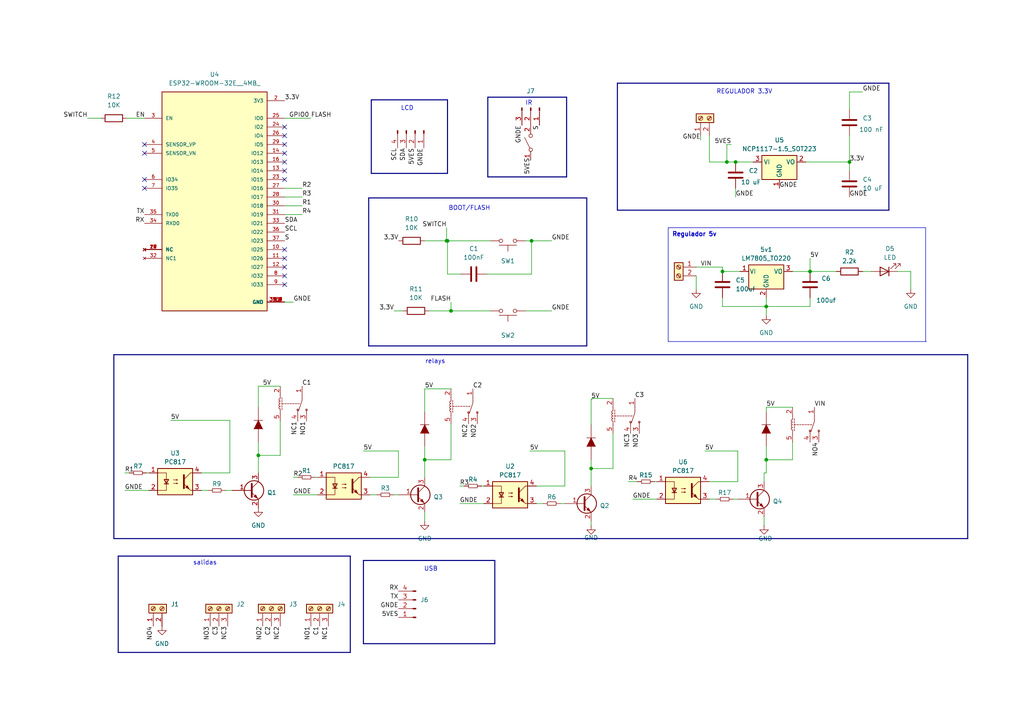
<source format=kicad_sch>
(kicad_sch
	(version 20250114)
	(generator "eeschema")
	(generator_version "9.0")
	(uuid "f4943136-be96-426f-8bad-99bae3b3f947")
	(paper "A4")
	(title_block
		(title "Automatización WiFi")
		(company "Facundo Alliana / ECU Labs")
	)
	(lib_symbols
		(symbol "2N3904_1"
			(pin_names
				(offset 0)
				(hide yes)
			)
			(exclude_from_sim no)
			(in_bom yes)
			(on_board yes)
			(property "Reference" "Q4"
				(at 5.08 -0.635 0)
				(effects
					(font
						(size 1.27 1.27)
					)
					(justify left)
				)
			)
			(property "Value" "2N3904"
				(at 5.715 -1.905 0)
				(effects
					(font
						(size 1.27 1.27)
					)
					(justify left)
					(hide yes)
				)
			)
			(property "Footprint" "MMBT3904-Diotec-Semiconductor-Symbol-Kicad-1:P200_SOT-23"
				(at 5.08 -1.905 0)
				(effects
					(font
						(size 1.27 1.27)
						(italic yes)
					)
					(justify left)
					(hide yes)
				)
			)
			(property "Datasheet" "https://www.onsemi.com/pub/Collateral/2N3903-D.PDF"
				(at 0 0 0)
				(effects
					(font
						(size 1.27 1.27)
					)
					(justify left)
					(hide yes)
				)
			)
			(property "Description" ""
				(at 0 0 0)
				(effects
					(font
						(size 1.27 1.27)
					)
					(hide yes)
				)
			)
			(property "ki_keywords" "NPN Transistor"
				(at 0 0 0)
				(effects
					(font
						(size 1.27 1.27)
					)
					(hide yes)
				)
			)
			(property "ki_fp_filters" "TO?92*"
				(at 0 0 0)
				(effects
					(font
						(size 1.27 1.27)
					)
					(hide yes)
				)
			)
			(symbol "2N3904_1_0_1"
				(polyline
					(pts
						(xy 0.635 1.905) (xy 0.635 -1.905) (xy 0.635 -1.905)
					)
					(stroke
						(width 0.508)
						(type default)
					)
					(fill
						(type none)
					)
				)
				(polyline
					(pts
						(xy 0.635 0.635) (xy 2.54 2.54)
					)
					(stroke
						(width 0)
						(type default)
					)
					(fill
						(type none)
					)
				)
				(polyline
					(pts
						(xy 0.635 -0.635) (xy 2.54 -2.54) (xy 2.54 -2.54)
					)
					(stroke
						(width 0)
						(type default)
					)
					(fill
						(type none)
					)
				)
				(circle
					(center 1.27 0)
					(radius 2.8194)
					(stroke
						(width 0.254)
						(type default)
					)
					(fill
						(type none)
					)
				)
				(polyline
					(pts
						(xy 1.27 -1.778) (xy 1.778 -1.27) (xy 2.286 -2.286) (xy 1.27 -1.778) (xy 1.27 -1.778)
					)
					(stroke
						(width 0)
						(type default)
					)
					(fill
						(type outline)
					)
				)
			)
			(symbol "2N3904_1_1_1"
				(pin passive line
					(at -5.08 0 0)
					(length 5.715)
					(name "B"
						(effects
							(font
								(size 1.27 1.27)
							)
						)
					)
					(number "1"
						(effects
							(font
								(size 1.27 1.27)
							)
						)
					)
				)
				(pin passive line
					(at 2.54 5.08 270)
					(length 2.54)
					(name "C"
						(effects
							(font
								(size 1.27 1.27)
							)
						)
					)
					(number "3"
						(effects
							(font
								(size 1.27 1.27)
							)
						)
					)
				)
				(pin passive line
					(at 2.54 -5.08 90)
					(length 2.54)
					(name "E"
						(effects
							(font
								(size 1.27 1.27)
							)
						)
					)
					(number "2"
						(effects
							(font
								(size 1.27 1.27)
							)
						)
					)
				)
			)
			(embedded_fonts no)
		)
		(symbol "Connector:Conn_01x03_Pin"
			(pin_names
				(offset 1.016)
				(hide yes)
			)
			(exclude_from_sim no)
			(in_bom yes)
			(on_board yes)
			(property "Reference" "J"
				(at 0 5.08 0)
				(effects
					(font
						(size 1.27 1.27)
					)
				)
			)
			(property "Value" "Conn_01x03_Pin"
				(at 0 -5.08 0)
				(effects
					(font
						(size 1.27 1.27)
					)
				)
			)
			(property "Footprint" ""
				(at 0 0 0)
				(effects
					(font
						(size 1.27 1.27)
					)
					(hide yes)
				)
			)
			(property "Datasheet" "~"
				(at 0 0 0)
				(effects
					(font
						(size 1.27 1.27)
					)
					(hide yes)
				)
			)
			(property "Description" "Generic connector, single row, 01x03, script generated"
				(at 0 0 0)
				(effects
					(font
						(size 1.27 1.27)
					)
					(hide yes)
				)
			)
			(property "ki_locked" ""
				(at 0 0 0)
				(effects
					(font
						(size 1.27 1.27)
					)
				)
			)
			(property "ki_keywords" "connector"
				(at 0 0 0)
				(effects
					(font
						(size 1.27 1.27)
					)
					(hide yes)
				)
			)
			(property "ki_fp_filters" "Connector*:*_1x??_*"
				(at 0 0 0)
				(effects
					(font
						(size 1.27 1.27)
					)
					(hide yes)
				)
			)
			(symbol "Conn_01x03_Pin_1_1"
				(rectangle
					(start 0.8636 2.667)
					(end 0 2.413)
					(stroke
						(width 0.1524)
						(type default)
					)
					(fill
						(type outline)
					)
				)
				(rectangle
					(start 0.8636 0.127)
					(end 0 -0.127)
					(stroke
						(width 0.1524)
						(type default)
					)
					(fill
						(type outline)
					)
				)
				(rectangle
					(start 0.8636 -2.413)
					(end 0 -2.667)
					(stroke
						(width 0.1524)
						(type default)
					)
					(fill
						(type outline)
					)
				)
				(polyline
					(pts
						(xy 1.27 2.54) (xy 0.8636 2.54)
					)
					(stroke
						(width 0.1524)
						(type default)
					)
					(fill
						(type none)
					)
				)
				(polyline
					(pts
						(xy 1.27 0) (xy 0.8636 0)
					)
					(stroke
						(width 0.1524)
						(type default)
					)
					(fill
						(type none)
					)
				)
				(polyline
					(pts
						(xy 1.27 -2.54) (xy 0.8636 -2.54)
					)
					(stroke
						(width 0.1524)
						(type default)
					)
					(fill
						(type none)
					)
				)
				(pin passive line
					(at 5.08 2.54 180)
					(length 3.81)
					(name "Pin_1"
						(effects
							(font
								(size 1.27 1.27)
							)
						)
					)
					(number "1"
						(effects
							(font
								(size 1.27 1.27)
							)
						)
					)
				)
				(pin passive line
					(at 5.08 0 180)
					(length 3.81)
					(name "Pin_2"
						(effects
							(font
								(size 1.27 1.27)
							)
						)
					)
					(number "2"
						(effects
							(font
								(size 1.27 1.27)
							)
						)
					)
				)
				(pin passive line
					(at 5.08 -2.54 180)
					(length 3.81)
					(name "Pin_3"
						(effects
							(font
								(size 1.27 1.27)
							)
						)
					)
					(number "3"
						(effects
							(font
								(size 1.27 1.27)
							)
						)
					)
				)
			)
			(embedded_fonts no)
		)
		(symbol "Connector:Conn_01x04_Pin"
			(pin_names
				(offset 1.016)
				(hide yes)
			)
			(exclude_from_sim no)
			(in_bom yes)
			(on_board yes)
			(property "Reference" "J"
				(at 0 5.08 0)
				(effects
					(font
						(size 1.27 1.27)
					)
				)
			)
			(property "Value" "Conn_01x04_Pin"
				(at 0 -7.62 0)
				(effects
					(font
						(size 1.27 1.27)
					)
				)
			)
			(property "Footprint" ""
				(at 0 0 0)
				(effects
					(font
						(size 1.27 1.27)
					)
					(hide yes)
				)
			)
			(property "Datasheet" "~"
				(at 0 0 0)
				(effects
					(font
						(size 1.27 1.27)
					)
					(hide yes)
				)
			)
			(property "Description" "Generic connector, single row, 01x04, script generated"
				(at 0 0 0)
				(effects
					(font
						(size 1.27 1.27)
					)
					(hide yes)
				)
			)
			(property "ki_locked" ""
				(at 0 0 0)
				(effects
					(font
						(size 1.27 1.27)
					)
				)
			)
			(property "ki_keywords" "connector"
				(at 0 0 0)
				(effects
					(font
						(size 1.27 1.27)
					)
					(hide yes)
				)
			)
			(property "ki_fp_filters" "Connector*:*_1x??_*"
				(at 0 0 0)
				(effects
					(font
						(size 1.27 1.27)
					)
					(hide yes)
				)
			)
			(symbol "Conn_01x04_Pin_1_1"
				(rectangle
					(start 0.8636 2.667)
					(end 0 2.413)
					(stroke
						(width 0.1524)
						(type default)
					)
					(fill
						(type outline)
					)
				)
				(rectangle
					(start 0.8636 0.127)
					(end 0 -0.127)
					(stroke
						(width 0.1524)
						(type default)
					)
					(fill
						(type outline)
					)
				)
				(rectangle
					(start 0.8636 -2.413)
					(end 0 -2.667)
					(stroke
						(width 0.1524)
						(type default)
					)
					(fill
						(type outline)
					)
				)
				(rectangle
					(start 0.8636 -4.953)
					(end 0 -5.207)
					(stroke
						(width 0.1524)
						(type default)
					)
					(fill
						(type outline)
					)
				)
				(polyline
					(pts
						(xy 1.27 2.54) (xy 0.8636 2.54)
					)
					(stroke
						(width 0.1524)
						(type default)
					)
					(fill
						(type none)
					)
				)
				(polyline
					(pts
						(xy 1.27 0) (xy 0.8636 0)
					)
					(stroke
						(width 0.1524)
						(type default)
					)
					(fill
						(type none)
					)
				)
				(polyline
					(pts
						(xy 1.27 -2.54) (xy 0.8636 -2.54)
					)
					(stroke
						(width 0.1524)
						(type default)
					)
					(fill
						(type none)
					)
				)
				(polyline
					(pts
						(xy 1.27 -5.08) (xy 0.8636 -5.08)
					)
					(stroke
						(width 0.1524)
						(type default)
					)
					(fill
						(type none)
					)
				)
				(pin passive line
					(at 5.08 2.54 180)
					(length 3.81)
					(name "Pin_1"
						(effects
							(font
								(size 1.27 1.27)
							)
						)
					)
					(number "1"
						(effects
							(font
								(size 1.27 1.27)
							)
						)
					)
				)
				(pin passive line
					(at 5.08 0 180)
					(length 3.81)
					(name "Pin_2"
						(effects
							(font
								(size 1.27 1.27)
							)
						)
					)
					(number "2"
						(effects
							(font
								(size 1.27 1.27)
							)
						)
					)
				)
				(pin passive line
					(at 5.08 -2.54 180)
					(length 3.81)
					(name "Pin_3"
						(effects
							(font
								(size 1.27 1.27)
							)
						)
					)
					(number "3"
						(effects
							(font
								(size 1.27 1.27)
							)
						)
					)
				)
				(pin passive line
					(at 5.08 -5.08 180)
					(length 3.81)
					(name "Pin_4"
						(effects
							(font
								(size 1.27 1.27)
							)
						)
					)
					(number "4"
						(effects
							(font
								(size 1.27 1.27)
							)
						)
					)
				)
			)
			(embedded_fonts no)
		)
		(symbol "Connector:Screw_Terminal_01x02"
			(pin_names
				(offset 1.016)
				(hide yes)
			)
			(exclude_from_sim no)
			(in_bom yes)
			(on_board yes)
			(property "Reference" "J"
				(at 0 2.54 0)
				(effects
					(font
						(size 1.27 1.27)
					)
				)
			)
			(property "Value" "Screw_Terminal_01x02"
				(at 0 -5.08 0)
				(effects
					(font
						(size 1.27 1.27)
					)
				)
			)
			(property "Footprint" ""
				(at 0 0 0)
				(effects
					(font
						(size 1.27 1.27)
					)
					(hide yes)
				)
			)
			(property "Datasheet" "~"
				(at 0 0 0)
				(effects
					(font
						(size 1.27 1.27)
					)
					(hide yes)
				)
			)
			(property "Description" "Generic screw terminal, single row, 01x02, script generated (kicad-library-utils/schlib/autogen/connector/)"
				(at 0 0 0)
				(effects
					(font
						(size 1.27 1.27)
					)
					(hide yes)
				)
			)
			(property "ki_keywords" "screw terminal"
				(at 0 0 0)
				(effects
					(font
						(size 1.27 1.27)
					)
					(hide yes)
				)
			)
			(property "ki_fp_filters" "TerminalBlock*:*"
				(at 0 0 0)
				(effects
					(font
						(size 1.27 1.27)
					)
					(hide yes)
				)
			)
			(symbol "Screw_Terminal_01x02_1_1"
				(rectangle
					(start -1.27 1.27)
					(end 1.27 -3.81)
					(stroke
						(width 0.254)
						(type default)
					)
					(fill
						(type background)
					)
				)
				(polyline
					(pts
						(xy -0.5334 0.3302) (xy 0.3302 -0.508)
					)
					(stroke
						(width 0.1524)
						(type default)
					)
					(fill
						(type none)
					)
				)
				(polyline
					(pts
						(xy -0.5334 -2.2098) (xy 0.3302 -3.048)
					)
					(stroke
						(width 0.1524)
						(type default)
					)
					(fill
						(type none)
					)
				)
				(polyline
					(pts
						(xy -0.3556 0.508) (xy 0.508 -0.3302)
					)
					(stroke
						(width 0.1524)
						(type default)
					)
					(fill
						(type none)
					)
				)
				(polyline
					(pts
						(xy -0.3556 -2.032) (xy 0.508 -2.8702)
					)
					(stroke
						(width 0.1524)
						(type default)
					)
					(fill
						(type none)
					)
				)
				(circle
					(center 0 0)
					(radius 0.635)
					(stroke
						(width 0.1524)
						(type default)
					)
					(fill
						(type none)
					)
				)
				(circle
					(center 0 -2.54)
					(radius 0.635)
					(stroke
						(width 0.1524)
						(type default)
					)
					(fill
						(type none)
					)
				)
				(pin passive line
					(at -5.08 0 0)
					(length 3.81)
					(name "Pin_1"
						(effects
							(font
								(size 1.27 1.27)
							)
						)
					)
					(number "1"
						(effects
							(font
								(size 1.27 1.27)
							)
						)
					)
				)
				(pin passive line
					(at -5.08 -2.54 0)
					(length 3.81)
					(name "Pin_2"
						(effects
							(font
								(size 1.27 1.27)
							)
						)
					)
					(number "2"
						(effects
							(font
								(size 1.27 1.27)
							)
						)
					)
				)
			)
			(embedded_fonts no)
		)
		(symbol "Connector:Screw_Terminal_01x03"
			(pin_names
				(offset 1.016)
				(hide yes)
			)
			(exclude_from_sim no)
			(in_bom yes)
			(on_board yes)
			(property "Reference" "J"
				(at 0 5.08 0)
				(effects
					(font
						(size 1.27 1.27)
					)
				)
			)
			(property "Value" "Screw_Terminal_01x03"
				(at 0 -5.08 0)
				(effects
					(font
						(size 1.27 1.27)
					)
				)
			)
			(property "Footprint" ""
				(at 0 0 0)
				(effects
					(font
						(size 1.27 1.27)
					)
					(hide yes)
				)
			)
			(property "Datasheet" "~"
				(at 0 0 0)
				(effects
					(font
						(size 1.27 1.27)
					)
					(hide yes)
				)
			)
			(property "Description" "Generic screw terminal, single row, 01x03, script generated (kicad-library-utils/schlib/autogen/connector/)"
				(at 0 0 0)
				(effects
					(font
						(size 1.27 1.27)
					)
					(hide yes)
				)
			)
			(property "ki_keywords" "screw terminal"
				(at 0 0 0)
				(effects
					(font
						(size 1.27 1.27)
					)
					(hide yes)
				)
			)
			(property "ki_fp_filters" "TerminalBlock*:*"
				(at 0 0 0)
				(effects
					(font
						(size 1.27 1.27)
					)
					(hide yes)
				)
			)
			(symbol "Screw_Terminal_01x03_1_1"
				(rectangle
					(start -1.27 3.81)
					(end 1.27 -3.81)
					(stroke
						(width 0.254)
						(type default)
					)
					(fill
						(type background)
					)
				)
				(polyline
					(pts
						(xy -0.5334 2.8702) (xy 0.3302 2.032)
					)
					(stroke
						(width 0.1524)
						(type default)
					)
					(fill
						(type none)
					)
				)
				(polyline
					(pts
						(xy -0.5334 0.3302) (xy 0.3302 -0.508)
					)
					(stroke
						(width 0.1524)
						(type default)
					)
					(fill
						(type none)
					)
				)
				(polyline
					(pts
						(xy -0.5334 -2.2098) (xy 0.3302 -3.048)
					)
					(stroke
						(width 0.1524)
						(type default)
					)
					(fill
						(type none)
					)
				)
				(polyline
					(pts
						(xy -0.3556 3.048) (xy 0.508 2.2098)
					)
					(stroke
						(width 0.1524)
						(type default)
					)
					(fill
						(type none)
					)
				)
				(polyline
					(pts
						(xy -0.3556 0.508) (xy 0.508 -0.3302)
					)
					(stroke
						(width 0.1524)
						(type default)
					)
					(fill
						(type none)
					)
				)
				(polyline
					(pts
						(xy -0.3556 -2.032) (xy 0.508 -2.8702)
					)
					(stroke
						(width 0.1524)
						(type default)
					)
					(fill
						(type none)
					)
				)
				(circle
					(center 0 2.54)
					(radius 0.635)
					(stroke
						(width 0.1524)
						(type default)
					)
					(fill
						(type none)
					)
				)
				(circle
					(center 0 0)
					(radius 0.635)
					(stroke
						(width 0.1524)
						(type default)
					)
					(fill
						(type none)
					)
				)
				(circle
					(center 0 -2.54)
					(radius 0.635)
					(stroke
						(width 0.1524)
						(type default)
					)
					(fill
						(type none)
					)
				)
				(pin passive line
					(at -5.08 2.54 0)
					(length 3.81)
					(name "Pin_1"
						(effects
							(font
								(size 1.27 1.27)
							)
						)
					)
					(number "1"
						(effects
							(font
								(size 1.27 1.27)
							)
						)
					)
				)
				(pin passive line
					(at -5.08 0 0)
					(length 3.81)
					(name "Pin_2"
						(effects
							(font
								(size 1.27 1.27)
							)
						)
					)
					(number "2"
						(effects
							(font
								(size 1.27 1.27)
							)
						)
					)
				)
				(pin passive line
					(at -5.08 -2.54 0)
					(length 3.81)
					(name "Pin_3"
						(effects
							(font
								(size 1.27 1.27)
							)
						)
					)
					(number "3"
						(effects
							(font
								(size 1.27 1.27)
							)
						)
					)
				)
			)
			(embedded_fonts no)
		)
		(symbol "Device:C"
			(pin_numbers
				(hide yes)
			)
			(pin_names
				(offset 0.254)
			)
			(exclude_from_sim no)
			(in_bom yes)
			(on_board yes)
			(property "Reference" "C"
				(at 0.635 2.54 0)
				(effects
					(font
						(size 1.27 1.27)
					)
					(justify left)
				)
			)
			(property "Value" "C"
				(at 0.635 -2.54 0)
				(effects
					(font
						(size 1.27 1.27)
					)
					(justify left)
				)
			)
			(property "Footprint" ""
				(at 0.9652 -3.81 0)
				(effects
					(font
						(size 1.27 1.27)
					)
					(hide yes)
				)
			)
			(property "Datasheet" "~"
				(at 0 0 0)
				(effects
					(font
						(size 1.27 1.27)
					)
					(hide yes)
				)
			)
			(property "Description" "Unpolarized capacitor"
				(at 0 0 0)
				(effects
					(font
						(size 1.27 1.27)
					)
					(hide yes)
				)
			)
			(property "ki_keywords" "cap capacitor"
				(at 0 0 0)
				(effects
					(font
						(size 1.27 1.27)
					)
					(hide yes)
				)
			)
			(property "ki_fp_filters" "C_*"
				(at 0 0 0)
				(effects
					(font
						(size 1.27 1.27)
					)
					(hide yes)
				)
			)
			(symbol "C_0_1"
				(polyline
					(pts
						(xy -2.032 0.762) (xy 2.032 0.762)
					)
					(stroke
						(width 0.508)
						(type default)
					)
					(fill
						(type none)
					)
				)
				(polyline
					(pts
						(xy -2.032 -0.762) (xy 2.032 -0.762)
					)
					(stroke
						(width 0.508)
						(type default)
					)
					(fill
						(type none)
					)
				)
			)
			(symbol "C_1_1"
				(pin passive line
					(at 0 3.81 270)
					(length 2.794)
					(name "~"
						(effects
							(font
								(size 1.27 1.27)
							)
						)
					)
					(number "1"
						(effects
							(font
								(size 1.27 1.27)
							)
						)
					)
				)
				(pin passive line
					(at 0 -3.81 90)
					(length 2.794)
					(name "~"
						(effects
							(font
								(size 1.27 1.27)
							)
						)
					)
					(number "2"
						(effects
							(font
								(size 1.27 1.27)
							)
						)
					)
				)
			)
			(embedded_fonts no)
		)
		(symbol "Device:LED"
			(pin_numbers
				(hide yes)
			)
			(pin_names
				(offset 1.016)
				(hide yes)
			)
			(exclude_from_sim no)
			(in_bom yes)
			(on_board yes)
			(property "Reference" "D"
				(at 0 2.54 0)
				(effects
					(font
						(size 1.27 1.27)
					)
				)
			)
			(property "Value" "LED"
				(at 0 -2.54 0)
				(effects
					(font
						(size 1.27 1.27)
					)
				)
			)
			(property "Footprint" ""
				(at 0 0 0)
				(effects
					(font
						(size 1.27 1.27)
					)
					(hide yes)
				)
			)
			(property "Datasheet" "~"
				(at 0 0 0)
				(effects
					(font
						(size 1.27 1.27)
					)
					(hide yes)
				)
			)
			(property "Description" "Light emitting diode"
				(at 0 0 0)
				(effects
					(font
						(size 1.27 1.27)
					)
					(hide yes)
				)
			)
			(property "Sim.Pins" "1=K 2=A"
				(at 0 0 0)
				(effects
					(font
						(size 1.27 1.27)
					)
					(hide yes)
				)
			)
			(property "ki_keywords" "LED diode"
				(at 0 0 0)
				(effects
					(font
						(size 1.27 1.27)
					)
					(hide yes)
				)
			)
			(property "ki_fp_filters" "LED* LED_SMD:* LED_THT:*"
				(at 0 0 0)
				(effects
					(font
						(size 1.27 1.27)
					)
					(hide yes)
				)
			)
			(symbol "LED_0_1"
				(polyline
					(pts
						(xy -3.048 -0.762) (xy -4.572 -2.286) (xy -3.81 -2.286) (xy -4.572 -2.286) (xy -4.572 -1.524)
					)
					(stroke
						(width 0)
						(type default)
					)
					(fill
						(type none)
					)
				)
				(polyline
					(pts
						(xy -1.778 -0.762) (xy -3.302 -2.286) (xy -2.54 -2.286) (xy -3.302 -2.286) (xy -3.302 -1.524)
					)
					(stroke
						(width 0)
						(type default)
					)
					(fill
						(type none)
					)
				)
				(polyline
					(pts
						(xy -1.27 0) (xy 1.27 0)
					)
					(stroke
						(width 0)
						(type default)
					)
					(fill
						(type none)
					)
				)
				(polyline
					(pts
						(xy -1.27 -1.27) (xy -1.27 1.27)
					)
					(stroke
						(width 0.254)
						(type default)
					)
					(fill
						(type none)
					)
				)
				(polyline
					(pts
						(xy 1.27 -1.27) (xy 1.27 1.27) (xy -1.27 0) (xy 1.27 -1.27)
					)
					(stroke
						(width 0.254)
						(type default)
					)
					(fill
						(type none)
					)
				)
			)
			(symbol "LED_1_1"
				(pin passive line
					(at -3.81 0 0)
					(length 2.54)
					(name "K"
						(effects
							(font
								(size 1.27 1.27)
							)
						)
					)
					(number "1"
						(effects
							(font
								(size 1.27 1.27)
							)
						)
					)
				)
				(pin passive line
					(at 3.81 0 180)
					(length 2.54)
					(name "A"
						(effects
							(font
								(size 1.27 1.27)
							)
						)
					)
					(number "2"
						(effects
							(font
								(size 1.27 1.27)
							)
						)
					)
				)
			)
			(embedded_fonts no)
		)
		(symbol "Device:R"
			(pin_numbers
				(hide yes)
			)
			(pin_names
				(offset 0)
			)
			(exclude_from_sim no)
			(in_bom yes)
			(on_board yes)
			(property "Reference" "R"
				(at 2.032 0 90)
				(effects
					(font
						(size 1.27 1.27)
					)
				)
			)
			(property "Value" "R"
				(at 0 0 90)
				(effects
					(font
						(size 1.27 1.27)
					)
				)
			)
			(property "Footprint" ""
				(at -1.778 0 90)
				(effects
					(font
						(size 1.27 1.27)
					)
					(hide yes)
				)
			)
			(property "Datasheet" "~"
				(at 0 0 0)
				(effects
					(font
						(size 1.27 1.27)
					)
					(hide yes)
				)
			)
			(property "Description" "Resistor"
				(at 0 0 0)
				(effects
					(font
						(size 1.27 1.27)
					)
					(hide yes)
				)
			)
			(property "ki_keywords" "R res resistor"
				(at 0 0 0)
				(effects
					(font
						(size 1.27 1.27)
					)
					(hide yes)
				)
			)
			(property "ki_fp_filters" "R_*"
				(at 0 0 0)
				(effects
					(font
						(size 1.27 1.27)
					)
					(hide yes)
				)
			)
			(symbol "R_0_1"
				(rectangle
					(start -1.016 -2.54)
					(end 1.016 2.54)
					(stroke
						(width 0.254)
						(type default)
					)
					(fill
						(type none)
					)
				)
			)
			(symbol "R_1_1"
				(pin passive line
					(at 0 3.81 270)
					(length 1.27)
					(name "~"
						(effects
							(font
								(size 1.27 1.27)
							)
						)
					)
					(number "1"
						(effects
							(font
								(size 1.27 1.27)
							)
						)
					)
				)
				(pin passive line
					(at 0 -3.81 90)
					(length 1.27)
					(name "~"
						(effects
							(font
								(size 1.27 1.27)
							)
						)
					)
					(number "2"
						(effects
							(font
								(size 1.27 1.27)
							)
						)
					)
				)
			)
			(embedded_fonts no)
		)
		(symbol "EESTN5:DIODE"
			(pin_numbers
				(hide yes)
			)
			(pin_names
				(offset 1.016)
				(hide yes)
			)
			(exclude_from_sim no)
			(in_bom yes)
			(on_board yes)
			(property "Reference" "D"
				(at 0 2.54 0)
				(effects
					(font
						(size 1.016 1.016)
					)
				)
			)
			(property "Value" "DIODE"
				(at 0 -2.54 0)
				(effects
					(font
						(size 1.016 1.016)
					)
				)
			)
			(property "Footprint" ""
				(at 0 0 0)
				(effects
					(font
						(size 1.524 1.524)
					)
				)
			)
			(property "Datasheet" ""
				(at 0 0 0)
				(effects
					(font
						(size 1.524 1.524)
					)
				)
			)
			(property "Description" ""
				(at 0 0 0)
				(effects
					(font
						(size 1.27 1.27)
					)
					(hide yes)
				)
			)
			(property "ki_fp_filters" "D* S*"
				(at 0 0 0)
				(effects
					(font
						(size 1.27 1.27)
					)
					(hide yes)
				)
			)
			(symbol "DIODE_0_1"
				(polyline
					(pts
						(xy -1.27 1.27) (xy 1.27 0) (xy -1.27 -1.27)
					)
					(stroke
						(width 0)
						(type solid)
					)
					(fill
						(type outline)
					)
				)
				(polyline
					(pts
						(xy 1.27 1.27) (xy 1.27 -1.27)
					)
					(stroke
						(width 0.1524)
						(type solid)
					)
					(fill
						(type none)
					)
				)
			)
			(symbol "DIODE_1_1"
				(pin passive line
					(at -5.08 0 0)
					(length 3.81)
					(name "A"
						(effects
							(font
								(size 1.016 1.016)
							)
						)
					)
					(number "1"
						(effects
							(font
								(size 1.016 1.016)
							)
						)
					)
				)
				(pin passive line
					(at 5.08 0 180)
					(length 3.81)
					(name "K"
						(effects
							(font
								(size 1.016 1.016)
							)
						)
					)
					(number "2"
						(effects
							(font
								(size 1.016 1.016)
							)
						)
					)
				)
			)
			(embedded_fonts no)
		)
		(symbol "EESTN5:R"
			(pin_numbers
				(hide yes)
			)
			(pin_names
				(offset 0)
			)
			(exclude_from_sim no)
			(in_bom yes)
			(on_board yes)
			(property "Reference" "R"
				(at -1.27 0 90)
				(effects
					(font
						(size 1.27 1.27)
					)
				)
			)
			(property "Value" "R"
				(at 1.27 0 90)
				(effects
					(font
						(size 1.27 1.27)
					)
				)
			)
			(property "Footprint" ""
				(at 0 0 0)
				(effects
					(font
						(size 1.524 1.524)
					)
				)
			)
			(property "Datasheet" ""
				(at 0 0 0)
				(effects
					(font
						(size 1.524 1.524)
					)
				)
			)
			(property "Description" ""
				(at 0 0 0)
				(effects
					(font
						(size 1.27 1.27)
					)
					(hide yes)
				)
			)
			(property "ki_fp_filters" "RES* R_*"
				(at 0 0 0)
				(effects
					(font
						(size 1.27 1.27)
					)
					(hide yes)
				)
			)
			(symbol "R_0_1"
				(rectangle
					(start 0.508 1.27)
					(end -0.508 -1.27)
					(stroke
						(width 0)
						(type solid)
					)
					(fill
						(type none)
					)
				)
			)
			(symbol "R_1_1"
				(pin passive line
					(at 0 2.54 270)
					(length 1.27)
					(name "~"
						(effects
							(font
								(size 1.524 1.524)
							)
						)
					)
					(number "1"
						(effects
							(font
								(size 1.524 1.524)
							)
						)
					)
				)
				(pin passive line
					(at 0 -2.54 90)
					(length 1.27)
					(name "~"
						(effects
							(font
								(size 1.524 1.524)
							)
						)
					)
					(number "2"
						(effects
							(font
								(size 1.524 1.524)
							)
						)
					)
				)
			)
			(embedded_fonts no)
		)
		(symbol "EESTN5:RELAY_C"
			(pin_names
				(offset 1.016)
			)
			(exclude_from_sim no)
			(in_bom yes)
			(on_board yes)
			(property "Reference" "K"
				(at 0 6.35 0)
				(effects
					(font
						(size 1.524 1.524)
					)
				)
			)
			(property "Value" "RELAY_C"
				(at 0 -5.969 0)
				(effects
					(font
						(size 1.524 1.524)
					)
				)
			)
			(property "Footprint" ""
				(at 0 0 0)
				(effects
					(font
						(size 1.524 1.524)
					)
				)
			)
			(property "Datasheet" ""
				(at 0 0 0)
				(effects
					(font
						(size 1.524 1.524)
					)
				)
			)
			(property "Description" ""
				(at 0 0 0)
				(effects
					(font
						(size 1.27 1.27)
					)
					(hide yes)
				)
			)
			(property "ki_fp_filters" "REL*"
				(at 0 0 0)
				(effects
					(font
						(size 1.27 1.27)
					)
					(hide yes)
				)
			)
			(symbol "RELAY_C_0_1"
				(polyline
					(pts
						(xy -1.778 3.302) (xy -1.27 3.302) (xy -1.27 3.302)
					)
					(stroke
						(width 0)
						(type solid)
					)
					(fill
						(type none)
					)
				)
				(polyline
					(pts
						(xy -1.524 3.81) (xy -2.54 3.81) (xy -2.54 3.81)
					)
					(stroke
						(width 0)
						(type solid)
					)
					(fill
						(type none)
					)
				)
				(polyline
					(pts
						(xy -1.524 -2.54) (xy -2.54 -2.54) (xy -2.54 -2.54)
					)
					(stroke
						(width 0)
						(type solid)
					)
					(fill
						(type none)
					)
				)
				(polyline
					(pts
						(xy -1.524 -2.54) (xy -1.016 -2.54) (xy 2.032 -1.524) (xy 2.032 -1.524)
					)
					(stroke
						(width 0)
						(type solid)
					)
					(fill
						(type none)
					)
				)
				(arc
					(start -1.524 3.81)
					(mid -1.143 4.1894)
					(end -0.762 3.81)
					(stroke
						(width 0)
						(type solid)
					)
					(fill
						(type none)
					)
				)
				(polyline
					(pts
						(xy -1.016 3.302) (xy -0.508 3.302) (xy -0.508 3.302)
					)
					(stroke
						(width 0)
						(type solid)
					)
					(fill
						(type none)
					)
				)
				(arc
					(start -0.762 3.81)
					(mid -0.381 4.1894)
					(end 0 3.81)
					(stroke
						(width 0)
						(type solid)
					)
					(fill
						(type none)
					)
				)
				(polyline
					(pts
						(xy -0.254 3.302) (xy 0.254 3.302) (xy 0.254 3.302)
					)
					(stroke
						(width 0)
						(type solid)
					)
					(fill
						(type none)
					)
				)
				(polyline
					(pts
						(xy 0 3.302) (xy 0 2.794) (xy 0 2.794)
					)
					(stroke
						(width 0)
						(type solid)
					)
					(fill
						(type none)
					)
				)
				(polyline
					(pts
						(xy 0 2.54) (xy 0 2.032) (xy 0 2.032)
					)
					(stroke
						(width 0)
						(type solid)
					)
					(fill
						(type none)
					)
				)
				(polyline
					(pts
						(xy 0 1.778) (xy 0 1.27) (xy 0 1.27)
					)
					(stroke
						(width 0)
						(type solid)
					)
					(fill
						(type none)
					)
				)
				(polyline
					(pts
						(xy 0 1.016) (xy 0 0.508) (xy 0 0.508)
					)
					(stroke
						(width 0)
						(type solid)
					)
					(fill
						(type none)
					)
				)
				(polyline
					(pts
						(xy 0 0.254) (xy 0 -0.254) (xy 0 -0.254)
					)
					(stroke
						(width 0)
						(type solid)
					)
					(fill
						(type none)
					)
				)
				(polyline
					(pts
						(xy 0 -0.508) (xy 0 -1.016) (xy 0 -1.016)
					)
					(stroke
						(width 0)
						(type solid)
					)
					(fill
						(type none)
					)
				)
				(polyline
					(pts
						(xy 0 -1.27) (xy 0 -1.778) (xy 0 -1.778)
					)
					(stroke
						(width 0)
						(type solid)
					)
					(fill
						(type none)
					)
				)
				(arc
					(start 0 3.81)
					(mid 0.381 4.1894)
					(end 0.762 3.81)
					(stroke
						(width 0)
						(type solid)
					)
					(fill
						(type none)
					)
				)
				(polyline
					(pts
						(xy 0.508 3.302) (xy 1.016 3.302) (xy 1.016 3.302)
					)
					(stroke
						(width 0)
						(type solid)
					)
					(fill
						(type none)
					)
				)
				(arc
					(start 0.762 3.81)
					(mid 1.143 4.1894)
					(end 1.524 3.81)
					(stroke
						(width 0)
						(type solid)
					)
					(fill
						(type none)
					)
				)
				(polyline
					(pts
						(xy 1.27 3.302) (xy 1.778 3.302) (xy 1.778 3.302)
					)
					(stroke
						(width 0)
						(type solid)
					)
					(fill
						(type none)
					)
				)
				(polyline
					(pts
						(xy 1.524 3.81) (xy 2.54 3.81) (xy 2.54 3.81)
					)
					(stroke
						(width 0)
						(type solid)
					)
					(fill
						(type none)
					)
				)
				(circle
					(center 1.778 -1.27)
					(radius 0.254)
					(stroke
						(width 0)
						(type solid)
					)
					(fill
						(type none)
					)
				)
				(circle
					(center 1.778 -3.81)
					(radius 0.254)
					(stroke
						(width 0)
						(type solid)
					)
					(fill
						(type none)
					)
				)
				(polyline
					(pts
						(xy 2.54 -1.27) (xy 1.778 -1.27) (xy 1.778 -1.27)
					)
					(stroke
						(width 0)
						(type solid)
					)
					(fill
						(type none)
					)
				)
				(polyline
					(pts
						(xy 2.54 -3.81) (xy 1.778 -3.81) (xy 1.778 -3.81)
					)
					(stroke
						(width 0)
						(type solid)
					)
					(fill
						(type none)
					)
				)
			)
			(symbol "RELAY_C_1_1"
				(pin passive line
					(at -5.08 3.81 0)
					(length 2.54)
					(name "~"
						(effects
							(font
								(size 1.27 1.27)
							)
						)
					)
					(number "2"
						(effects
							(font
								(size 1.27 1.27)
							)
						)
					)
				)
				(pin passive line
					(at -5.08 -2.54 0)
					(length 2.54)
					(name "~"
						(effects
							(font
								(size 1.27 1.27)
							)
						)
					)
					(number "1"
						(effects
							(font
								(size 1.27 1.27)
							)
						)
					)
				)
				(pin passive line
					(at 5.08 3.81 180)
					(length 2.54)
					(name "~"
						(effects
							(font
								(size 1.27 1.27)
							)
						)
					)
					(number "5"
						(effects
							(font
								(size 1.27 1.27)
							)
						)
					)
				)
				(pin passive line
					(at 5.08 -1.27 180)
					(length 2.54)
					(name "~"
						(effects
							(font
								(size 1.27 1.27)
							)
						)
					)
					(number "4"
						(effects
							(font
								(size 1.27 1.27)
							)
						)
					)
				)
				(pin passive line
					(at 5.08 -3.81 180)
					(length 2.54)
					(name "~"
						(effects
							(font
								(size 1.27 1.27)
							)
						)
					)
					(number "3"
						(effects
							(font
								(size 1.27 1.27)
							)
						)
					)
				)
			)
			(embedded_fonts no)
		)
		(symbol "EESTN5:SW_Push"
			(pin_numbers
				(hide yes)
			)
			(pin_names
				(offset 1.016)
				(hide yes)
			)
			(exclude_from_sim no)
			(in_bom yes)
			(on_board yes)
			(property "Reference" "SW"
				(at 1.27 2.54 0)
				(effects
					(font
						(size 1.27 1.27)
					)
					(justify left)
				)
			)
			(property "Value" "SW_Push"
				(at 0 -1.524 0)
				(effects
					(font
						(size 1.27 1.27)
					)
					(hide yes)
				)
			)
			(property "Footprint" ""
				(at 0 5.08 0)
				(effects
					(font
						(size 1.27 1.27)
					)
				)
			)
			(property "Datasheet" ""
				(at 0 5.08 0)
				(effects
					(font
						(size 1.27 1.27)
					)
				)
			)
			(property "Description" "Push button switch, generic, two pins"
				(at 0 0 0)
				(effects
					(font
						(size 1.27 1.27)
					)
					(hide yes)
				)
			)
			(property "ki_keywords" "switch normally-open pushbutton push-button"
				(at 0 0 0)
				(effects
					(font
						(size 1.27 1.27)
					)
					(hide yes)
				)
			)
			(property "ki_fp_filters" "PUL* SW* SPST*"
				(at 0 0 0)
				(effects
					(font
						(size 1.27 1.27)
					)
					(hide yes)
				)
			)
			(symbol "SW_Push_0_1"
				(circle
					(center -2.032 0)
					(radius 0.508)
					(stroke
						(width 0)
						(type solid)
					)
					(fill
						(type none)
					)
				)
				(polyline
					(pts
						(xy 0 1.27) (xy 0 3.048)
					)
					(stroke
						(width 0)
						(type solid)
					)
					(fill
						(type none)
					)
				)
				(circle
					(center 2.032 0)
					(radius 0.508)
					(stroke
						(width 0)
						(type solid)
					)
					(fill
						(type none)
					)
				)
				(polyline
					(pts
						(xy 2.54 1.27) (xy -2.54 1.27)
					)
					(stroke
						(width 0)
						(type solid)
					)
					(fill
						(type none)
					)
				)
				(pin passive line
					(at -5.08 0 0)
					(length 2.54)
					(name "1"
						(effects
							(font
								(size 1.27 1.27)
							)
						)
					)
					(number "1"
						(effects
							(font
								(size 1.27 1.27)
							)
						)
					)
				)
				(pin passive line
					(at 5.08 0 180)
					(length 2.54)
					(name "2"
						(effects
							(font
								(size 1.27 1.27)
							)
						)
					)
					(number "2"
						(effects
							(font
								(size 1.27 1.27)
							)
						)
					)
				)
			)
			(embedded_fonts no)
		)
		(symbol "ESP32-WROOM-32E__4MB_:ESP32-WROOM-32E__4MB_"
			(pin_names
				(offset 1.016)
			)
			(exclude_from_sim no)
			(in_bom yes)
			(on_board yes)
			(property "Reference" "U"
				(at -15.24 33.909 0)
				(effects
					(font
						(size 1.27 1.27)
					)
					(justify left bottom)
				)
			)
			(property "Value" "ESP32-WROOM-32E__4MB_"
				(at -15.24 -33.02 0)
				(effects
					(font
						(size 1.27 1.27)
					)
					(justify left bottom)
				)
			)
			(property "Footprint" "XCVR_ESP32-WROOM-32E__4MB_"
				(at 0 0 0)
				(effects
					(font
						(size 1.27 1.27)
					)
					(justify left bottom)
					(hide yes)
				)
			)
			(property "Datasheet" ""
				(at 0 0 0)
				(effects
					(font
						(size 1.27 1.27)
					)
					(justify left bottom)
					(hide yes)
				)
			)
			(property "Description" "Espressif Systems"
				(at 0 0 0)
				(effects
					(font
						(size 1.27 1.27)
					)
					(justify left bottom)
					(hide yes)
				)
			)
			(property "MAXIMUM_PACKAGE_HEIGHT" "3.25mm"
				(at 0 0 0)
				(effects
					(font
						(size 1.27 1.27)
					)
					(justify left bottom)
					(hide yes)
				)
			)
			(property "Package" "SMD-44 Espressif Systems"
				(at 0 0 0)
				(effects
					(font
						(size 1.27 1.27)
					)
					(justify left bottom)
					(hide yes)
				)
			)
			(property "Price" "None"
				(at 0 0 0)
				(effects
					(font
						(size 1.27 1.27)
					)
					(justify left bottom)
					(hide yes)
				)
			)
			(property "Check_prices" "https://www.snapeda.com/parts/ESP32-WROOM-32E%20(4MB)/Espressif+Systems/view-part/?ref=eda"
				(at 0 0 0)
				(effects
					(font
						(size 1.27 1.27)
					)
					(justify left bottom)
					(hide yes)
				)
			)
			(property "STANDARD" "Manufacturer Recommendations"
				(at 0 0 0)
				(effects
					(font
						(size 1.27 1.27)
					)
					(justify left bottom)
					(hide yes)
				)
			)
			(property "PARTREV" "1.4"
				(at 0 0 0)
				(effects
					(font
						(size 1.27 1.27)
					)
					(justify left bottom)
					(hide yes)
				)
			)
			(property "SnapEDA_Link" "https://www.snapeda.com/parts/ESP32-WROOM-32E%20(4MB)/Espressif+Systems/view-part/?ref=snap"
				(at 0 0 0)
				(effects
					(font
						(size 1.27 1.27)
					)
					(justify left bottom)
					(hide yes)
				)
			)
			(property "MP" "ESP32-WROOM-32E (4MB)"
				(at 0 0 0)
				(effects
					(font
						(size 1.27 1.27)
					)
					(justify left bottom)
					(hide yes)
				)
			)
			(property "Description_1" "\\nBluetooth, WiFi 802.11b/g/n, Bluetooth v4.2 +EDR, Class 1, 2 and 3 Transceiver Module 2.4GHz ~{} 2.5GHz Integrated, Trace Surface Mount\\n"
				(at 0 0 0)
				(effects
					(font
						(size 1.27 1.27)
					)
					(justify left bottom)
					(hide yes)
				)
			)
			(property "Availability" "In Stock"
				(at 0 0 0)
				(effects
					(font
						(size 1.27 1.27)
					)
					(justify left bottom)
					(hide yes)
				)
			)
			(property "MANUFACTURER" "Espressif Systems"
				(at 0 0 0)
				(effects
					(font
						(size 1.27 1.27)
					)
					(justify left bottom)
					(hide yes)
				)
			)
			(property "ki_locked" ""
				(at 0 0 0)
				(effects
					(font
						(size 1.27 1.27)
					)
				)
			)
			(symbol "ESP32-WROOM-32E__4MB__0_0"
				(rectangle
					(start -15.24 -30.48)
					(end 15.24 33.02)
					(stroke
						(width 0.254)
						(type solid)
					)
					(fill
						(type background)
					)
				)
				(pin input line
					(at -20.32 25.4 0)
					(length 5.08)
					(name "EN"
						(effects
							(font
								(size 1.016 1.016)
							)
						)
					)
					(number "3"
						(effects
							(font
								(size 1.016 1.016)
							)
						)
					)
				)
				(pin input line
					(at -20.32 17.78 0)
					(length 5.08)
					(name "SENSOR_VP"
						(effects
							(font
								(size 1.016 1.016)
							)
						)
					)
					(number "4"
						(effects
							(font
								(size 1.016 1.016)
							)
						)
					)
				)
				(pin input line
					(at -20.32 15.24 0)
					(length 5.08)
					(name "SENSOR_VN"
						(effects
							(font
								(size 1.016 1.016)
							)
						)
					)
					(number "5"
						(effects
							(font
								(size 1.016 1.016)
							)
						)
					)
				)
				(pin input line
					(at -20.32 7.62 0)
					(length 5.08)
					(name "IO34"
						(effects
							(font
								(size 1.016 1.016)
							)
						)
					)
					(number "6"
						(effects
							(font
								(size 1.016 1.016)
							)
						)
					)
				)
				(pin input line
					(at -20.32 5.08 0)
					(length 5.08)
					(name "IO35"
						(effects
							(font
								(size 1.016 1.016)
							)
						)
					)
					(number "7"
						(effects
							(font
								(size 1.016 1.016)
							)
						)
					)
				)
				(pin bidirectional line
					(at -20.32 -2.54 0)
					(length 5.08)
					(name "TXD0"
						(effects
							(font
								(size 1.016 1.016)
							)
						)
					)
					(number "35"
						(effects
							(font
								(size 1.016 1.016)
							)
						)
					)
				)
				(pin bidirectional line
					(at -20.32 -5.08 0)
					(length 5.08)
					(name "RXD0"
						(effects
							(font
								(size 1.016 1.016)
							)
						)
					)
					(number "34"
						(effects
							(font
								(size 1.016 1.016)
							)
						)
					)
				)
				(pin no_connect line
					(at -20.32 -12.7 0)
					(length 5.08)
					(name "NC"
						(effects
							(font
								(size 1.016 1.016)
							)
						)
					)
					(number "17"
						(effects
							(font
								(size 1.016 1.016)
							)
						)
					)
				)
				(pin no_connect line
					(at -20.32 -12.7 0)
					(length 5.08)
					(name "NC"
						(effects
							(font
								(size 1.016 1.016)
							)
						)
					)
					(number "18"
						(effects
							(font
								(size 1.016 1.016)
							)
						)
					)
				)
				(pin no_connect line
					(at -20.32 -12.7 0)
					(length 5.08)
					(name "NC"
						(effects
							(font
								(size 1.016 1.016)
							)
						)
					)
					(number "19"
						(effects
							(font
								(size 1.016 1.016)
							)
						)
					)
				)
				(pin no_connect line
					(at -20.32 -12.7 0)
					(length 5.08)
					(name "NC"
						(effects
							(font
								(size 1.016 1.016)
							)
						)
					)
					(number "20"
						(effects
							(font
								(size 1.016 1.016)
							)
						)
					)
				)
				(pin no_connect line
					(at -20.32 -12.7 0)
					(length 5.08)
					(name "NC"
						(effects
							(font
								(size 1.016 1.016)
							)
						)
					)
					(number "21"
						(effects
							(font
								(size 1.016 1.016)
							)
						)
					)
				)
				(pin no_connect line
					(at -20.32 -12.7 0)
					(length 5.08)
					(name "NC"
						(effects
							(font
								(size 1.016 1.016)
							)
						)
					)
					(number "22"
						(effects
							(font
								(size 1.016 1.016)
							)
						)
					)
				)
				(pin no_connect line
					(at -20.32 -15.24 0)
					(length 5.08)
					(name "NC1"
						(effects
							(font
								(size 1.016 1.016)
							)
						)
					)
					(number "32"
						(effects
							(font
								(size 1.016 1.016)
							)
						)
					)
				)
				(pin power_in line
					(at 20.32 30.48 180)
					(length 5.08)
					(name "3V3"
						(effects
							(font
								(size 1.016 1.016)
							)
						)
					)
					(number "2"
						(effects
							(font
								(size 1.016 1.016)
							)
						)
					)
				)
				(pin bidirectional line
					(at 20.32 25.4 180)
					(length 5.08)
					(name "IO0"
						(effects
							(font
								(size 1.016 1.016)
							)
						)
					)
					(number "25"
						(effects
							(font
								(size 1.016 1.016)
							)
						)
					)
				)
				(pin bidirectional line
					(at 20.32 22.86 180)
					(length 5.08)
					(name "IO2"
						(effects
							(font
								(size 1.016 1.016)
							)
						)
					)
					(number "24"
						(effects
							(font
								(size 1.016 1.016)
							)
						)
					)
				)
				(pin bidirectional line
					(at 20.32 20.32 180)
					(length 5.08)
					(name "IO4"
						(effects
							(font
								(size 1.016 1.016)
							)
						)
					)
					(number "26"
						(effects
							(font
								(size 1.016 1.016)
							)
						)
					)
				)
				(pin bidirectional line
					(at 20.32 17.78 180)
					(length 5.08)
					(name "IO5"
						(effects
							(font
								(size 1.016 1.016)
							)
						)
					)
					(number "29"
						(effects
							(font
								(size 1.016 1.016)
							)
						)
					)
				)
				(pin bidirectional line
					(at 20.32 15.24 180)
					(length 5.08)
					(name "IO12"
						(effects
							(font
								(size 1.016 1.016)
							)
						)
					)
					(number "14"
						(effects
							(font
								(size 1.016 1.016)
							)
						)
					)
				)
				(pin bidirectional line
					(at 20.32 12.7 180)
					(length 5.08)
					(name "IO13"
						(effects
							(font
								(size 1.016 1.016)
							)
						)
					)
					(number "16"
						(effects
							(font
								(size 1.016 1.016)
							)
						)
					)
				)
				(pin bidirectional line
					(at 20.32 10.16 180)
					(length 5.08)
					(name "IO14"
						(effects
							(font
								(size 1.016 1.016)
							)
						)
					)
					(number "13"
						(effects
							(font
								(size 1.016 1.016)
							)
						)
					)
				)
				(pin bidirectional line
					(at 20.32 7.62 180)
					(length 5.08)
					(name "IO15"
						(effects
							(font
								(size 1.016 1.016)
							)
						)
					)
					(number "23"
						(effects
							(font
								(size 1.016 1.016)
							)
						)
					)
				)
				(pin bidirectional line
					(at 20.32 5.08 180)
					(length 5.08)
					(name "IO16"
						(effects
							(font
								(size 1.016 1.016)
							)
						)
					)
					(number "27"
						(effects
							(font
								(size 1.016 1.016)
							)
						)
					)
				)
				(pin bidirectional line
					(at 20.32 2.54 180)
					(length 5.08)
					(name "IO17"
						(effects
							(font
								(size 1.016 1.016)
							)
						)
					)
					(number "28"
						(effects
							(font
								(size 1.016 1.016)
							)
						)
					)
				)
				(pin bidirectional line
					(at 20.32 0 180)
					(length 5.08)
					(name "IO18"
						(effects
							(font
								(size 1.016 1.016)
							)
						)
					)
					(number "30"
						(effects
							(font
								(size 1.016 1.016)
							)
						)
					)
				)
				(pin bidirectional line
					(at 20.32 -2.54 180)
					(length 5.08)
					(name "IO19"
						(effects
							(font
								(size 1.016 1.016)
							)
						)
					)
					(number "31"
						(effects
							(font
								(size 1.016 1.016)
							)
						)
					)
				)
				(pin bidirectional line
					(at 20.32 -5.08 180)
					(length 5.08)
					(name "IO21"
						(effects
							(font
								(size 1.016 1.016)
							)
						)
					)
					(number "33"
						(effects
							(font
								(size 1.016 1.016)
							)
						)
					)
				)
				(pin bidirectional line
					(at 20.32 -7.62 180)
					(length 5.08)
					(name "IO22"
						(effects
							(font
								(size 1.016 1.016)
							)
						)
					)
					(number "36"
						(effects
							(font
								(size 1.016 1.016)
							)
						)
					)
				)
				(pin bidirectional line
					(at 20.32 -10.16 180)
					(length 5.08)
					(name "IO23"
						(effects
							(font
								(size 1.016 1.016)
							)
						)
					)
					(number "37"
						(effects
							(font
								(size 1.016 1.016)
							)
						)
					)
				)
				(pin bidirectional line
					(at 20.32 -12.7 180)
					(length 5.08)
					(name "IO25"
						(effects
							(font
								(size 1.016 1.016)
							)
						)
					)
					(number "10"
						(effects
							(font
								(size 1.016 1.016)
							)
						)
					)
				)
				(pin bidirectional line
					(at 20.32 -15.24 180)
					(length 5.08)
					(name "IO26"
						(effects
							(font
								(size 1.016 1.016)
							)
						)
					)
					(number "11"
						(effects
							(font
								(size 1.016 1.016)
							)
						)
					)
				)
				(pin bidirectional line
					(at 20.32 -17.78 180)
					(length 5.08)
					(name "IO27"
						(effects
							(font
								(size 1.016 1.016)
							)
						)
					)
					(number "12"
						(effects
							(font
								(size 1.016 1.016)
							)
						)
					)
				)
				(pin bidirectional line
					(at 20.32 -20.32 180)
					(length 5.08)
					(name "IO32"
						(effects
							(font
								(size 1.016 1.016)
							)
						)
					)
					(number "8"
						(effects
							(font
								(size 1.016 1.016)
							)
						)
					)
				)
				(pin bidirectional line
					(at 20.32 -22.86 180)
					(length 5.08)
					(name "IO33"
						(effects
							(font
								(size 1.016 1.016)
							)
						)
					)
					(number "9"
						(effects
							(font
								(size 1.016 1.016)
							)
						)
					)
				)
				(pin power_in line
					(at 20.32 -27.94 180)
					(length 5.08)
					(name "GND"
						(effects
							(font
								(size 1.016 1.016)
							)
						)
					)
					(number "1"
						(effects
							(font
								(size 1.016 1.016)
							)
						)
					)
				)
				(pin power_in line
					(at 20.32 -27.94 180)
					(length 5.08)
					(name "GND"
						(effects
							(font
								(size 1.016 1.016)
							)
						)
					)
					(number "15"
						(effects
							(font
								(size 1.016 1.016)
							)
						)
					)
				)
				(pin power_in line
					(at 20.32 -27.94 180)
					(length 5.08)
					(name "GND"
						(effects
							(font
								(size 1.016 1.016)
							)
						)
					)
					(number "38"
						(effects
							(font
								(size 1.016 1.016)
							)
						)
					)
				)
				(pin power_in line
					(at 20.32 -27.94 180)
					(length 5.08)
					(name "GND"
						(effects
							(font
								(size 1.016 1.016)
							)
						)
					)
					(number "39_1"
						(effects
							(font
								(size 1.016 1.016)
							)
						)
					)
				)
				(pin power_in line
					(at 20.32 -27.94 180)
					(length 5.08)
					(name "GND"
						(effects
							(font
								(size 1.016 1.016)
							)
						)
					)
					(number "39_2"
						(effects
							(font
								(size 1.016 1.016)
							)
						)
					)
				)
				(pin power_in line
					(at 20.32 -27.94 180)
					(length 5.08)
					(name "GND"
						(effects
							(font
								(size 1.016 1.016)
							)
						)
					)
					(number "39_3"
						(effects
							(font
								(size 1.016 1.016)
							)
						)
					)
				)
				(pin power_in line
					(at 20.32 -27.94 180)
					(length 5.08)
					(name "GND"
						(effects
							(font
								(size 1.016 1.016)
							)
						)
					)
					(number "39_4"
						(effects
							(font
								(size 1.016 1.016)
							)
						)
					)
				)
				(pin power_in line
					(at 20.32 -27.94 180)
					(length 5.08)
					(name "GND"
						(effects
							(font
								(size 1.016 1.016)
							)
						)
					)
					(number "39_5"
						(effects
							(font
								(size 1.016 1.016)
							)
						)
					)
				)
				(pin power_in line
					(at 20.32 -27.94 180)
					(length 5.08)
					(name "GND"
						(effects
							(font
								(size 1.016 1.016)
							)
						)
					)
					(number "39_6"
						(effects
							(font
								(size 1.016 1.016)
							)
						)
					)
				)
				(pin power_in line
					(at 20.32 -27.94 180)
					(length 5.08)
					(name "GND"
						(effects
							(font
								(size 1.016 1.016)
							)
						)
					)
					(number "39_7"
						(effects
							(font
								(size 1.016 1.016)
							)
						)
					)
				)
				(pin power_in line
					(at 20.32 -27.94 180)
					(length 5.08)
					(name "GND"
						(effects
							(font
								(size 1.016 1.016)
							)
						)
					)
					(number "39_8"
						(effects
							(font
								(size 1.016 1.016)
							)
						)
					)
				)
				(pin power_in line
					(at 20.32 -27.94 180)
					(length 5.08)
					(name "GND"
						(effects
							(font
								(size 1.016 1.016)
							)
						)
					)
					(number "39_9"
						(effects
							(font
								(size 1.016 1.016)
							)
						)
					)
				)
			)
			(embedded_fonts no)
		)
		(symbol "Isolator:PC817"
			(pin_names
				(offset 1.016)
			)
			(exclude_from_sim no)
			(in_bom yes)
			(on_board yes)
			(property "Reference" "U"
				(at -5.08 5.08 0)
				(effects
					(font
						(size 1.27 1.27)
					)
					(justify left)
				)
			)
			(property "Value" "PC817"
				(at 0 5.08 0)
				(effects
					(font
						(size 1.27 1.27)
					)
					(justify left)
				)
			)
			(property "Footprint" "Package_DIP:DIP-4_W7.62mm"
				(at -5.08 -5.08 0)
				(effects
					(font
						(size 1.27 1.27)
						(italic yes)
					)
					(justify left)
					(hide yes)
				)
			)
			(property "Datasheet" "http://www.soselectronic.cz/a_info/resource/d/pc817.pdf"
				(at 0 0 0)
				(effects
					(font
						(size 1.27 1.27)
					)
					(justify left)
					(hide yes)
				)
			)
			(property "Description" "DC Optocoupler, Vce 35V, CTR 50-300%, DIP-4"
				(at 0 0 0)
				(effects
					(font
						(size 1.27 1.27)
					)
					(hide yes)
				)
			)
			(property "ki_keywords" "NPN DC Optocoupler"
				(at 0 0 0)
				(effects
					(font
						(size 1.27 1.27)
					)
					(hide yes)
				)
			)
			(property "ki_fp_filters" "DIP*W7.62mm*"
				(at 0 0 0)
				(effects
					(font
						(size 1.27 1.27)
					)
					(hide yes)
				)
			)
			(symbol "PC817_0_1"
				(rectangle
					(start -5.08 3.81)
					(end 5.08 -3.81)
					(stroke
						(width 0.254)
						(type default)
					)
					(fill
						(type background)
					)
				)
				(polyline
					(pts
						(xy -5.08 2.54) (xy -2.54 2.54) (xy -2.54 -0.635)
					)
					(stroke
						(width 0)
						(type default)
					)
					(fill
						(type none)
					)
				)
				(polyline
					(pts
						(xy -3.175 -0.635) (xy -1.905 -0.635)
					)
					(stroke
						(width 0.254)
						(type default)
					)
					(fill
						(type none)
					)
				)
				(polyline
					(pts
						(xy -2.54 -0.635) (xy -2.54 -2.54) (xy -5.08 -2.54)
					)
					(stroke
						(width 0)
						(type default)
					)
					(fill
						(type none)
					)
				)
				(polyline
					(pts
						(xy -2.54 -0.635) (xy -3.175 0.635) (xy -1.905 0.635) (xy -2.54 -0.635)
					)
					(stroke
						(width 0.254)
						(type default)
					)
					(fill
						(type none)
					)
				)
				(polyline
					(pts
						(xy -0.508 0.508) (xy 0.762 0.508) (xy 0.381 0.381) (xy 0.381 0.635) (xy 0.762 0.508)
					)
					(stroke
						(width 0)
						(type default)
					)
					(fill
						(type none)
					)
				)
				(polyline
					(pts
						(xy -0.508 -0.508) (xy 0.762 -0.508) (xy 0.381 -0.635) (xy 0.381 -0.381) (xy 0.762 -0.508)
					)
					(stroke
						(width 0)
						(type default)
					)
					(fill
						(type none)
					)
				)
				(polyline
					(pts
						(xy 2.54 1.905) (xy 2.54 -1.905) (xy 2.54 -1.905)
					)
					(stroke
						(width 0.508)
						(type default)
					)
					(fill
						(type none)
					)
				)
				(polyline
					(pts
						(xy 2.54 0.635) (xy 4.445 2.54)
					)
					(stroke
						(width 0)
						(type default)
					)
					(fill
						(type none)
					)
				)
				(polyline
					(pts
						(xy 3.048 -1.651) (xy 3.556 -1.143) (xy 4.064 -2.159) (xy 3.048 -1.651) (xy 3.048 -1.651)
					)
					(stroke
						(width 0)
						(type default)
					)
					(fill
						(type outline)
					)
				)
				(polyline
					(pts
						(xy 4.445 2.54) (xy 5.08 2.54)
					)
					(stroke
						(width 0)
						(type default)
					)
					(fill
						(type none)
					)
				)
				(polyline
					(pts
						(xy 4.445 -2.54) (xy 2.54 -0.635)
					)
					(stroke
						(width 0)
						(type default)
					)
					(fill
						(type outline)
					)
				)
				(polyline
					(pts
						(xy 4.445 -2.54) (xy 5.08 -2.54)
					)
					(stroke
						(width 0)
						(type default)
					)
					(fill
						(type none)
					)
				)
			)
			(symbol "PC817_1_1"
				(pin passive line
					(at -7.62 2.54 0)
					(length 2.54)
					(name "~"
						(effects
							(font
								(size 1.27 1.27)
							)
						)
					)
					(number "1"
						(effects
							(font
								(size 1.27 1.27)
							)
						)
					)
				)
				(pin passive line
					(at -7.62 -2.54 0)
					(length 2.54)
					(name "~"
						(effects
							(font
								(size 1.27 1.27)
							)
						)
					)
					(number "2"
						(effects
							(font
								(size 1.27 1.27)
							)
						)
					)
				)
				(pin passive line
					(at 7.62 2.54 180)
					(length 2.54)
					(name "~"
						(effects
							(font
								(size 1.27 1.27)
							)
						)
					)
					(number "4"
						(effects
							(font
								(size 1.27 1.27)
							)
						)
					)
				)
				(pin passive line
					(at 7.62 -2.54 180)
					(length 2.54)
					(name "~"
						(effects
							(font
								(size 1.27 1.27)
							)
						)
					)
					(number "3"
						(effects
							(font
								(size 1.27 1.27)
							)
						)
					)
				)
			)
			(embedded_fonts no)
		)
		(symbol "Regulator_Linear:LM7805_TO220"
			(pin_names
				(offset 0.254)
			)
			(exclude_from_sim no)
			(in_bom yes)
			(on_board yes)
			(property "Reference" "U"
				(at -3.81 3.175 0)
				(effects
					(font
						(size 1.27 1.27)
					)
				)
			)
			(property "Value" "LM7805_TO220"
				(at 0 3.175 0)
				(effects
					(font
						(size 1.27 1.27)
					)
					(justify left)
				)
			)
			(property "Footprint" "Package_TO_SOT_THT:TO-220-3_Vertical"
				(at 0 5.715 0)
				(effects
					(font
						(size 1.27 1.27)
						(italic yes)
					)
					(hide yes)
				)
			)
			(property "Datasheet" "https://www.onsemi.cn/PowerSolutions/document/MC7800-D.PDF"
				(at 0 -1.27 0)
				(effects
					(font
						(size 1.27 1.27)
					)
					(hide yes)
				)
			)
			(property "Description" "Positive 1A 35V Linear Regulator, Fixed Output 5V, TO-220"
				(at 0 0 0)
				(effects
					(font
						(size 1.27 1.27)
					)
					(hide yes)
				)
			)
			(property "ki_keywords" "Voltage Regulator 1A Positive"
				(at 0 0 0)
				(effects
					(font
						(size 1.27 1.27)
					)
					(hide yes)
				)
			)
			(property "ki_fp_filters" "TO?220*"
				(at 0 0 0)
				(effects
					(font
						(size 1.27 1.27)
					)
					(hide yes)
				)
			)
			(symbol "LM7805_TO220_0_1"
				(rectangle
					(start -5.08 1.905)
					(end 5.08 -5.08)
					(stroke
						(width 0.254)
						(type default)
					)
					(fill
						(type background)
					)
				)
			)
			(symbol "LM7805_TO220_1_1"
				(pin power_in line
					(at -7.62 0 0)
					(length 2.54)
					(name "VI"
						(effects
							(font
								(size 1.27 1.27)
							)
						)
					)
					(number "1"
						(effects
							(font
								(size 1.27 1.27)
							)
						)
					)
				)
				(pin power_in line
					(at 0 -7.62 90)
					(length 2.54)
					(name "GND"
						(effects
							(font
								(size 1.27 1.27)
							)
						)
					)
					(number "2"
						(effects
							(font
								(size 1.27 1.27)
							)
						)
					)
				)
				(pin power_out line
					(at 7.62 0 180)
					(length 2.54)
					(name "VO"
						(effects
							(font
								(size 1.27 1.27)
							)
						)
					)
					(number "3"
						(effects
							(font
								(size 1.27 1.27)
							)
						)
					)
				)
			)
			(embedded_fonts no)
		)
		(symbol "Regulator_Linear:NCP1117-1.5_SOT223"
			(exclude_from_sim no)
			(in_bom yes)
			(on_board yes)
			(property "Reference" "U"
				(at -3.81 3.175 0)
				(effects
					(font
						(size 1.27 1.27)
					)
				)
			)
			(property "Value" "NCP1117-1.5_SOT223"
				(at 0 3.175 0)
				(effects
					(font
						(size 1.27 1.27)
					)
					(justify left)
				)
			)
			(property "Footprint" "Package_TO_SOT_SMD:SOT-223-3_TabPin2"
				(at 0 5.08 0)
				(effects
					(font
						(size 1.27 1.27)
					)
					(hide yes)
				)
			)
			(property "Datasheet" "http://www.onsemi.com/pub_link/Collateral/NCP1117-D.PDF"
				(at 2.54 -6.35 0)
				(effects
					(font
						(size 1.27 1.27)
					)
					(hide yes)
				)
			)
			(property "Description" "1A Low drop-out regulator, Fixed Output 1.5V, SOT-223"
				(at 0 0 0)
				(effects
					(font
						(size 1.27 1.27)
					)
					(hide yes)
				)
			)
			(property "ki_keywords" "REGULATOR LDO 1.5V"
				(at 0 0 0)
				(effects
					(font
						(size 1.27 1.27)
					)
					(hide yes)
				)
			)
			(property "ki_fp_filters" "SOT?223*TabPin2*"
				(at 0 0 0)
				(effects
					(font
						(size 1.27 1.27)
					)
					(hide yes)
				)
			)
			(symbol "NCP1117-1.5_SOT223_0_1"
				(rectangle
					(start -5.08 -5.08)
					(end 5.08 1.905)
					(stroke
						(width 0.254)
						(type default)
					)
					(fill
						(type background)
					)
				)
			)
			(symbol "NCP1117-1.5_SOT223_1_1"
				(pin power_in line
					(at -7.62 0 0)
					(length 2.54)
					(name "VI"
						(effects
							(font
								(size 1.27 1.27)
							)
						)
					)
					(number "3"
						(effects
							(font
								(size 1.27 1.27)
							)
						)
					)
				)
				(pin power_in line
					(at 0 -7.62 90)
					(length 2.54)
					(name "GND"
						(effects
							(font
								(size 1.27 1.27)
							)
						)
					)
					(number "1"
						(effects
							(font
								(size 1.27 1.27)
							)
						)
					)
				)
				(pin power_out line
					(at 7.62 0 180)
					(length 2.54)
					(name "VO"
						(effects
							(font
								(size 1.27 1.27)
							)
						)
					)
					(number "2"
						(effects
							(font
								(size 1.27 1.27)
							)
						)
					)
				)
			)
			(embedded_fonts no)
		)
		(symbol "Screw_Terminal_01x02_1"
			(pin_names
				(offset 1.016)
				(hide yes)
			)
			(exclude_from_sim no)
			(in_bom yes)
			(on_board yes)
			(property "Reference" "bornera1"
				(at 11.938 16.256 0)
				(effects
					(font
						(size 1.27 1.27)
					)
					(justify left)
					(hide yes)
				)
			)
			(property "Value" "bornera"
				(at 0.762 -22.098 0)
				(effects
					(font
						(size 1.27 1.27)
					)
					(justify left)
					(hide yes)
				)
			)
			(property "Footprint" "EESTN5:BORNERA2_AZUL"
				(at -2.794 -23.622 0)
				(effects
					(font
						(size 1.27 1.27)
					)
					(hide yes)
				)
			)
			(property "Datasheet" "~"
				(at 0 0 0)
				(effects
					(font
						(size 1.27 1.27)
					)
					(hide yes)
				)
			)
			(property "Description" "Generic screw terminal, single row, 01x02, script generated (kicad-library-utils/schlib/autogen/connector/)"
				(at -28.702 16.002 0)
				(effects
					(font
						(size 1.27 1.27)
					)
					(hide yes)
				)
			)
			(property "ki_keywords" "screw terminal"
				(at 0 0 0)
				(effects
					(font
						(size 1.27 1.27)
					)
					(hide yes)
				)
			)
			(property "ki_fp_filters" "TerminalBlock*:*"
				(at 0 0 0)
				(effects
					(font
						(size 1.27 1.27)
					)
					(hide yes)
				)
			)
			(symbol "Screw_Terminal_01x02_1_1_1"
				(rectangle
					(start -1.27 1.27)
					(end 1.27 -3.81)
					(stroke
						(width 0.254)
						(type default)
					)
					(fill
						(type background)
					)
				)
				(polyline
					(pts
						(xy -0.5334 0.3302) (xy 0.3302 -0.508)
					)
					(stroke
						(width 0.1524)
						(type default)
					)
					(fill
						(type none)
					)
				)
				(polyline
					(pts
						(xy -0.5334 -2.2098) (xy 0.3302 -3.048)
					)
					(stroke
						(width 0.1524)
						(type default)
					)
					(fill
						(type none)
					)
				)
				(polyline
					(pts
						(xy -0.3556 0.508) (xy 0.508 -0.3302)
					)
					(stroke
						(width 0.1524)
						(type default)
					)
					(fill
						(type none)
					)
				)
				(polyline
					(pts
						(xy -0.3556 -2.032) (xy 0.508 -2.8702)
					)
					(stroke
						(width 0.1524)
						(type default)
					)
					(fill
						(type none)
					)
				)
				(circle
					(center 0 0)
					(radius 0.635)
					(stroke
						(width 0.1524)
						(type default)
					)
					(fill
						(type none)
					)
				)
				(circle
					(center 0 -2.54)
					(radius 0.635)
					(stroke
						(width 0.1524)
						(type default)
					)
					(fill
						(type none)
					)
				)
				(pin passive line
					(at -5.08 0 0)
					(length 3.81)
					(name "Pin_2"
						(effects
							(font
								(size 1.27 1.27)
							)
						)
					)
					(number "2"
						(effects
							(font
								(size 1.27 1.27)
							)
						)
					)
				)
				(pin passive line
					(at -5.08 -2.54 0)
					(length 3.81)
					(name "Pin_1"
						(effects
							(font
								(size 1.27 1.27)
							)
						)
					)
					(number "1"
						(effects
							(font
								(size 1.27 1.27)
							)
						)
					)
				)
			)
			(embedded_fonts no)
		)
		(symbol "Switch:SW_SPST"
			(pin_names
				(offset 0)
				(hide yes)
			)
			(exclude_from_sim no)
			(in_bom yes)
			(on_board yes)
			(property "Reference" "SW"
				(at 0 3.175 0)
				(effects
					(font
						(size 1.27 1.27)
					)
				)
			)
			(property "Value" "SW_SPST"
				(at 0 -2.54 0)
				(effects
					(font
						(size 1.27 1.27)
					)
				)
			)
			(property "Footprint" ""
				(at 0 0 0)
				(effects
					(font
						(size 1.27 1.27)
					)
					(hide yes)
				)
			)
			(property "Datasheet" "~"
				(at 0 0 0)
				(effects
					(font
						(size 1.27 1.27)
					)
					(hide yes)
				)
			)
			(property "Description" "Single Pole Single Throw (SPST) switch"
				(at 0 0 0)
				(effects
					(font
						(size 1.27 1.27)
					)
					(hide yes)
				)
			)
			(property "ki_keywords" "switch lever"
				(at 0 0 0)
				(effects
					(font
						(size 1.27 1.27)
					)
					(hide yes)
				)
			)
			(symbol "SW_SPST_0_0"
				(circle
					(center -2.032 0)
					(radius 0.508)
					(stroke
						(width 0)
						(type default)
					)
					(fill
						(type none)
					)
				)
				(polyline
					(pts
						(xy -1.524 0.254) (xy 1.524 1.778)
					)
					(stroke
						(width 0)
						(type default)
					)
					(fill
						(type none)
					)
				)
				(circle
					(center 2.032 0)
					(radius 0.508)
					(stroke
						(width 0)
						(type default)
					)
					(fill
						(type none)
					)
				)
			)
			(symbol "SW_SPST_1_1"
				(pin passive line
					(at -5.08 0 0)
					(length 2.54)
					(name "A"
						(effects
							(font
								(size 1.27 1.27)
							)
						)
					)
					(number "1"
						(effects
							(font
								(size 1.27 1.27)
							)
						)
					)
				)
				(pin passive line
					(at 5.08 0 180)
					(length 2.54)
					(name "B"
						(effects
							(font
								(size 1.27 1.27)
							)
						)
					)
					(number "2"
						(effects
							(font
								(size 1.27 1.27)
							)
						)
					)
				)
			)
			(embedded_fonts no)
		)
		(symbol "power:GND"
			(power)
			(pin_numbers
				(hide yes)
			)
			(pin_names
				(offset 0)
				(hide yes)
			)
			(exclude_from_sim no)
			(in_bom yes)
			(on_board yes)
			(property "Reference" "#PWR"
				(at 0 -6.35 0)
				(effects
					(font
						(size 1.27 1.27)
					)
					(hide yes)
				)
			)
			(property "Value" "GND"
				(at 0 -3.81 0)
				(effects
					(font
						(size 1.27 1.27)
					)
				)
			)
			(property "Footprint" ""
				(at 0 0 0)
				(effects
					(font
						(size 1.27 1.27)
					)
					(hide yes)
				)
			)
			(property "Datasheet" ""
				(at 0 0 0)
				(effects
					(font
						(size 1.27 1.27)
					)
					(hide yes)
				)
			)
			(property "Description" "Power symbol creates a global label with name \"GND\" , ground"
				(at 0 0 0)
				(effects
					(font
						(size 1.27 1.27)
					)
					(hide yes)
				)
			)
			(property "ki_keywords" "global power"
				(at 0 0 0)
				(effects
					(font
						(size 1.27 1.27)
					)
					(hide yes)
				)
			)
			(symbol "GND_0_1"
				(polyline
					(pts
						(xy 0 0) (xy 0 -1.27) (xy 1.27 -1.27) (xy 0 -2.54) (xy -1.27 -1.27) (xy 0 -1.27)
					)
					(stroke
						(width 0)
						(type default)
					)
					(fill
						(type none)
					)
				)
			)
			(symbol "GND_1_1"
				(pin power_in line
					(at 0 0 270)
					(length 0)
					(name "~"
						(effects
							(font
								(size 1.27 1.27)
							)
						)
					)
					(number "1"
						(effects
							(font
								(size 1.27 1.27)
							)
						)
					)
				)
			)
			(embedded_fonts no)
		)
	)
	(text "BOOT/FLASH"
		(exclude_from_sim no)
		(at 136.144 60.452 0)
		(effects
			(font
				(size 1.27 1.27)
			)
		)
		(uuid "14087ec1-26a0-449b-92c7-bed65b3e5669")
	)
	(text "salidas \n"
		(exclude_from_sim no)
		(at 59.944 163.322 0)
		(effects
			(font
				(size 1.27 1.27)
			)
		)
		(uuid "415e1c86-59df-4473-8bf2-a554ba96adca")
	)
	(text "USB\n"
		(exclude_from_sim no)
		(at 124.968 165.1 0)
		(effects
			(font
				(size 1.27 1.27)
			)
		)
		(uuid "54f28fab-74c0-48f9-8e6e-148a23269c22")
	)
	(text "Regulador 5v\n"
		(exclude_from_sim no)
		(at 201.422 68.072 0)
		(effects
			(font
				(size 1.27 1.27)
				(thickness 0.254)
				(bold yes)
			)
		)
		(uuid "76bd2617-2103-479e-ba55-98bc288ba98b")
	)
	(text "LCD\n\n"
		(exclude_from_sim no)
		(at 118.11 32.512 0)
		(effects
			(font
				(size 1.27 1.27)
			)
		)
		(uuid "786f724b-c216-4915-a5ab-58b09e8338af")
	)
	(text "IR\n"
		(exclude_from_sim no)
		(at 153.416 29.972 0)
		(effects
			(font
				(size 1.27 1.27)
			)
		)
		(uuid "7c1e9903-bd13-4893-a057-078d204b3a8c")
	)
	(text "REGULADOR 3.3V\n"
		(exclude_from_sim no)
		(at 215.9 26.67 0)
		(effects
			(font
				(size 1.27 1.27)
			)
		)
		(uuid "838d9e90-62c9-4d95-8549-833435856786")
	)
	(text "relays\n"
		(exclude_from_sim no)
		(at 126.238 104.902 0)
		(effects
			(font
				(size 1.27 1.27)
			)
		)
		(uuid "a5bec969-ca50-4f56-83af-7c628d9ac464")
	)
	(junction
		(at 129.54 69.85)
		(diameter 0)
		(color 0 0 0 0)
		(uuid "1e3e0f1d-fa5f-4fe1-983b-2e52286b7db9")
	)
	(junction
		(at 129.794 69.85)
		(diameter 0)
		(color 0 0 0 0)
		(uuid "4f79b952-3c2e-4a64-9347-6992b5e11fa3")
	)
	(junction
		(at 210.82 46.99)
		(diameter 0)
		(color 0 0 0 0)
		(uuid "61e4a36a-a492-44e4-b23f-3a1e9e5c0177")
	)
	(junction
		(at 234.95 78.74)
		(diameter 0)
		(color 0 0 0 0)
		(uuid "91cb8436-f4e9-4310-ad33-a867e81fd366")
	)
	(junction
		(at 74.93 132.08)
		(diameter 0)
		(color 0 0 0 0)
		(uuid "94dab3c5-a97b-44a1-b0d3-d8d8f4dbdab3")
	)
	(junction
		(at 222.25 88.9)
		(diameter 0)
		(color 0 0 0 0)
		(uuid "aa3011c6-f26d-410b-9a18-b44dc4fd73a8")
	)
	(junction
		(at 222.25 133.35)
		(diameter 0)
		(color 0 0 0 0)
		(uuid "b5f1329e-8625-4f02-a8f9-34e0efd66bb9")
	)
	(junction
		(at 130.81 90.17)
		(diameter 0)
		(color 0 0 0 0)
		(uuid "c943ee17-de69-48de-abce-37985dcd92f1")
	)
	(junction
		(at 154.178 69.85)
		(diameter 0)
		(color 0 0 0 0)
		(uuid "d1538af2-506e-42a9-999e-281ce3b106bc")
	)
	(junction
		(at 213.36 46.99)
		(diameter 0)
		(color 0 0 0 0)
		(uuid "dd91dd6f-d806-4de4-a38b-a327dc8f9fe6")
	)
	(junction
		(at 209.55 78.74)
		(diameter 0)
		(color 0 0 0 0)
		(uuid "e969b059-a14d-415f-87b3-94ace41ea4bc")
	)
	(junction
		(at 246.38 46.99)
		(diameter 0)
		(color 0 0 0 0)
		(uuid "eeeb4b61-26e3-497a-8b31-b33d33807d45")
	)
	(junction
		(at 123.19 133.35)
		(diameter 0)
		(color 0 0 0 0)
		(uuid "f9da12b6-064d-4392-a321-02fabfe0cf51")
	)
	(junction
		(at 171.45 135.89)
		(diameter 0)
		(color 0 0 0 0)
		(uuid "fd171bdd-493e-4520-ae5c-2ae8b6a7de00")
	)
	(no_connect
		(at 41.91 44.45)
		(uuid "26b6e9bb-4586-4237-a5ff-44332ca15bd1")
	)
	(no_connect
		(at 82.55 72.39)
		(uuid "32cdb0c2-1670-4424-a826-2aca83073e09")
	)
	(no_connect
		(at 82.55 44.45)
		(uuid "39e4fffd-3992-4fb2-a179-8aba270aa961")
	)
	(no_connect
		(at 82.55 82.55)
		(uuid "3a169c18-c307-4a5c-926c-96eefb6cf91f")
	)
	(no_connect
		(at 82.55 49.53)
		(uuid "55cc4a61-a782-48f3-a464-e03a9f902d4e")
	)
	(no_connect
		(at 82.55 36.83)
		(uuid "5d100811-4847-462e-87a7-5361abc6e673")
	)
	(no_connect
		(at 82.55 74.93)
		(uuid "686c5a61-2df4-4187-8dba-b95f412772b4")
	)
	(no_connect
		(at 41.91 54.61)
		(uuid "931558ce-5e19-4825-b5c9-b0937294e201")
	)
	(no_connect
		(at 82.55 46.99)
		(uuid "c6f562cc-af72-439d-b7dd-d2b35ee8b2a7")
	)
	(no_connect
		(at 82.55 39.37)
		(uuid "d20c2e1a-c288-4c2c-8a88-4dc91134c197")
	)
	(no_connect
		(at 41.91 52.07)
		(uuid "d6fe2e97-eda8-4e16-a2db-8398ff528db9")
	)
	(no_connect
		(at 82.55 52.07)
		(uuid "e470f0a4-d84d-440f-b471-169e42f33976")
	)
	(no_connect
		(at 82.55 41.91)
		(uuid "eb0032bd-3235-41f8-af97-872d00941225")
	)
	(no_connect
		(at 41.91 41.91)
		(uuid "ec3134be-ba4b-4cdd-9e70-bd9185524665")
	)
	(no_connect
		(at 82.55 77.47)
		(uuid "f6fd11ae-8324-4d48-bbeb-03ef0adc8e06")
	)
	(no_connect
		(at 82.55 80.01)
		(uuid "fff46467-b314-43f8-a822-68cbc267c8e9")
	)
	(wire
		(pts
			(xy 107.315 138.43) (xy 115.57 138.43)
		)
		(stroke
			(width 0)
			(type default)
		)
		(uuid "03dc95a6-cfc8-4a17-ab91-a89e05d673c5")
	)
	(wire
		(pts
			(xy 123.19 129.54) (xy 123.19 133.35)
		)
		(stroke
			(width 0)
			(type default)
		)
		(uuid "0632404b-c3de-4ad0-b0fd-23dd1b414c85")
	)
	(wire
		(pts
			(xy 153.924 46.482) (xy 153.924 45.72)
		)
		(stroke
			(width 0)
			(type default)
		)
		(uuid "08bc04ff-a988-44b7-9d77-c697c33a7612")
	)
	(bus
		(pts
			(xy 143.51 162.56) (xy 105.41 162.56)
		)
		(stroke
			(width 0)
			(type default)
		)
		(uuid "0bf388bb-2713-431f-8707-57b99633d5c6")
	)
	(bus
		(pts
			(xy 179.07 24.13) (xy 179.07 60.96)
		)
		(stroke
			(width 0)
			(type default)
		)
		(uuid "0c245c07-9d49-4bb2-88f2-9f43fd817ddf")
	)
	(wire
		(pts
			(xy 85.09 143.51) (xy 92.075 143.51)
		)
		(stroke
			(width 0)
			(type default)
		)
		(uuid "0c4fae35-3cb4-4db1-af47-d3bca24649e1")
	)
	(wire
		(pts
			(xy 114.3 143.51) (xy 115.57 143.51)
		)
		(stroke
			(width 0)
			(type default)
		)
		(uuid "0ea8caa8-549c-440c-b5a1-05e5189541ca")
	)
	(wire
		(pts
			(xy 139.7 140.97) (xy 140.335 140.97)
		)
		(stroke
			(width 0)
			(type default)
		)
		(uuid "132c0aba-41eb-43b6-b201-2810b8ab17a0")
	)
	(wire
		(pts
			(xy 222.25 129.54) (xy 222.25 133.35)
		)
		(stroke
			(width 0)
			(type default)
		)
		(uuid "17c9da4c-e8fb-48b9-b17a-cd82bd9bca1c")
	)
	(wire
		(pts
			(xy 65.405 142.24) (xy 67.31 142.24)
		)
		(stroke
			(width 0)
			(type default)
		)
		(uuid "18013ea4-c0b6-4ff5-9f93-d9ae019ef703")
	)
	(wire
		(pts
			(xy 183.515 144.78) (xy 190.5 144.78)
		)
		(stroke
			(width 0)
			(type default)
		)
		(uuid "18898d2d-87da-49c4-bb8a-7b8911b9d099")
	)
	(wire
		(pts
			(xy 152.4 69.85) (xy 154.178 69.85)
		)
		(stroke
			(width 0)
			(type default)
		)
		(uuid "1bafb415-8774-4a5a-8158-ae4034a5161f")
	)
	(wire
		(pts
			(xy 204.47 130.81) (xy 213.995 130.81)
		)
		(stroke
			(width 0)
			(type default)
		)
		(uuid "1c565cd3-c006-4a17-adb6-2b74345c0ce0")
	)
	(wire
		(pts
			(xy 250.19 78.74) (xy 252.73 78.74)
		)
		(stroke
			(width 0)
			(type default)
		)
		(uuid "1d40772f-d32b-458d-b897-77302e36f77f")
	)
	(wire
		(pts
			(xy 222.25 88.9) (xy 234.95 88.9)
		)
		(stroke
			(width 0)
			(type default)
		)
		(uuid "21b1f5b5-31be-4a94-a76f-a49c425ee492")
	)
	(wire
		(pts
			(xy 123.19 133.35) (xy 123.19 138.43)
		)
		(stroke
			(width 0)
			(type default)
		)
		(uuid "22798061-bcd8-4c4d-961c-f4d9f54f8337")
	)
	(wire
		(pts
			(xy 133.35 146.05) (xy 140.335 146.05)
		)
		(stroke
			(width 0)
			(type default)
		)
		(uuid "235a7bed-10e6-4b01-9b02-f68fb1e4f67e")
	)
	(wire
		(pts
			(xy 222.25 119.38) (xy 222.25 118.11)
		)
		(stroke
			(width 0)
			(type default)
		)
		(uuid "236bf6fd-4365-4ad5-b5c7-72725bf5ed3c")
	)
	(wire
		(pts
			(xy 212.09 41.91) (xy 210.82 41.91)
		)
		(stroke
			(width 0)
			(type default)
		)
		(uuid "247918df-ab89-4e39-902c-2e0677c3a8a3")
	)
	(bus
		(pts
			(xy 101.6 161.29) (xy 34.29 161.29)
		)
		(stroke
			(width 0)
			(type default)
		)
		(uuid "256d4532-8599-4cc5-afa6-7f870cc4c7e6")
	)
	(bus
		(pts
			(xy 106.934 100.33) (xy 170.18 100.33)
		)
		(stroke
			(width 0)
			(type default)
		)
		(uuid "25be30c6-4757-4dc8-814a-32ef28231839")
	)
	(bus
		(pts
			(xy 257.81 24.13) (xy 179.07 24.13)
		)
		(stroke
			(width 0)
			(type default)
		)
		(uuid "26155a81-01aa-42c8-afa0-712073b202f2")
	)
	(wire
		(pts
			(xy 213.995 130.81) (xy 213.995 139.7)
		)
		(stroke
			(width 0)
			(type default)
		)
		(uuid "2756cdc5-1680-4958-b346-72b9d560d82e")
	)
	(bus
		(pts
			(xy 257.81 60.96) (xy 257.81 24.13)
		)
		(stroke
			(width 0)
			(type default)
		)
		(uuid "29e09f0a-422c-4b47-9bf7-9e2c97a5acfb")
	)
	(wire
		(pts
			(xy 171.45 115.824) (xy 171.45 123.19)
		)
		(stroke
			(width 0)
			(type default)
		)
		(uuid "2a7b08e8-a66b-497e-9805-d17e42b14044")
	)
	(wire
		(pts
			(xy 74.93 112.014) (xy 81.28 112.014)
		)
		(stroke
			(width 0)
			(type default)
		)
		(uuid "2e5c34cb-ad54-49ba-94ec-a55e1aaa428a")
	)
	(wire
		(pts
			(xy 123.19 148.59) (xy 123.19 151.13)
		)
		(stroke
			(width 0)
			(type default)
		)
		(uuid "2ebca72c-0de4-4172-831a-e4387b81d8b7")
	)
	(wire
		(pts
			(xy 49.53 121.92) (xy 66.675 121.92)
		)
		(stroke
			(width 0)
			(type default)
		)
		(uuid "2edc1946-27d1-42d2-9b6a-27bb6cf22359")
	)
	(wire
		(pts
			(xy 82.55 54.61) (xy 87.63 54.61)
		)
		(stroke
			(width 0)
			(type default)
		)
		(uuid "2f2fb5e2-f2a6-40bb-b3e7-de926da05687")
	)
	(wire
		(pts
			(xy 171.45 133.35) (xy 171.45 135.89)
		)
		(stroke
			(width 0)
			(type default)
		)
		(uuid "3073967b-cbe1-441d-8605-1508ca80733b")
	)
	(wire
		(pts
			(xy 85.09 87.63) (xy 82.55 87.63)
		)
		(stroke
			(width 0)
			(type default)
		)
		(uuid "314b82a0-ea54-46dc-8a98-6fd800fe27f8")
	)
	(wire
		(pts
			(xy 154.178 79.502) (xy 154.178 69.85)
		)
		(stroke
			(width 0)
			(type default)
		)
		(uuid "3229c60b-4698-4d90-800c-0205b8e3b820")
	)
	(wire
		(pts
			(xy 155.575 146.05) (xy 157.48 146.05)
		)
		(stroke
			(width 0)
			(type default)
		)
		(uuid "3502f170-3c5b-4606-b94d-aade495b9f55")
	)
	(wire
		(pts
			(xy 209.55 77.47) (xy 209.55 78.74)
		)
		(stroke
			(width 0)
			(type default)
		)
		(uuid "353e1f6d-2841-47eb-92a2-e134ccce3b54")
	)
	(bus
		(pts
			(xy 179.07 60.96) (xy 257.81 60.96)
		)
		(stroke
			(width 0)
			(type default)
		)
		(uuid "38ae2f99-6bdd-4666-8fe7-f940a144fdb4")
	)
	(bus
		(pts
			(xy 170.18 57.404) (xy 106.934 57.404)
		)
		(stroke
			(width 0)
			(type default)
		)
		(uuid "3a3fc223-ad03-4cf2-aa72-3a6705bcea04")
	)
	(wire
		(pts
			(xy 213.36 46.99) (xy 218.44 46.99)
		)
		(stroke
			(width 0)
			(type default)
		)
		(uuid "3c053a88-156f-41ef-85b0-4873326153fd")
	)
	(wire
		(pts
			(xy 222.25 88.9) (xy 222.25 86.36)
		)
		(stroke
			(width 0)
			(type default)
		)
		(uuid "3e65e7ea-dfcc-4411-be45-74d87ed298ae")
	)
	(bus
		(pts
			(xy 106.934 57.404) (xy 106.934 100.33)
		)
		(stroke
			(width 0)
			(type default)
		)
		(uuid "3f8e06ea-5267-43ea-8645-e48cbcbe08c6")
	)
	(wire
		(pts
			(xy 82.55 34.29) (xy 90.17 34.29)
		)
		(stroke
			(width 0)
			(type default)
		)
		(uuid "408bab01-8acb-4fd6-897d-419f4ce06f87")
	)
	(wire
		(pts
			(xy 163.83 130.81) (xy 163.83 140.97)
		)
		(stroke
			(width 0)
			(type default)
		)
		(uuid "41b50a72-53c2-481d-8a9f-003b7c73373f")
	)
	(wire
		(pts
			(xy 246.38 31.75) (xy 246.38 26.67)
		)
		(stroke
			(width 0)
			(type default)
		)
		(uuid "42ae2155-710a-4077-877e-7af21f33b245")
	)
	(wire
		(pts
			(xy 171.45 151.13) (xy 171.45 152.4)
		)
		(stroke
			(width 0)
			(type default)
		)
		(uuid "4393cb2f-186f-49d3-a8a1-aec75389ec5f")
	)
	(wire
		(pts
			(xy 129.794 79.502) (xy 129.794 69.85)
		)
		(stroke
			(width 0)
			(type default)
		)
		(uuid "43b92fe3-67e6-413e-9e62-887ca2e69131")
	)
	(wire
		(pts
			(xy 133.604 79.502) (xy 129.794 79.502)
		)
		(stroke
			(width 0)
			(type default)
		)
		(uuid "443146d7-ac85-4c0f-9747-d373c3e4cf19")
	)
	(bus
		(pts
			(xy 33.02 156.21) (xy 33.02 102.87)
		)
		(stroke
			(width 0)
			(type default)
		)
		(uuid "490f1d8b-14e0-4431-bb7e-cfceb3bfb469")
	)
	(bus
		(pts
			(xy 105.41 162.56) (xy 105.41 186.69)
		)
		(stroke
			(width 0)
			(type default)
		)
		(uuid "492bdd34-83eb-4acd-9097-5c149281a651")
	)
	(wire
		(pts
			(xy 36.195 142.24) (xy 43.18 142.24)
		)
		(stroke
			(width 0)
			(type default)
		)
		(uuid "49412b31-73f4-4a65-8ff5-89e6933d4f72")
	)
	(wire
		(pts
			(xy 210.82 46.99) (xy 213.36 46.99)
		)
		(stroke
			(width 0)
			(type default)
		)
		(uuid "4d691351-feab-4f7a-b8b9-6f2393ec9ae9")
	)
	(wire
		(pts
			(xy 246.38 26.67) (xy 250.19 26.67)
		)
		(stroke
			(width 0)
			(type default)
		)
		(uuid "4e6fa4eb-6a44-436c-8a8a-269f857baf4f")
	)
	(wire
		(pts
			(xy 234.95 78.74) (xy 242.57 78.74)
		)
		(stroke
			(width 0)
			(type default)
		)
		(uuid "4fed4f98-c4eb-4f2b-b853-0d8bd81f4099")
	)
	(bus
		(pts
			(xy 141.478 28.194) (xy 141.478 51.308)
		)
		(stroke
			(width 0)
			(type default)
		)
		(uuid "515cc192-a63d-482b-98f6-f03fea36d3ce")
	)
	(wire
		(pts
			(xy 74.93 132.08) (xy 74.93 137.16)
		)
		(stroke
			(width 0)
			(type default)
		)
		(uuid "51dd3e7f-6aaa-4960-887d-3c3ddd756e3f")
	)
	(wire
		(pts
			(xy 133.35 140.97) (xy 134.62 140.97)
		)
		(stroke
			(width 0)
			(type default)
		)
		(uuid "59c49b0a-eebc-494b-af6b-a98693dd0dae")
	)
	(wire
		(pts
			(xy 105.41 130.81) (xy 115.57 130.81)
		)
		(stroke
			(width 0)
			(type default)
		)
		(uuid "5b675507-05b5-4e31-89b9-702d299d67b1")
	)
	(wire
		(pts
			(xy 177.8 135.89) (xy 171.45 135.89)
		)
		(stroke
			(width 0)
			(type default)
		)
		(uuid "5bdda30a-fdc2-4fbc-a1c0-aeb1296f3474")
	)
	(bus
		(pts
			(xy 143.51 186.69) (xy 143.51 162.56)
		)
		(stroke
			(width 0)
			(type default)
		)
		(uuid "5f3193c7-37ac-417a-8027-cdb77b2d1c24")
	)
	(wire
		(pts
			(xy 221.615 149.86) (xy 221.615 152.4)
		)
		(stroke
			(width 0)
			(type default)
		)
		(uuid "61046eb9-42e0-4d56-99d1-537afc866beb")
	)
	(wire
		(pts
			(xy 205.74 144.78) (xy 207.645 144.78)
		)
		(stroke
			(width 0)
			(type default)
		)
		(uuid "656d7f11-d3ab-4b41-a34c-22437b40960d")
	)
	(bus
		(pts
			(xy 164.338 51.308) (xy 141.478 51.308)
		)
		(stroke
			(width 0)
			(type default)
		)
		(uuid "65ead1fd-75f0-4acf-8f26-76917726838a")
	)
	(wire
		(pts
			(xy 201.93 77.47) (xy 209.55 77.47)
		)
		(stroke
			(width 0)
			(type default)
		)
		(uuid "66b2eb76-5f5f-47f9-bf7d-9a0fe586c053")
	)
	(wire
		(pts
			(xy 153.67 130.81) (xy 163.83 130.81)
		)
		(stroke
			(width 0)
			(type default)
		)
		(uuid "6714aba7-3ae8-4f87-a03c-3938b3212414")
	)
	(wire
		(pts
			(xy 162.56 146.05) (xy 163.83 146.05)
		)
		(stroke
			(width 0)
			(type default)
		)
		(uuid "6874837f-90f7-4132-a452-80690b905e5a")
	)
	(wire
		(pts
			(xy 234.95 74.93) (xy 234.95 78.74)
		)
		(stroke
			(width 0)
			(type default)
		)
		(uuid "6a1b31ce-be12-4615-a585-b9b6494bded8")
	)
	(wire
		(pts
			(xy 234.95 86.36) (xy 234.95 88.9)
		)
		(stroke
			(width 0)
			(type default)
		)
		(uuid "6ab8a0e0-504b-49f4-b527-68c95b37a823")
	)
	(bus
		(pts
			(xy 107.696 28.956) (xy 107.696 50.292)
		)
		(stroke
			(width 0)
			(type default)
		)
		(uuid "6abaf619-7bf9-4c0d-82c0-6525f31832d1")
	)
	(wire
		(pts
			(xy 203.2 40.64) (xy 203.2 39.37)
		)
		(stroke
			(width 0)
			(type default)
		)
		(uuid "6c82d783-a6e9-4dd5-8832-167b0c0bc319")
	)
	(bus
		(pts
			(xy 33.02 156.21) (xy 280.67 156.21)
		)
		(stroke
			(width 0)
			(type default)
		)
		(uuid "6ca983cd-626a-4bef-a5d7-f3ea2a60a205")
	)
	(wire
		(pts
			(xy 209.55 78.74) (xy 214.63 78.74)
		)
		(stroke
			(width 0)
			(type default)
		)
		(uuid "6e7ab112-33e3-47fd-8d61-72605549b199")
	)
	(wire
		(pts
			(xy 81.28 132.08) (xy 74.93 132.08)
		)
		(stroke
			(width 0)
			(type default)
		)
		(uuid "6ec953dc-5e72-4d36-b3d7-b2ef31efbcf6")
	)
	(wire
		(pts
			(xy 201.93 83.82) (xy 201.93 80.01)
		)
		(stroke
			(width 0)
			(type default)
		)
		(uuid "713e6414-e886-48c0-8ae0-4f8d77ed6ecc")
	)
	(wire
		(pts
			(xy 222.25 88.9) (xy 222.25 91.44)
		)
		(stroke
			(width 0)
			(type default)
		)
		(uuid "72330649-1612-4aff-b3fc-41f96c133583")
	)
	(wire
		(pts
			(xy 114.3 90.17) (xy 116.84 90.17)
		)
		(stroke
			(width 0)
			(type default)
		)
		(uuid "7320701d-c375-4ed7-8856-46ced95aaa12")
	)
	(bus
		(pts
			(xy 170.18 57.404) (xy 170.18 100.33)
		)
		(stroke
			(width 0)
			(type default)
		)
		(uuid "746399b6-4e63-41e8-834c-c9684a91067d")
	)
	(bus
		(pts
			(xy 105.41 186.69) (xy 143.51 186.69)
		)
		(stroke
			(width 0)
			(type default)
		)
		(uuid "76177b38-340d-4ec4-87be-8367bf9c3c46")
	)
	(bus
		(pts
			(xy 164.338 28.194) (xy 164.338 51.308)
		)
		(stroke
			(width 0)
			(type default)
		)
		(uuid "76d7071f-7669-4a94-96a2-2c9212d44364")
	)
	(bus
		(pts
			(xy 129.794 50.292) (xy 129.794 28.956)
		)
		(stroke
			(width 0)
			(type default)
		)
		(uuid "803a8900-f593-4f5d-ba36-f2cfeba004af")
	)
	(bus
		(pts
			(xy 33.02 102.87) (xy 280.67 102.87)
		)
		(stroke
			(width 0)
			(type default)
		)
		(uuid "848512dc-6caa-4b4e-af61-8d2e84aa0d8e")
	)
	(wire
		(pts
			(xy 141.224 79.502) (xy 154.178 79.502)
		)
		(stroke
			(width 0)
			(type default)
		)
		(uuid "89d37cb4-f1a5-475c-a9e0-c86f7002ad4c")
	)
	(wire
		(pts
			(xy 177.8 125.73) (xy 177.8 135.89)
		)
		(stroke
			(width 0)
			(type default)
		)
		(uuid "8bee515c-f861-43f9-9f55-80326f83e931")
	)
	(wire
		(pts
			(xy 229.87 78.74) (xy 234.95 78.74)
		)
		(stroke
			(width 0)
			(type default)
		)
		(uuid "8e793599-54ec-4d55-bbbd-43e2f9cbd1e1")
	)
	(wire
		(pts
			(xy 129.794 69.85) (xy 142.24 69.85)
		)
		(stroke
			(width 0)
			(type default)
		)
		(uuid "90687b97-a7c6-495c-a794-68039b878676")
	)
	(bus
		(pts
			(xy 141.478 28.194) (xy 164.338 28.194)
		)
		(stroke
			(width 0)
			(type default)
		)
		(uuid "91b29939-750e-40e8-8efa-a6ac8b739a89")
	)
	(bus
		(pts
			(xy 107.696 50.292) (xy 129.794 50.292)
		)
		(stroke
			(width 0)
			(type default)
		)
		(uuid "98c38c6d-c73b-4ac3-87a8-eab972bac650")
	)
	(wire
		(pts
			(xy 222.25 137.16) (xy 221.615 137.16)
		)
		(stroke
			(width 0)
			(type default)
		)
		(uuid "98ca07ca-bf15-44e2-93ec-4abd75fe1e01")
	)
	(wire
		(pts
			(xy 130.81 87.63) (xy 130.81 90.17)
		)
		(stroke
			(width 0)
			(type default)
		)
		(uuid "99af7c22-bcb0-4018-8e44-efc5dc28c5bb")
	)
	(wire
		(pts
			(xy 91.44 138.43) (xy 92.075 138.43)
		)
		(stroke
			(width 0)
			(type default)
		)
		(uuid "9bfbbbd4-b07d-4856-9881-68d03bae97ee")
	)
	(wire
		(pts
			(xy 130.81 122.936) (xy 130.81 133.35)
		)
		(stroke
			(width 0)
			(type default)
		)
		(uuid "9d5f74e5-7f88-40f4-8ff6-558902eb7dab")
	)
	(wire
		(pts
			(xy 123.19 112.776) (xy 130.81 112.776)
		)
		(stroke
			(width 0)
			(type default)
		)
		(uuid "9e2800a6-8f86-4dcf-85db-d5abcfdea95d")
	)
	(wire
		(pts
			(xy 264.16 78.74) (xy 264.16 83.82)
		)
		(stroke
			(width 0)
			(type default)
		)
		(uuid "9ef89248-aaf5-4d5b-8326-0f52f2086dcf")
	)
	(wire
		(pts
			(xy 130.81 133.35) (xy 123.19 133.35)
		)
		(stroke
			(width 0)
			(type default)
		)
		(uuid "9f898f56-1bf5-4ffc-adee-410d37745309")
	)
	(wire
		(pts
			(xy 229.87 128.27) (xy 229.87 133.35)
		)
		(stroke
			(width 0)
			(type default)
		)
		(uuid "9fce27b7-de82-4e9f-9b4f-a81421b55ede")
	)
	(wire
		(pts
			(xy 212.725 144.78) (xy 213.995 144.78)
		)
		(stroke
			(width 0)
			(type default)
		)
		(uuid "a073cb34-653a-4573-be54-b226d1d4046a")
	)
	(bus
		(pts
			(xy 101.6 189.23) (xy 101.6 161.29)
		)
		(stroke
			(width 0)
			(type default)
		)
		(uuid "a2540fbd-6ea8-4551-956b-3ffdafe46ee8")
	)
	(wire
		(pts
			(xy 205.74 46.99) (xy 210.82 46.99)
		)
		(stroke
			(width 0)
			(type default)
		)
		(uuid "a2821477-4d37-4cf7-bb72-e53dcc2b4932")
	)
	(wire
		(pts
			(xy 209.55 88.9) (xy 222.25 88.9)
		)
		(stroke
			(width 0)
			(type default)
		)
		(uuid "a29c5a1a-32e5-462d-b68a-ff54497864e0")
	)
	(wire
		(pts
			(xy 115.57 130.81) (xy 115.57 138.43)
		)
		(stroke
			(width 0)
			(type default)
		)
		(uuid "a2bb9860-fc97-4ee7-9c14-f8fdd1bf9558")
	)
	(wire
		(pts
			(xy 171.704 115.824) (xy 171.45 115.824)
		)
		(stroke
			(width 0)
			(type default)
		)
		(uuid "a398fd74-b514-4c0a-9778-60d7a8d84c08")
	)
	(wire
		(pts
			(xy 74.93 128.27) (xy 74.93 132.08)
		)
		(stroke
			(width 0)
			(type default)
		)
		(uuid "a61858f7-b6e0-49ad-8629-51739aaf81fc")
	)
	(wire
		(pts
			(xy 213.36 57.15) (xy 213.36 54.61)
		)
		(stroke
			(width 0)
			(type default)
		)
		(uuid "a9dabc0f-6cdd-47b6-8b9b-6d1e38f9bcb8")
	)
	(wire
		(pts
			(xy 233.68 46.99) (xy 246.38 46.99)
		)
		(stroke
			(width 0)
			(type default)
		)
		(uuid "b02abda8-ccd8-4a4d-ae59-937f543607db")
	)
	(wire
		(pts
			(xy 25.4 34.29) (xy 29.21 34.29)
		)
		(stroke
			(width 0)
			(type default)
		)
		(uuid "b1bfc7f9-5240-4c70-8f38-1b6099f7b46d")
	)
	(wire
		(pts
			(xy 222.25 118.11) (xy 229.87 118.11)
		)
		(stroke
			(width 0)
			(type default)
		)
		(uuid "b3827540-6504-4770-9525-9c7999bc7e6d")
	)
	(bus
		(pts
			(xy 34.29 189.23) (xy 101.6 189.23)
		)
		(stroke
			(width 0)
			(type default)
		)
		(uuid "b8619da4-9646-4472-99b3-7430ba9cf7de")
	)
	(wire
		(pts
			(xy 58.42 137.16) (xy 66.675 137.16)
		)
		(stroke
			(width 0)
			(type default)
		)
		(uuid "ba789048-c7ff-49ca-8f77-3526fa08b89b")
	)
	(wire
		(pts
			(xy 222.25 133.35) (xy 222.25 137.16)
		)
		(stroke
			(width 0)
			(type default)
		)
		(uuid "bad76b33-0534-4a90-80f9-65fda2bae946")
	)
	(polyline
		(pts
			(xy 193.802 66.04) (xy 268.478 66.04)
		)
		(stroke
			(width 0)
			(type default)
		)
		(uuid "bd926581-ca6f-4ee1-b134-85c785a498a6")
	)
	(wire
		(pts
			(xy 246.38 46.99) (xy 246.38 49.53)
		)
		(stroke
			(width 0)
			(type default)
		)
		(uuid "c24b794a-ca23-416f-8be7-d60bd16b0fc0")
	)
	(wire
		(pts
			(xy 129.54 69.85) (xy 129.794 69.85)
		)
		(stroke
			(width 0)
			(type default)
		)
		(uuid "c61c9851-d713-4c40-9dc1-d82dc2d9905d")
	)
	(wire
		(pts
			(xy 246.38 46.99) (xy 246.38 39.37)
		)
		(stroke
			(width 0)
			(type default)
		)
		(uuid "c91a8d80-b1ee-47bf-a14a-ce3b42a84228")
	)
	(wire
		(pts
			(xy 152.4 90.17) (xy 160.02 90.17)
		)
		(stroke
			(width 0)
			(type default)
		)
		(uuid "ca88b294-7d6d-4fce-830c-baa66aeec7ce")
	)
	(wire
		(pts
			(xy 74.93 112.014) (xy 74.93 118.11)
		)
		(stroke
			(width 0)
			(type default)
		)
		(uuid "cc50aaf0-a218-4d14-b14f-b97ce9e5417c")
	)
	(wire
		(pts
			(xy 107.315 143.51) (xy 109.22 143.51)
		)
		(stroke
			(width 0)
			(type default)
		)
		(uuid "cdf01fca-3ff7-40f7-8319-1d700124a1be")
	)
	(wire
		(pts
			(xy 205.74 39.37) (xy 205.74 46.99)
		)
		(stroke
			(width 0)
			(type default)
		)
		(uuid "ce8f76d8-81c4-46d1-8a4a-d7ce3005432a")
	)
	(bus
		(pts
			(xy 280.67 156.21) (xy 280.67 102.87)
		)
		(stroke
			(width 0)
			(type default)
		)
		(uuid "d2da172a-2204-4059-b1a7-d8d211894662")
	)
	(wire
		(pts
			(xy 85.09 138.43) (xy 86.36 138.43)
		)
		(stroke
			(width 0)
			(type default)
		)
		(uuid "d49429e5-5c99-499f-a7b3-9af1a100b582")
	)
	(wire
		(pts
			(xy 82.55 62.23) (xy 87.63 62.23)
		)
		(stroke
			(width 0)
			(type default)
		)
		(uuid "d49eba18-b889-409b-ae24-0d32a8caf443")
	)
	(wire
		(pts
			(xy 123.19 69.85) (xy 129.54 69.85)
		)
		(stroke
			(width 0)
			(type default)
		)
		(uuid "d4f7f203-29f9-4b62-86eb-be400080e5d3")
	)
	(wire
		(pts
			(xy 264.16 78.74) (xy 260.35 78.74)
		)
		(stroke
			(width 0)
			(type default)
		)
		(uuid "d8ed31c8-3bc6-4ff5-815d-7d79dd21706e")
	)
	(wire
		(pts
			(xy 66.675 121.92) (xy 66.675 137.16)
		)
		(stroke
			(width 0)
			(type default)
		)
		(uuid "db70e2df-4b04-4f28-8e5d-3629458fc882")
	)
	(wire
		(pts
			(xy 205.74 139.7) (xy 213.995 139.7)
		)
		(stroke
			(width 0)
			(type default)
		)
		(uuid "de972c28-2911-42ea-977a-4e7d42d30f8a")
	)
	(wire
		(pts
			(xy 58.42 142.24) (xy 60.325 142.24)
		)
		(stroke
			(width 0)
			(type default)
		)
		(uuid "e3a0af1a-248b-4e4e-b508-360364b90600")
	)
	(wire
		(pts
			(xy 123.19 119.38) (xy 123.19 112.776)
		)
		(stroke
			(width 0)
			(type default)
		)
		(uuid "e831ecf4-e125-4536-b983-3df9e116086b")
	)
	(wire
		(pts
			(xy 129.54 66.04) (xy 129.54 69.85)
		)
		(stroke
			(width 0)
			(type default)
		)
		(uuid "e98294d9-c407-4e12-bab7-5a77aab0efd7")
	)
	(wire
		(pts
			(xy 82.55 57.15) (xy 87.63 57.15)
		)
		(stroke
			(width 0)
			(type default)
		)
		(uuid "ea7c35f6-df9d-49af-aa76-5921286c24f8")
	)
	(wire
		(pts
			(xy 36.83 34.29) (xy 41.91 34.29)
		)
		(stroke
			(width 0)
			(type default)
		)
		(uuid "ea84a897-7f5f-4e65-ad52-b8c48bc39779")
	)
	(wire
		(pts
			(xy 229.87 133.35) (xy 222.25 133.35)
		)
		(stroke
			(width 0)
			(type default)
		)
		(uuid "ebfea065-bc44-4719-a5d5-e975109322df")
	)
	(wire
		(pts
			(xy 36.195 137.16) (xy 37.465 137.16)
		)
		(stroke
			(width 0)
			(type default)
		)
		(uuid "ec448d21-6d77-4f85-bfa4-96d507cd8bca")
	)
	(wire
		(pts
			(xy 182.245 139.7) (xy 184.785 139.7)
		)
		(stroke
			(width 0)
			(type default)
		)
		(uuid "ec78b279-82d3-4ba0-b6ae-75eef894b9a7")
	)
	(wire
		(pts
			(xy 154.178 69.85) (xy 160.02 69.85)
		)
		(stroke
			(width 0)
			(type default)
		)
		(uuid "ed9202c1-5bab-486b-9aa5-1faa4fb21e82")
	)
	(wire
		(pts
			(xy 124.46 90.17) (xy 130.81 90.17)
		)
		(stroke
			(width 0)
			(type default)
		)
		(uuid "eec6cbcc-dae3-407b-9aa7-9105c4ce7dc2")
	)
	(bus
		(pts
			(xy 129.794 28.956) (xy 107.696 28.956)
		)
		(stroke
			(width 0)
			(type default)
		)
		(uuid "eede0a90-f69d-472c-9a6b-8a4215fe503a")
	)
	(polyline
		(pts
			(xy 268.732 99.06) (xy 193.802 99.06)
		)
		(stroke
			(width 0)
			(type default)
		)
		(uuid "ef23c115-7c2d-4c8d-a3df-1eae4f8d092a")
	)
	(wire
		(pts
			(xy 171.45 135.89) (xy 171.45 140.97)
		)
		(stroke
			(width 0)
			(type default)
		)
		(uuid "f0c1c660-263a-4c78-81af-0588ebaa6f50")
	)
	(wire
		(pts
			(xy 42.545 137.16) (xy 43.18 137.16)
		)
		(stroke
			(width 0)
			(type default)
		)
		(uuid "f1af8b7f-1dc6-4690-908f-6c5118079197")
	)
	(wire
		(pts
			(xy 171.704 115.57) (xy 177.8 115.57)
		)
		(stroke
			(width 0)
			(type default)
		)
		(uuid "f1ca266e-f60b-44e7-babe-900a7ca396f0")
	)
	(polyline
		(pts
			(xy 193.802 66.04) (xy 193.802 99.06)
		)
		(stroke
			(width 0)
			(type default)
		)
		(uuid "f2ae6b20-fc32-42e8-8359-86fbba59104d")
	)
	(wire
		(pts
			(xy 209.55 86.36) (xy 209.55 88.9)
		)
		(stroke
			(width 0)
			(type default)
		)
		(uuid "f49a6cba-0c07-41c6-940c-e00266158587")
	)
	(wire
		(pts
			(xy 171.704 115.824) (xy 171.704 115.57)
		)
		(stroke
			(width 0)
			(type default)
		)
		(uuid "f538141f-b5f4-4cbf-b7c7-008b9c910987")
	)
	(polyline
		(pts
			(xy 268.478 66.04) (xy 268.478 99.06)
		)
		(stroke
			(width 0)
			(type default)
		)
		(uuid "f5409ecf-ebdf-42d6-8b8a-66304c9398fb")
	)
	(wire
		(pts
			(xy 130.81 90.17) (xy 142.24 90.17)
		)
		(stroke
			(width 0)
			(type default)
		)
		(uuid "f73238f4-0268-449f-bde3-013419aad649")
	)
	(wire
		(pts
			(xy 210.82 41.91) (xy 210.82 46.99)
		)
		(stroke
			(width 0)
			(type default)
		)
		(uuid "f7a1cada-8be7-4b17-9f27-3f27b20e418f")
	)
	(wire
		(pts
			(xy 82.55 59.69) (xy 87.63 59.69)
		)
		(stroke
			(width 0)
			(type default)
		)
		(uuid "f7c92339-03cb-4bf4-9dd9-f9061f437b56")
	)
	(wire
		(pts
			(xy 221.615 137.16) (xy 221.615 139.7)
		)
		(stroke
			(width 0)
			(type default)
		)
		(uuid "f7ebc5d6-662a-46c1-bf01-08391346d35f")
	)
	(bus
		(pts
			(xy 34.29 161.29) (xy 34.29 189.23)
		)
		(stroke
			(width 0)
			(type default)
		)
		(uuid "f8bd6d5e-f2f9-4bff-88f0-f9da8ee9188b")
	)
	(wire
		(pts
			(xy 155.575 140.97) (xy 163.83 140.97)
		)
		(stroke
			(width 0)
			(type default)
		)
		(uuid "f92cbaa6-2e9c-479d-89a8-3286844fc01c")
	)
	(wire
		(pts
			(xy 189.865 139.7) (xy 190.5 139.7)
		)
		(stroke
			(width 0)
			(type default)
		)
		(uuid "fe8c8504-6b58-469d-b50b-6b0fff9eda55")
	)
	(wire
		(pts
			(xy 81.28 122.174) (xy 81.28 132.08)
		)
		(stroke
			(width 0)
			(type default)
		)
		(uuid "ff9e551d-ef7e-4422-bd96-a1f83332eaaa")
	)
	(label "GNDE"
		(at 160.02 69.85 0)
		(effects
			(font
				(size 1.27 1.27)
			)
			(justify left bottom)
		)
		(uuid "04768d72-5c86-4100-8c67-7df73919de09")
	)
	(label "NO3"
		(at 60.96 181.61 270)
		(effects
			(font
				(size 1.27 1.27)
			)
			(justify right bottom)
		)
		(uuid "070fccb1-c5a7-4b3b-8bd7-6fba65cc73f5")
	)
	(label "GNDE"
		(at 203.2 40.64 180)
		(effects
			(font
				(size 1.27 1.27)
			)
			(justify right bottom)
		)
		(uuid "0a168297-ed3f-4eb5-afd5-a15d4ed29ea6")
	)
	(label "NO4"
		(at 44.45 181.61 270)
		(effects
			(font
				(size 1.27 1.27)
			)
			(justify right bottom)
		)
		(uuid "10e3ca9c-2b7b-428e-b3b0-d8d2b582eeba")
	)
	(label "NC2"
		(at 81.28 181.61 270)
		(effects
			(font
				(size 1.27 1.27)
			)
			(justify right bottom)
		)
		(uuid "13965054-5d45-4734-b415-962bb6527bd1")
	)
	(label "EN"
		(at 39.37 34.29 0)
		(effects
			(font
				(size 1.27 1.27)
			)
			(justify left bottom)
		)
		(uuid "139a7b89-7d0e-4d90-a10c-8dc091145f98")
	)
	(label "C2"
		(at 78.74 181.61 270)
		(effects
			(font
				(size 1.27 1.27)
			)
			(justify right bottom)
		)
		(uuid "18bdcea1-f6d6-475d-bb73-b133562e0185")
	)
	(label "FLASH"
		(at 90.17 34.29 0)
		(effects
			(font
				(size 1.27 1.27)
			)
			(justify left bottom)
		)
		(uuid "18d4a405-2c25-4857-a57f-cba3a6e06ae7")
	)
	(label "GNDE"
		(at 115.57 176.53 180)
		(effects
			(font
				(size 1.27 1.27)
			)
			(justify right bottom)
		)
		(uuid "18e5eb29-d6cc-46e1-89c9-397130e35416")
	)
	(label "NC1"
		(at 86.36 122.174 270)
		(effects
			(font
				(size 1.27 1.27)
			)
			(justify right bottom)
		)
		(uuid "1abf6aaf-bb72-46ca-a485-4cd4b2929556")
	)
	(label "SWITCH"
		(at 129.54 66.04 180)
		(effects
			(font
				(size 1.27 1.27)
			)
			(justify right bottom)
		)
		(uuid "1f6f31f1-0344-4759-9840-4ce68e962ffe")
	)
	(label "C1"
		(at 87.63 112.014 0)
		(effects
			(font
				(size 1.27 1.27)
			)
			(justify left bottom)
		)
		(uuid "210d7239-4f95-49a7-beae-2f046ed1edac")
	)
	(label "5V"
		(at 76.2 112.014 0)
		(effects
			(font
				(size 1.27 1.27)
			)
			(justify left bottom)
		)
		(uuid "24280e38-5319-4d5e-8b00-4635065ae794")
	)
	(label "R1"
		(at 36.195 137.16 0)
		(effects
			(font
				(size 1.27 1.27)
			)
			(justify left bottom)
		)
		(uuid "25083e06-27b1-4f80-83a0-67502606788d")
	)
	(label "5VES"
		(at 120.396 42.926 270)
		(effects
			(font
				(size 1.27 1.27)
			)
			(justify right bottom)
		)
		(uuid "32984f33-cb3c-4954-9cc6-efc67ce80725")
	)
	(label "R1"
		(at 87.63 59.69 0)
		(effects
			(font
				(size 1.27 1.27)
			)
			(justify left bottom)
		)
		(uuid "3803f09d-86cd-4f49-bb12-3cde64d38e09")
	)
	(label "NO1"
		(at 88.9 122.174 270)
		(effects
			(font
				(size 1.27 1.27)
			)
			(justify right bottom)
		)
		(uuid "38aa93c0-b234-48e7-9680-32104c031c8d")
	)
	(label "NC1"
		(at 95.25 181.61 270)
		(effects
			(font
				(size 1.27 1.27)
			)
			(justify right bottom)
		)
		(uuid "40fb9e35-8c98-4ae1-b68b-5a5e9f29868b")
	)
	(label "5V"
		(at 222.25 118.11 0)
		(effects
			(font
				(size 1.27 1.27)
			)
			(justify left bottom)
		)
		(uuid "4b7f601b-d19e-456f-b573-db2a911738b4")
	)
	(label "SCL"
		(at 115.316 42.926 270)
		(effects
			(font
				(size 1.27 1.27)
			)
			(justify right bottom)
		)
		(uuid "4cd35367-2c50-4f3d-b5dc-6c5f6bceb393")
	)
	(label "SWITCH"
		(at 25.4 34.29 180)
		(effects
			(font
				(size 1.27 1.27)
			)
			(justify right bottom)
		)
		(uuid "4f52b777-e905-48d3-a77c-73a56ca33a95")
	)
	(label "R3"
		(at 87.63 57.15 0)
		(effects
			(font
				(size 1.27 1.27)
			)
			(justify left bottom)
		)
		(uuid "53123570-68ee-4789-8eca-bee0a1ec6009")
	)
	(label "R3"
		(at 133.35 140.97 0)
		(effects
			(font
				(size 1.27 1.27)
			)
			(justify left bottom)
		)
		(uuid "540db938-fd29-4b3e-9806-16ca15c00585")
	)
	(label "NC2"
		(at 135.89 122.936 270)
		(effects
			(font
				(size 1.27 1.27)
			)
			(justify right bottom)
		)
		(uuid "59604299-331b-40fb-9e45-0dfc5621235d")
	)
	(label "5V"
		(at 204.47 130.81 0)
		(effects
			(font
				(size 1.27 1.27)
			)
			(justify left bottom)
		)
		(uuid "5ea5837e-b8ad-4781-810c-8b04bc27b5ab")
	)
	(label "GNDE"
		(at 85.09 143.51 0)
		(effects
			(font
				(size 1.27 1.27)
			)
			(justify left bottom)
		)
		(uuid "5ec31775-350e-4cc7-840e-d840af03dc51")
	)
	(label "GNDE"
		(at 183.515 144.78 0)
		(effects
			(font
				(size 1.27 1.27)
			)
			(justify left bottom)
		)
		(uuid "5ec5d0da-4955-4dd2-8c02-97e5b01a6f8d")
	)
	(label "3.3V"
		(at 246.38 46.99 0)
		(effects
			(font
				(size 1.27 1.27)
			)
			(justify left bottom)
		)
		(uuid "6480c152-b5b8-47c3-b81e-f9d27f93c1c7")
	)
	(label "C3"
		(at 63.5 181.61 270)
		(effects
			(font
				(size 1.27 1.27)
			)
			(justify right bottom)
		)
		(uuid "656576a4-bc84-4436-8e25-6752b3e3a8b1")
	)
	(label "R2"
		(at 87.63 54.61 0)
		(effects
			(font
				(size 1.27 1.27)
			)
			(justify left bottom)
		)
		(uuid "680c15dd-c8c4-4512-87ad-1690d811d929")
	)
	(label "3.3V"
		(at 114.3 90.17 180)
		(effects
			(font
				(size 1.27 1.27)
			)
			(justify right bottom)
		)
		(uuid "683bd71f-8a6a-45da-88d2-4c86f2dde23b")
	)
	(label "NO4"
		(at 237.49 128.27 270)
		(effects
			(font
				(size 1.27 1.27)
			)
			(justify right bottom)
		)
		(uuid "6b0dbd52-a1ca-425f-bf01-b7fff8ae19a4")
	)
	(label "NO2"
		(at 76.2 181.61 270)
		(effects
			(font
				(size 1.27 1.27)
			)
			(justify right bottom)
		)
		(uuid "6eb0b940-0654-41ca-859e-85651104ce08")
	)
	(label "5VES"
		(at 153.924 45.72 270)
		(effects
			(font
				(size 1.27 1.27)
			)
			(justify right bottom)
		)
		(uuid "73d381fa-e0d4-4ef1-9eba-bc84c6236014")
	)
	(label "GNDE"
		(at 122.936 42.926 270)
		(effects
			(font
				(size 1.27 1.27)
			)
			(justify right bottom)
		)
		(uuid "73ddc0a8-8de8-427d-87cd-39476142be8d")
	)
	(label "5V"
		(at 171.45 115.824 0)
		(effects
			(font
				(size 1.27 1.27)
			)
			(justify left bottom)
		)
		(uuid "7bffd062-4b73-4c92-a361-f74042ae5bb9")
	)
	(label "FLASH"
		(at 130.81 87.63 180)
		(effects
			(font
				(size 1.27 1.27)
			)
			(justify right bottom)
		)
		(uuid "80f24e54-0923-4e45-8af6-a08e6937529e")
	)
	(label "GNDE"
		(at 36.195 142.24 0)
		(effects
			(font
				(size 1.27 1.27)
			)
			(justify left bottom)
		)
		(uuid "8193ead8-81e9-4794-a529-0e41ae857cda")
	)
	(label "RX"
		(at 115.57 171.45 180)
		(effects
			(font
				(size 1.27 1.27)
			)
			(justify right bottom)
		)
		(uuid "85e7fbd7-d357-4a5f-ba4e-7c5b9f19fca2")
	)
	(label "C2"
		(at 137.16 112.776 0)
		(effects
			(font
				(size 1.27 1.27)
			)
			(justify left bottom)
		)
		(uuid "88c7fb32-f2c2-42ae-924a-69996e37cdac")
	)
	(label "TX"
		(at 41.91 62.23 180)
		(effects
			(font
				(size 1.27 1.27)
			)
			(justify right bottom)
		)
		(uuid "89b6371e-f216-452f-98bd-c7945092ddef")
	)
	(label "GNDE"
		(at 151.384 36.322 270)
		(effects
			(font
				(size 1.27 1.27)
			)
			(justify right bottom)
		)
		(uuid "8b35ec41-dd7b-49b6-90de-a2c66f280e4f")
	)
	(label "R2"
		(at 85.09 138.43 0)
		(effects
			(font
				(size 1.27 1.27)
			)
			(justify left bottom)
		)
		(uuid "9109cb22-3fac-451b-9405-7d324e5887f0")
	)
	(label "SDA"
		(at 117.856 42.926 270)
		(effects
			(font
				(size 1.27 1.27)
			)
			(justify right bottom)
		)
		(uuid "93635a54-67f8-4baa-908f-c8ba02e9ff97")
	)
	(label "GNDE"
		(at 133.35 146.05 0)
		(effects
			(font
				(size 1.27 1.27)
			)
			(justify left bottom)
		)
		(uuid "95eca2af-3aea-41bf-9d3c-bdb70dec72e8")
	)
	(label "C1"
		(at 92.71 181.61 270)
		(effects
			(font
				(size 1.27 1.27)
			)
			(justify right bottom)
		)
		(uuid "973e7578-ff7e-4e1b-a74c-ef817a20abe6")
	)
	(label "VIN"
		(at 203.2 77.47 0)
		(effects
			(font
				(size 1.27 1.27)
			)
			(justify left bottom)
		)
		(uuid "98cdb69b-cb03-44d0-8da5-4e832df9ff21")
	)
	(label "5VES"
		(at 212.09 41.91 180)
		(effects
			(font
				(size 1.27 1.27)
			)
			(justify right bottom)
		)
		(uuid "9d96c8ab-77d2-4955-a430-b3135a980c27")
	)
	(label "GNDE"
		(at 160.02 90.17 0)
		(effects
			(font
				(size 1.27 1.27)
			)
			(justify left bottom)
		)
		(uuid "a22c97e4-8cb2-4c1c-8b14-afc92326888a")
	)
	(label "SCL"
		(at 82.55 67.31 0)
		(effects
			(font
				(size 1.27 1.27)
			)
			(justify left bottom)
		)
		(uuid "a44065ff-bc26-4bc0-8c15-5226e75ef48b")
	)
	(label "GNDE"
		(at 213.36 57.15 0)
		(effects
			(font
				(size 1.27 1.27)
			)
			(justify left bottom)
		)
		(uuid "a46734ce-d104-4abb-9213-ceb2984a8771")
	)
	(label "NO2"
		(at 138.43 122.936 270)
		(effects
			(font
				(size 1.27 1.27)
			)
			(justify right bottom)
		)
		(uuid "a8c7d96c-9edf-43f1-979c-9c94a5ca5ae6")
	)
	(label "NO1"
		(at 90.17 181.61 270)
		(effects
			(font
				(size 1.27 1.27)
			)
			(justify right bottom)
		)
		(uuid "ab858c7c-4e12-4f76-a3db-322ea2415976")
	)
	(label "NC3"
		(at 66.04 181.61 270)
		(effects
			(font
				(size 1.27 1.27)
			)
			(justify right bottom)
		)
		(uuid "add2256a-80d5-4cca-b407-dd454dbe6c3b")
	)
	(label "R4"
		(at 87.63 62.23 0)
		(effects
			(font
				(size 1.27 1.27)
			)
			(justify left bottom)
		)
		(uuid "adfe073e-4ba3-4c47-943b-b3078133a7e3")
	)
	(label "GNDE"
		(at 85.09 87.63 0)
		(effects
			(font
				(size 1.27 1.27)
			)
			(justify left bottom)
		)
		(uuid "ae0f94bd-b862-4e0d-a167-f0e451e33339")
	)
	(label "3.3V"
		(at 82.55 29.21 0)
		(effects
			(font
				(size 1.27 1.27)
			)
			(justify left bottom)
		)
		(uuid "b14c29f7-4640-4025-ac67-323fde32d35c")
	)
	(label "VIN"
		(at 236.22 118.11 0)
		(effects
			(font
				(size 1.27 1.27)
			)
			(justify left bottom)
		)
		(uuid "b6a2cf04-3189-4753-a14a-d554983782a6")
	)
	(label "5VES"
		(at 115.57 179.07 180)
		(effects
			(font
				(size 1.27 1.27)
			)
			(justify right bottom)
		)
		(uuid "b8db7c27-e2a8-4fb2-be34-aea6ed9d095b")
	)
	(label "GNDE"
		(at 246.38 57.15 0)
		(effects
			(font
				(size 1.27 1.27)
			)
			(justify left bottom)
		)
		(uuid "c21acfe1-8558-4f94-8c5a-94681c222f7f")
	)
	(label "GPIO0"
		(at 83.82 34.29 0)
		(effects
			(font
				(size 1.27 1.27)
			)
			(justify left bottom)
		)
		(uuid "c65c23af-531c-4bd7-99f0-5beca8d5bfb0")
	)
	(label "NC3"
		(at 182.88 125.73 270)
		(effects
			(font
				(size 1.27 1.27)
			)
			(justify right bottom)
		)
		(uuid "c6fe5fb8-dd60-4a97-a097-a199e86eb3d9")
	)
	(label "5V"
		(at 123.19 112.776 0)
		(effects
			(font
				(size 1.27 1.27)
			)
			(justify left bottom)
		)
		(uuid "d1a32d9b-ad6d-452d-acd5-5e561a28686e")
	)
	(label "3.3V"
		(at 115.57 69.85 180)
		(effects
			(font
				(size 1.27 1.27)
			)
			(justify right bottom)
		)
		(uuid "d46cab1e-e94d-434c-8904-382688ef7b1b")
	)
	(label "S"
		(at 156.464 36.322 270)
		(effects
			(font
				(size 1.27 1.27)
			)
			(justify right bottom)
		)
		(uuid "d88bde16-0aa7-465c-9de3-a56351ddae13")
	)
	(label "S"
		(at 82.55 69.85 0)
		(effects
			(font
				(size 1.27 1.27)
			)
			(justify left bottom)
		)
		(uuid "dc5e425b-f129-46e9-b7b5-790e60d5bc89")
	)
	(label "5V"
		(at 153.67 130.81 0)
		(effects
			(font
				(size 1.27 1.27)
			)
			(justify left bottom)
		)
		(uuid "dd7c36c9-7928-429b-9751-4e0afcc0e62f")
	)
	(label "C3"
		(at 184.15 115.57 0)
		(effects
			(font
				(size 1.27 1.27)
			)
			(justify left bottom)
		)
		(uuid "e20eac16-ea28-4759-8334-c26bcab8f10c")
	)
	(label "NO3"
		(at 185.42 125.73 270)
		(effects
			(font
				(size 1.27 1.27)
			)
			(justify right bottom)
		)
		(uuid "e3a56e27-6fba-4c51-bf8d-e67777881fcf")
	)
	(label "SDA"
		(at 82.55 64.77 0)
		(effects
			(font
				(size 1.27 1.27)
			)
			(justify left bottom)
		)
		(uuid "e5c36736-fc15-4c05-8f7e-47a93fa26af7")
	)
	(label "GNDE"
		(at 226.06 54.61 0)
		(effects
			(font
				(size 1.27 1.27)
			)
			(justify left bottom)
		)
		(uuid "ed14e758-2a96-4b1d-a57f-354a3e202e2a")
	)
	(label "5V"
		(at 105.41 130.81 0)
		(effects
			(font
				(size 1.27 1.27)
			)
			(justify left bottom)
		)
		(uuid "f4141140-05cb-44b4-9aa2-826521a738e5")
	)
	(label "5V"
		(at 234.95 74.93 0)
		(effects
			(font
				(size 1.27 1.27)
			)
			(justify left bottom)
		)
		(uuid "f4af845f-7410-488d-8799-09a4d7a1f049")
	)
	(label "5V"
		(at 49.53 121.92 0)
		(effects
			(font
				(size 1.27 1.27)
			)
			(justify left bottom)
		)
		(uuid "f7971124-a8b5-46b8-8b8f-a65855b27c65")
	)
	(label "GNDE"
		(at 250.19 26.67 0)
		(effects
			(font
				(size 1.27 1.27)
			)
			(justify left bottom)
		)
		(uuid "f8fb6a22-8205-487d-91bd-20f4771adcaa")
	)
	(label "R4"
		(at 182.245 139.7 0)
		(effects
			(font
				(size 1.27 1.27)
			)
			(justify left bottom)
		)
		(uuid "fc15dd8e-7c6a-4c8e-97d8-4bb1631eb81d")
	)
	(label "RX"
		(at 41.91 64.77 180)
		(effects
			(font
				(size 1.27 1.27)
			)
			(justify right bottom)
		)
		(uuid "feae3f6e-c444-494a-bd00-4c2201a1b40b")
	)
	(label "TX"
		(at 115.57 173.99 180)
		(effects
			(font
				(size 1.27 1.27)
			)
			(justify right bottom)
		)
		(uuid "ffaef537-d9b4-482f-a908-28c5ab9c20e7")
	)
	(symbol
		(lib_name "2N3904_1")
		(lib_id "Transistor_BJT:2N3904")
		(at 72.39 142.24 0)
		(unit 1)
		(exclude_from_sim no)
		(in_bom yes)
		(on_board yes)
		(dnp no)
		(uuid "08ac082a-d205-427c-a375-d3a37da2b1cb")
		(property "Reference" "Q1"
			(at 77.47 142.875 0)
			(effects
				(font
					(size 1.27 1.27)
				)
				(justify left)
			)
		)
		(property "Value" "2N3904"
			(at 78.105 144.145 0)
			(effects
				(font
					(size 1.27 1.27)
				)
				(justify left)
				(hide yes)
			)
		)
		(property "Footprint" "MMBT3904-Diotec-Semiconductor-Symbol-Kicad-1:P200_SOT-23"
			(at 77.47 144.145 0)
			(effects
				(font
					(size 1.27 1.27)
					(italic yes)
				)
				(justify left)
				(hide yes)
			)
		)
		(property "Datasheet" "https://www.onsemi.com/pub/Collateral/2N3903-D.PDF"
			(at 72.39 142.24 0)
			(effects
				(font
					(size 1.27 1.27)
				)
				(justify left)
				(hide yes)
			)
		)
		(property "Description" ""
			(at 72.39 142.24 0)
			(effects
				(font
					(size 1.27 1.27)
				)
				(hide yes)
			)
		)
		(pin "1"
			(uuid "2a6c506a-9556-4843-94c5-8ab4184834b5")
		)
		(pin "2"
			(uuid "a46854ee-ea21-49f0-aeb4-a4e5eb38ffa6")
		)
		(pin "3"
			(uuid "3f785cd0-abc9-4356-9fe9-331a724355c7")
		)
		(instances
			(project "automatizacion wifi"
				(path "/f4943136-be96-426f-8bad-99bae3b3f947"
					(reference "Q1")
					(unit 1)
				)
			)
		)
	)
	(symbol
		(lib_id "EESTN5:R")
		(at 160.02 146.05 90)
		(unit 1)
		(exclude_from_sim no)
		(in_bom yes)
		(on_board yes)
		(dnp no)
		(fields_autoplaced yes)
		(uuid "14ceae81-fdae-4ef1-b4d9-9f7af8187844")
		(property "Reference" "R6"
			(at 160.02 144.145 90)
			(effects
				(font
					(size 1.27 1.27)
				)
			)
		)
		(property "Value" "R"
			(at 160.02 144.145 90)
			(effects
				(font
					(size 1.27 1.27)
				)
				(hide yes)
			)
		)
		(property "Footprint" "EESTN5:R_0805"
			(at 160.02 146.05 0)
			(effects
				(font
					(size 1.524 1.524)
				)
				(hide yes)
			)
		)
		(property "Datasheet" ""
			(at 160.02 146.05 0)
			(effects
				(font
					(size 1.524 1.524)
				)
			)
		)
		(property "Description" ""
			(at 160.02 146.05 0)
			(effects
				(font
					(size 1.27 1.27)
				)
				(hide yes)
			)
		)
		(pin "1"
			(uuid "3a03a987-c2aa-4568-9942-b95804dc2783")
		)
		(pin "2"
			(uuid "eca0335d-b3d2-4819-a61a-460c31290d13")
		)
		(instances
			(project "automatizacion wifi"
				(path "/f4943136-be96-426f-8bad-99bae3b3f947"
					(reference "R6")
					(unit 1)
				)
			)
		)
	)
	(symbol
		(lib_id "Connector:Screw_Terminal_01x03")
		(at 63.5 176.53 90)
		(unit 1)
		(exclude_from_sim no)
		(in_bom yes)
		(on_board yes)
		(dnp no)
		(fields_autoplaced yes)
		(uuid "15977ca7-e2c0-460d-8f75-8756277c80be")
		(property "Reference" "J2"
			(at 68.58 175.2599 90)
			(effects
				(font
					(size 1.27 1.27)
				)
				(justify right)
			)
		)
		(property "Value" "Screw_Terminal_01x03"
			(at 68.58 177.7999 90)
			(effects
				(font
					(size 1.27 1.27)
				)
				(justify right)
				(hide yes)
			)
		)
		(property "Footprint" "TerminalBlock:TerminalBlock_MaiXu_MX126-5.0-03P_1x03_P5.00mm"
			(at 63.5 176.53 0)
			(effects
				(font
					(size 1.27 1.27)
				)
				(hide yes)
			)
		)
		(property "Datasheet" "~"
			(at 63.5 176.53 0)
			(effects
				(font
					(size 1.27 1.27)
				)
				(hide yes)
			)
		)
		(property "Description" "Generic screw terminal, single row, 01x03, script generated (kicad-library-utils/schlib/autogen/connector/)"
			(at 63.5 176.53 0)
			(effects
				(font
					(size 1.27 1.27)
				)
				(hide yes)
			)
		)
		(pin "1"
			(uuid "9a2cc805-aa70-4d9f-9d00-a6d79120d629")
		)
		(pin "2"
			(uuid "6599fd5f-641f-4339-8350-ed7e452a09e1")
		)
		(pin "3"
			(uuid "794849d6-b340-41e4-bef0-b8423b312662")
		)
		(instances
			(project "automatizacion_wifi_smd"
				(path "/f4943136-be96-426f-8bad-99bae3b3f947"
					(reference "J2")
					(unit 1)
				)
			)
		)
	)
	(symbol
		(lib_id "EESTN5:DIODE")
		(at 74.93 123.19 90)
		(unit 1)
		(exclude_from_sim no)
		(in_bom yes)
		(on_board yes)
		(dnp no)
		(fields_autoplaced yes)
		(uuid "1610f442-c2ae-4071-a8e9-9781ae0520c7")
		(property "Reference" "D3"
			(at 72.39 123.1519 0)
			(effects
				(font
					(size 1.016 1.016)
				)
				(hide yes)
			)
		)
		(property "Value" "DIODE"
			(at 78.105 125.0569 90)
			(effects
				(font
					(size 1.016 1.016)
				)
				(justify right)
				(hide yes)
			)
		)
		(property "Footprint" "Diode_SMD:D_SMA"
			(at 74.93 123.19 0)
			(effects
				(font
					(size 1.524 1.524)
				)
				(hide yes)
			)
		)
		(property "Datasheet" ""
			(at 74.93 123.19 0)
			(effects
				(font
					(size 1.524 1.524)
				)
			)
		)
		(property "Description" ""
			(at 74.93 123.19 0)
			(effects
				(font
					(size 1.27 1.27)
				)
				(hide yes)
			)
		)
		(pin "1"
			(uuid "0720c864-9dac-40bd-a3cb-e4b883e50ed8")
		)
		(pin "2"
			(uuid "7b399942-f453-40e7-ae1f-71de978dd84b")
		)
		(instances
			(project "automatizacion wifi"
				(path "/f4943136-be96-426f-8bad-99bae3b3f947"
					(reference "D3")
					(unit 1)
				)
			)
		)
	)
	(symbol
		(lib_id "ESP32-WROOM-32E__4MB_:ESP32-WROOM-32E__4MB_")
		(at 62.23 59.69 0)
		(unit 1)
		(exclude_from_sim no)
		(in_bom yes)
		(on_board yes)
		(dnp no)
		(fields_autoplaced yes)
		(uuid "1823d2c1-f96b-483a-82f9-320d485dfb56")
		(property "Reference" "U4"
			(at 62.23 21.59 0)
			(effects
				(font
					(size 1.27 1.27)
				)
			)
		)
		(property "Value" "ESP32-WROOM-32E__4MB_"
			(at 62.23 24.13 0)
			(effects
				(font
					(size 1.27 1.27)
				)
			)
		)
		(property "Footprint" "RF_Module:ESP32-WROOM-32E"
			(at 62.23 59.69 0)
			(effects
				(font
					(size 1.27 1.27)
				)
				(justify left bottom)
				(hide yes)
			)
		)
		(property "Datasheet" ""
			(at 62.23 59.69 0)
			(effects
				(font
					(size 1.27 1.27)
				)
				(justify left bottom)
				(hide yes)
			)
		)
		(property "Description" "Espressif Systems"
			(at 62.23 59.69 0)
			(effects
				(font
					(size 1.27 1.27)
					(italic yes)
				)
				(justify left bottom)
				(hide yes)
			)
		)
		(property "MAXIMUM_PACKAGE_HEIGHT" "3.25mm"
			(at 62.23 59.69 0)
			(effects
				(font
					(size 1.27 1.27)
				)
				(justify left bottom)
				(hide yes)
			)
		)
		(property "Package" "SMD-44 Espressif Systems"
			(at 62.23 59.69 0)
			(effects
				(font
					(size 1.27 1.27)
				)
				(justify left bottom)
				(hide yes)
			)
		)
		(property "Price" "None"
			(at 62.23 59.69 0)
			(effects
				(font
					(size 1.27 1.27)
				)
				(justify left bottom)
				(hide yes)
			)
		)
		(property "Check_prices" "https://www.snapeda.com/parts/ESP32-WROOM-32E%20(4MB)/Espressif+Systems/view-part/?ref=eda"
			(at 62.23 59.69 0)
			(effects
				(font
					(size 1.27 1.27)
				)
				(justify left bottom)
				(hide yes)
			)
		)
		(property "STANDARD" "Manufacturer Recommendations"
			(at 62.23 59.69 0)
			(effects
				(font
					(size 1.27 1.27)
				)
				(justify left bottom)
				(hide yes)
			)
		)
		(property "PARTREV" "1.4"
			(at 62.23 59.69 0)
			(effects
				(font
					(size 1.27 1.27)
				)
				(justify left bottom)
				(hide yes)
			)
		)
		(property "SnapEDA_Link" "https://www.snapeda.com/parts/ESP32-WROOM-32E%20(4MB)/Espressif+Systems/view-part/?ref=snap"
			(at 62.23 59.69 0)
			(effects
				(font
					(size 1.27 1.27)
				)
				(justify left bottom)
				(hide yes)
			)
		)
		(property "MP" "ESP32-WROOM-32E (4MB)"
			(at 62.23 59.69 0)
			(effects
				(font
					(size 1.27 1.27)
				)
				(justify left bottom)
				(hide yes)
			)
		)
		(property "Description_1" "\\nBluetooth, WiFi 802.11b/g/n, Bluetooth v4.2 +EDR, Class 1, 2 and 3 Transceiver Module 2.4GHz ~{} 2.5GHz Integrated, Trace Surface Mount\\n"
			(at 62.23 59.69 0)
			(effects
				(font
					(size 1.27 1.27)
				)
				(justify left bottom)
				(hide yes)
			)
		)
		(property "Availability" "In Stock"
			(at 62.23 59.69 0)
			(effects
				(font
					(size 1.27 1.27)
				)
				(justify left bottom)
				(hide yes)
			)
		)
		(property "MANUFACTURER" "Espressif Systems"
			(at 62.23 59.69 0)
			(effects
				(font
					(size 1.27 1.27)
				)
				(justify left bottom)
				(hide yes)
			)
		)
		(pin "31"
			(uuid "f009f017-14a2-4d93-8af8-f6f3f679d398")
		)
		(pin "8"
			(uuid "8221a232-0e7b-484f-a8d4-b1125bc0669e")
		)
		(pin "1"
			(uuid "dfaa95f7-043a-4663-9c42-879a7f5cca66")
		)
		(pin "16"
			(uuid "7d42211c-494b-4141-b952-b0cbe9d3de7c")
		)
		(pin "24"
			(uuid "ed48b39f-67e1-4cc9-bc95-274f04bf4c12")
		)
		(pin "39_4"
			(uuid "db1dbc84-18ca-466c-8d7b-d1351bdcea5f")
		)
		(pin "39_6"
			(uuid "b1df2554-12fb-466c-b44b-fb846ed055cf")
		)
		(pin "18"
			(uuid "2b1b12a3-9c7d-42fa-9010-bb7a62d0b48d")
		)
		(pin "3"
			(uuid "db5995c0-8bbf-4a26-af47-808bb32d7951")
		)
		(pin "33"
			(uuid "2e347942-8ea7-44d1-b733-25ff1824e807")
		)
		(pin "39_1"
			(uuid "8731e3dd-2057-44c5-8e5a-f482878667da")
		)
		(pin "39_8"
			(uuid "e2026bba-69ff-4591-9e2f-c9defa21a30c")
		)
		(pin "7"
			(uuid "1917ae64-fea9-40f2-bb20-55e70cbd6609")
		)
		(pin "26"
			(uuid "cd69f355-0e1c-4bb5-999d-3992413fe8b9")
		)
		(pin "14"
			(uuid "0132b9b6-3eca-4be2-9427-b7cb00ed3444")
		)
		(pin "12"
			(uuid "68935a98-12ee-4f8c-a1c0-5dee8d5cc3bf")
		)
		(pin "17"
			(uuid "0f64fdd0-555f-4124-846c-4bca48037310")
		)
		(pin "2"
			(uuid "33b3bf74-a91f-4d98-8317-67445fc7f85b")
		)
		(pin "11"
			(uuid "3e64ec44-06d6-43a9-9b8b-f1e5c48644b2")
		)
		(pin "25"
			(uuid "c1f32d8b-9611-4b82-af93-e260b8f98455")
		)
		(pin "23"
			(uuid "7940c24d-7229-4ea2-833e-6da09b5dd084")
		)
		(pin "28"
			(uuid "2e800be1-febf-4fe1-b152-048f09abd93a")
		)
		(pin "29"
			(uuid "9949fef0-b308-4116-aab3-49c13c4a39bb")
		)
		(pin "5"
			(uuid "d965ca8e-7625-4b5f-be9f-f008a3483774")
		)
		(pin "39_9"
			(uuid "123db49a-5cc3-4f29-a768-136956e10958")
		)
		(pin "22"
			(uuid "f089c935-f1e4-4c5b-a30f-4ad01ee4b8e2")
		)
		(pin "19"
			(uuid "b489a8fd-edc9-4c13-a8ad-e13a14245305")
		)
		(pin "20"
			(uuid "8c81c2f5-5580-4ae4-a566-4a2e8ce10846")
		)
		(pin "32"
			(uuid "df42eddf-e4b4-4555-a8b1-f2df7c3112e3")
		)
		(pin "15"
			(uuid "09138b46-95d7-4919-a7cc-c5f31cf9a1f7")
		)
		(pin "39_3"
			(uuid "bfe49d55-db55-4b27-80fc-8220e991f65e")
		)
		(pin "10"
			(uuid "c956dbe8-dda0-4d8f-98a0-f2b5dd9281c3")
		)
		(pin "27"
			(uuid "53b39573-cb19-41c9-9a11-e501bbe43012")
		)
		(pin "34"
			(uuid "7ad3bb48-a324-43fa-ba9b-56f82086d3a5")
		)
		(pin "13"
			(uuid "3646251d-89bc-41bc-955d-8d00105f35e3")
		)
		(pin "35"
			(uuid "b6104b44-278f-472c-a695-778ca2922e5e")
		)
		(pin "38"
			(uuid "87e4e583-7bcd-4e8a-9162-06dca5e53339")
		)
		(pin "39_2"
			(uuid "42ed764d-1585-49ff-9e7a-9ef68bad6c3a")
		)
		(pin "36"
			(uuid "94e2a47e-b84e-449b-bf82-4f855df0ebb1")
		)
		(pin "39_7"
			(uuid "8556a449-122e-465f-a403-23c353340aea")
		)
		(pin "4"
			(uuid "af0cf136-b529-44ca-a642-60bcad52c973")
		)
		(pin "39_5"
			(uuid "e12a26be-4a69-47cf-af3d-366341d24f52")
		)
		(pin "9"
			(uuid "ce8a6b61-2c1c-4144-9cde-48340877b920")
		)
		(pin "37"
			(uuid "cf2ca2d8-7dc2-4133-a8e5-b9e772b331bb")
		)
		(pin "6"
			(uuid "cba08749-fd58-41bb-bc4a-1531ec582420")
		)
		(pin "21"
			(uuid "6dfb6094-d318-4a26-8856-62e4fb779662")
		)
		(pin "30"
			(uuid "b5f8dcbf-a6b4-4600-911d-2fdef7ad9b8b")
		)
		(instances
			(project "automatizacion wifi"
				(path "/f4943136-be96-426f-8bad-99bae3b3f947"
					(reference "U4")
					(unit 1)
				)
			)
		)
	)
	(symbol
		(lib_id "Connector:Conn_01x04_Pin")
		(at 120.396 37.846 270)
		(unit 1)
		(exclude_from_sim no)
		(in_bom yes)
		(on_board yes)
		(dnp no)
		(fields_autoplaced yes)
		(uuid "1962a239-0983-4d2c-b578-c46b1403f293")
		(property "Reference" "J5"
			(at 119.126 33.528 90)
			(effects
				(font
					(size 1.27 1.27)
				)
				(hide yes)
			)
		)
		(property "Value" "Conn_01x04_Pin"
			(at 119.126 36.068 90)
			(effects
				(font
					(size 1.27 1.27)
				)
				(hide yes)
			)
		)
		(property "Footprint" "Connector_PinSocket_2.54mm:PinSocket_1x04_P2.54mm_Vertical"
			(at 120.396 37.846 0)
			(effects
				(font
					(size 1.27 1.27)
				)
				(hide yes)
			)
		)
		(property "Datasheet" "~"
			(at 120.396 37.846 0)
			(effects
				(font
					(size 1.27 1.27)
				)
				(hide yes)
			)
		)
		(property "Description" "Generic connector, single row, 01x04, script generated"
			(at 120.396 37.846 0)
			(effects
				(font
					(size 1.27 1.27)
				)
				(hide yes)
			)
		)
		(pin "1"
			(uuid "6b12ae6f-5d32-4cd5-b2b4-56db414107f8")
		)
		(pin "4"
			(uuid "e971c01a-032e-4029-8c70-42da86d6b872")
		)
		(pin "3"
			(uuid "4861e744-e662-448a-a31c-2c01259ab61b")
		)
		(pin "2"
			(uuid "564cd1cb-5f50-46e1-98d6-3b57f059652d")
		)
		(instances
			(project ""
				(path "/f4943136-be96-426f-8bad-99bae3b3f947"
					(reference "J5")
					(unit 1)
				)
			)
		)
	)
	(symbol
		(lib_id "EESTN5:SW_Push")
		(at 147.32 69.85 180)
		(unit 1)
		(exclude_from_sim no)
		(in_bom yes)
		(on_board yes)
		(dnp no)
		(fields_autoplaced yes)
		(uuid "1b9bf8fd-c45d-4705-8a47-b7360e20a6f7")
		(property "Reference" "SW1"
			(at 147.32 75.692 0)
			(effects
				(font
					(size 1.27 1.27)
				)
			)
		)
		(property "Value" "SW_Push"
			(at 147.32 68.326 0)
			(effects
				(font
					(size 1.27 1.27)
				)
				(hide yes)
			)
		)
		(property "Footprint" "Button_Switch_SMD:SW_SPST_B3U-1000P-B"
			(at 147.32 74.93 0)
			(effects
				(font
					(size 1.27 1.27)
				)
				(hide yes)
			)
		)
		(property "Datasheet" ""
			(at 147.32 74.93 0)
			(effects
				(font
					(size 1.27 1.27)
				)
			)
		)
		(property "Description" "Push button switch, generic, two pins"
			(at 147.32 69.85 0)
			(effects
				(font
					(size 1.27 1.27)
				)
				(hide yes)
			)
		)
		(pin "1"
			(uuid "6b450857-476f-44bc-b296-33542271c0aa")
		)
		(pin "2"
			(uuid "a3fcad38-b0ad-4b73-b3e2-34168e8294a4")
		)
		(instances
			(project "automatizacion wifi"
				(path "/f4943136-be96-426f-8bad-99bae3b3f947"
					(reference "SW1")
					(unit 1)
				)
			)
		)
	)
	(symbol
		(lib_id "Device:R")
		(at 120.65 90.17 90)
		(unit 1)
		(exclude_from_sim no)
		(in_bom yes)
		(on_board yes)
		(dnp no)
		(fields_autoplaced yes)
		(uuid "1cb62115-49d3-45d4-9c92-52a04b23fad0")
		(property "Reference" "R11"
			(at 120.65 83.82 90)
			(effects
				(font
					(size 1.27 1.27)
				)
			)
		)
		(property "Value" "10K"
			(at 120.65 86.36 90)
			(effects
				(font
					(size 1.27 1.27)
				)
			)
		)
		(property "Footprint" "Resistor_SMD:R_0805_2012Metric_Pad1.20x1.40mm_HandSolder"
			(at 120.65 91.948 90)
			(effects
				(font
					(size 1.27 1.27)
				)
				(hide yes)
			)
		)
		(property "Datasheet" "~"
			(at 120.65 90.17 0)
			(effects
				(font
					(size 1.27 1.27)
				)
				(hide yes)
			)
		)
		(property "Description" "Resistor"
			(at 120.65 90.17 0)
			(effects
				(font
					(size 1.27 1.27)
				)
				(hide yes)
			)
		)
		(pin "1"
			(uuid "5573c7bd-4349-44fb-8ed4-e2b3ec25d4d0")
		)
		(pin "2"
			(uuid "6a74c29f-7861-4f2f-abd4-e53eccadda0b")
		)
		(instances
			(project "automatizacion wifi"
				(path "/f4943136-be96-426f-8bad-99bae3b3f947"
					(reference "R11")
					(unit 1)
				)
			)
		)
	)
	(symbol
		(lib_id "Device:C")
		(at 246.38 35.56 0)
		(unit 1)
		(exclude_from_sim no)
		(in_bom yes)
		(on_board yes)
		(dnp no)
		(uuid "2041945e-7efe-489d-ad0e-71402a39dd1d")
		(property "Reference" "C3"
			(at 250.19 34.2899 0)
			(effects
				(font
					(size 1.27 1.27)
				)
				(justify left)
			)
		)
		(property "Value" "100 nF"
			(at 249.174 37.592 0)
			(effects
				(font
					(size 1.27 1.27)
				)
				(justify left)
			)
		)
		(property "Footprint" "Capacitor_SMD:C_0805_2012Metric_Pad1.18x1.45mm_HandSolder"
			(at 247.3452 39.37 0)
			(effects
				(font
					(size 1.27 1.27)
				)
				(hide yes)
			)
		)
		(property "Datasheet" "~"
			(at 246.38 35.56 0)
			(effects
				(font
					(size 1.27 1.27)
				)
				(hide yes)
			)
		)
		(property "Description" "Unpolarized capacitor"
			(at 246.38 35.56 0)
			(effects
				(font
					(size 1.27 1.27)
				)
				(hide yes)
			)
		)
		(pin "1"
			(uuid "9045bb6d-8ba9-4673-b42c-5417d035bc20")
		)
		(pin "2"
			(uuid "855f28b2-a978-4863-ac0c-64e547e3b930")
		)
		(instances
			(project "automatizacion wifi"
				(path "/f4943136-be96-426f-8bad-99bae3b3f947"
					(reference "C3")
					(unit 1)
				)
			)
		)
	)
	(symbol
		(lib_id "EESTN5:DIODE")
		(at 123.19 124.46 90)
		(unit 1)
		(exclude_from_sim no)
		(in_bom yes)
		(on_board yes)
		(dnp no)
		(fields_autoplaced yes)
		(uuid "20880864-6cac-4528-84e5-7f6c138be80d")
		(property "Reference" "D1"
			(at 120.65 124.4219 0)
			(effects
				(font
					(size 1.016 1.016)
				)
				(hide yes)
			)
		)
		(property "Value" "DIODE"
			(at 126.365 126.3269 90)
			(effects
				(font
					(size 1.016 1.016)
				)
				(justify right)
				(hide yes)
			)
		)
		(property "Footprint" "Diode_SMD:D_SMA"
			(at 123.19 124.46 0)
			(effects
				(font
					(size 1.524 1.524)
				)
				(hide yes)
			)
		)
		(property "Datasheet" ""
			(at 123.19 124.46 0)
			(effects
				(font
					(size 1.524 1.524)
				)
			)
		)
		(property "Description" ""
			(at 123.19 124.46 0)
			(effects
				(font
					(size 1.27 1.27)
				)
				(hide yes)
			)
		)
		(pin "1"
			(uuid "fe1eca57-0213-42ef-a69c-fb074fd7162c")
		)
		(pin "2"
			(uuid "67388694-0611-4d69-9e78-85a1c7221113")
		)
		(instances
			(project "automatizacion wifi"
				(path "/f4943136-be96-426f-8bad-99bae3b3f947"
					(reference "D1")
					(unit 1)
				)
			)
		)
	)
	(symbol
		(lib_name "2N3904_1")
		(lib_id "Transistor_BJT:2N3904")
		(at 168.91 146.05 0)
		(unit 1)
		(exclude_from_sim no)
		(in_bom yes)
		(on_board yes)
		(dnp no)
		(uuid "27174ac1-dab1-4982-8710-3ab58fc83c10")
		(property "Reference" "Q2"
			(at 173.99 146.685 0)
			(effects
				(font
					(size 1.27 1.27)
				)
				(justify left)
			)
		)
		(property "Value" "2N3904"
			(at 174.625 147.955 0)
			(effects
				(font
					(size 1.27 1.27)
				)
				(justify left)
				(hide yes)
			)
		)
		(property "Footprint" "MMBT3904-Diotec-Semiconductor-Symbol-Kicad-1:P200_SOT-23"
			(at 173.99 147.955 0)
			(effects
				(font
					(size 1.27 1.27)
					(italic yes)
				)
				(justify left)
				(hide yes)
			)
		)
		(property "Datasheet" "https://www.onsemi.com/pub/Collateral/2N3903-D.PDF"
			(at 168.91 146.05 0)
			(effects
				(font
					(size 1.27 1.27)
				)
				(justify left)
				(hide yes)
			)
		)
		(property "Description" ""
			(at 168.91 146.05 0)
			(effects
				(font
					(size 1.27 1.27)
				)
				(hide yes)
			)
		)
		(pin "1"
			(uuid "eeb2a03d-3bb7-4259-b224-30ec4f7a57af")
		)
		(pin "2"
			(uuid "7fde64c1-6e45-4cef-b9d5-d9a08d432b33")
		)
		(pin "3"
			(uuid "ab5af223-76c5-4030-9d01-074ef1e672ff")
		)
		(instances
			(project "automatizacion wifi"
				(path "/f4943136-be96-426f-8bad-99bae3b3f947"
					(reference "Q2")
					(unit 1)
				)
			)
		)
	)
	(symbol
		(lib_id "EESTN5:RELAY_C")
		(at 134.62 117.856 90)
		(mirror x)
		(unit 1)
		(exclude_from_sim no)
		(in_bom yes)
		(on_board yes)
		(dnp no)
		(uuid "2d00660c-be9c-4f00-afc7-f94f986be452")
		(property "Reference" "K4"
			(at 127.635 117.856 0)
			(effects
				(font
					(size 1.524 1.524)
				)
				(hide yes)
			)
		)
		(property "Value" "RELAY_C"
			(at 134.62 129.921 0)
			(effects
				(font
					(size 1.524 1.524)
				)
				(hide yes)
			)
		)
		(property "Footprint" "Relay_THT:Relay_SPDT_SANYOU_SRD_Series_Form_C"
			(at 157.734 117.348 0)
			(effects
				(font
					(size 1.524 1.524)
				)
				(hide yes)
			)
		)
		(property "Datasheet" ""
			(at 134.62 117.856 0)
			(effects
				(font
					(size 1.524 1.524)
				)
			)
		)
		(property "Description" ""
			(at 134.62 117.856 0)
			(effects
				(font
					(size 1.27 1.27)
				)
				(hide yes)
			)
		)
		(pin "1"
			(uuid "28556db9-f51a-4f3e-b183-9e038d4a3b74")
		)
		(pin "2"
			(uuid "b033b66d-d8d3-4570-a6d2-5dd1ff6ba8b1")
		)
		(pin "3"
			(uuid "35a7311c-2a2a-45a3-9fee-b62adbdef1b7")
		)
		(pin "4"
			(uuid "86421e75-d32b-40d1-96c0-fbca3a19e966")
		)
		(pin "5"
			(uuid "91a2932e-046a-4b8d-9755-abd39e28722f")
		)
		(instances
			(project "automatizacion_wifi_smd"
				(path "/f4943136-be96-426f-8bad-99bae3b3f947"
					(reference "K4")
					(unit 1)
				)
			)
		)
	)
	(symbol
		(lib_id "power:GND")
		(at 201.93 83.82 0)
		(unit 1)
		(exclude_from_sim no)
		(in_bom yes)
		(on_board yes)
		(dnp no)
		(uuid "2f5c904f-9ebe-4ccb-a9db-6f45a4d9780f")
		(property "Reference" "#PWR018"
			(at 201.93 90.17 0)
			(effects
				(font
					(size 1.27 1.27)
				)
				(hide yes)
			)
		)
		(property "Value" "GND"
			(at 201.93 88.9 0)
			(effects
				(font
					(size 1.27 1.27)
				)
			)
		)
		(property "Footprint" ""
			(at 201.93 83.82 0)
			(effects
				(font
					(size 1.27 1.27)
				)
				(hide yes)
			)
		)
		(property "Datasheet" ""
			(at 201.93 83.82 0)
			(effects
				(font
					(size 1.27 1.27)
				)
				(hide yes)
			)
		)
		(property "Description" "Power symbol creates a global label with name \"GND\" , ground"
			(at 201.93 83.82 0)
			(effects
				(font
					(size 1.27 1.27)
				)
				(hide yes)
			)
		)
		(pin "1"
			(uuid "50961c22-b046-45a4-8dc3-6adcf32971a7")
		)
		(instances
			(project "automatizacion wifi"
				(path "/f4943136-be96-426f-8bad-99bae3b3f947"
					(reference "#PWR018")
					(unit 1)
				)
			)
		)
	)
	(symbol
		(lib_id "EESTN5:R")
		(at 210.185 144.78 90)
		(unit 1)
		(exclude_from_sim no)
		(in_bom yes)
		(on_board yes)
		(dnp no)
		(fields_autoplaced yes)
		(uuid "30172fa0-fbf2-4189-ace1-983a2f7a080d")
		(property "Reference" "R17"
			(at 210.185 142.875 90)
			(effects
				(font
					(size 1.27 1.27)
				)
			)
		)
		(property "Value" "R"
			(at 210.185 142.875 90)
			(effects
				(font
					(size 1.27 1.27)
				)
				(hide yes)
			)
		)
		(property "Footprint" "Resistor_SMD:R_0805_2012Metric_Pad1.20x1.40mm_HandSolder"
			(at 210.185 144.78 0)
			(effects
				(font
					(size 1.524 1.524)
				)
				(hide yes)
			)
		)
		(property "Datasheet" ""
			(at 210.185 144.78 0)
			(effects
				(font
					(size 1.524 1.524)
				)
			)
		)
		(property "Description" ""
			(at 210.185 144.78 0)
			(effects
				(font
					(size 1.27 1.27)
				)
				(hide yes)
			)
		)
		(pin "1"
			(uuid "d39b0ad3-71f8-4052-8ba0-305cd37da3d3")
		)
		(pin "2"
			(uuid "d2efe0f7-183b-4994-8fb1-392ead5107c5")
		)
		(instances
			(project "automatizacion wifi"
				(path "/f4943136-be96-426f-8bad-99bae3b3f947"
					(reference "R17")
					(unit 1)
				)
			)
		)
	)
	(symbol
		(lib_id "EESTN5:R")
		(at 187.325 139.7 90)
		(unit 1)
		(exclude_from_sim no)
		(in_bom yes)
		(on_board yes)
		(dnp no)
		(fields_autoplaced yes)
		(uuid "3639e2c5-e27f-499f-9641-259a2ebd5e03")
		(property "Reference" "R15"
			(at 187.325 137.795 90)
			(effects
				(font
					(size 1.27 1.27)
				)
			)
		)
		(property "Value" "R"
			(at 187.325 137.795 90)
			(effects
				(font
					(size 1.27 1.27)
				)
				(hide yes)
			)
		)
		(property "Footprint" "Resistor_SMD:R_0805_2012Metric_Pad1.20x1.40mm_HandSolder"
			(at 187.325 139.7 0)
			(effects
				(font
					(size 1.524 1.524)
				)
				(hide yes)
			)
		)
		(property "Datasheet" ""
			(at 187.325 139.7 0)
			(effects
				(font
					(size 1.524 1.524)
				)
			)
		)
		(property "Description" ""
			(at 187.325 139.7 0)
			(effects
				(font
					(size 1.27 1.27)
				)
				(hide yes)
			)
		)
		(pin "1"
			(uuid "c79ae1ae-77ac-484b-b043-b66b68c7d175")
		)
		(pin "2"
			(uuid "a977ef26-6bb5-47ab-aca3-99b99cb41fee")
		)
		(instances
			(project "automatizacion wifi"
				(path "/f4943136-be96-426f-8bad-99bae3b3f947"
					(reference "R15")
					(unit 1)
				)
			)
		)
	)
	(symbol
		(lib_id "EESTN5:R")
		(at 137.16 140.97 90)
		(unit 1)
		(exclude_from_sim no)
		(in_bom yes)
		(on_board yes)
		(dnp no)
		(fields_autoplaced yes)
		(uuid "3b9917fe-d4a5-4929-af87-564796fd41e1")
		(property "Reference" "R4"
			(at 137.16 139.065 90)
			(effects
				(font
					(size 1.27 1.27)
				)
			)
		)
		(property "Value" "R"
			(at 137.16 139.065 90)
			(effects
				(font
					(size 1.27 1.27)
				)
				(hide yes)
			)
		)
		(property "Footprint" "LED_SMD:LED_0805_2012Metric_Pad1.15x1.40mm_HandSolder"
			(at 137.16 140.97 0)
			(effects
				(font
					(size 1.524 1.524)
				)
				(hide yes)
			)
		)
		(property "Datasheet" ""
			(at 137.16 140.97 0)
			(effects
				(font
					(size 1.524 1.524)
				)
			)
		)
		(property "Description" ""
			(at 137.16 140.97 0)
			(effects
				(font
					(size 1.27 1.27)
				)
				(hide yes)
			)
		)
		(pin "1"
			(uuid "96be5ff7-b120-4357-8814-52badfdc2bc7")
		)
		(pin "2"
			(uuid "862ff7dd-89d8-4fbe-88f1-b4176d0bfaf4")
		)
		(instances
			(project "automatizacion wifi"
				(path "/f4943136-be96-426f-8bad-99bae3b3f947"
					(reference "R4")
					(unit 1)
				)
			)
		)
	)
	(symbol
		(lib_id "Connector:Conn_01x04_Pin")
		(at 120.65 176.53 180)
		(unit 1)
		(exclude_from_sim no)
		(in_bom yes)
		(on_board yes)
		(dnp no)
		(fields_autoplaced yes)
		(uuid "3f5cf5ef-02dc-4b32-98ad-6665c0c4dadc")
		(property "Reference" "J6"
			(at 121.92 173.9899 0)
			(effects
				(font
					(size 1.27 1.27)
				)
				(justify right)
			)
		)
		(property "Value" "Conn_01x04_Pin"
			(at 121.92 176.5299 0)
			(effects
				(font
					(size 1.27 1.27)
				)
				(justify right)
				(hide yes)
			)
		)
		(property "Footprint" "Connector_PinSocket_2.54mm:PinSocket_1x04_P2.54mm_Vertical"
			(at 120.65 176.53 0)
			(effects
				(font
					(size 1.27 1.27)
				)
				(hide yes)
			)
		)
		(property "Datasheet" "~"
			(at 120.65 176.53 0)
			(effects
				(font
					(size 1.27 1.27)
				)
				(hide yes)
			)
		)
		(property "Description" "Generic connector, single row, 01x04, script generated"
			(at 120.65 176.53 0)
			(effects
				(font
					(size 1.27 1.27)
				)
				(hide yes)
			)
		)
		(pin "2"
			(uuid "858960da-593b-4115-a622-0cc9428cf960")
		)
		(pin "1"
			(uuid "73e3cf8b-c16f-42b4-8b1c-ee374c8e8ac8")
		)
		(pin "4"
			(uuid "6c902b45-398b-41c3-a6ef-57be3b799fda")
		)
		(pin "3"
			(uuid "85445e80-ba1e-4bab-8435-ede0884acfb4")
		)
		(instances
			(project "automatizacion wifi"
				(path "/f4943136-be96-426f-8bad-99bae3b3f947"
					(reference "J6")
					(unit 1)
				)
			)
		)
	)
	(symbol
		(lib_id "Regulator_Linear:NCP1117-1.5_SOT223")
		(at 226.06 46.99 0)
		(unit 1)
		(exclude_from_sim no)
		(in_bom yes)
		(on_board yes)
		(dnp no)
		(fields_autoplaced yes)
		(uuid "47198859-044e-4b3f-bbde-411dc02473bd")
		(property "Reference" "U5"
			(at 226.06 40.64 0)
			(effects
				(font
					(size 1.27 1.27)
				)
			)
		)
		(property "Value" "NCP1117-1.5_SOT223"
			(at 226.06 43.18 0)
			(effects
				(font
					(size 1.27 1.27)
				)
			)
		)
		(property "Footprint" "Package_TO_SOT_SMD:SOT-223-3_TabPin2"
			(at 226.06 41.91 0)
			(effects
				(font
					(size 1.27 1.27)
				)
				(hide yes)
			)
		)
		(property "Datasheet" "http://www.onsemi.com/pub_link/Collateral/NCP1117-D.PDF"
			(at 228.6 53.34 0)
			(effects
				(font
					(size 1.27 1.27)
				)
				(hide yes)
			)
		)
		(property "Description" "1A Low drop-out regulator, Fixed Output 1.5V, SOT-223"
			(at 226.06 46.99 0)
			(effects
				(font
					(size 1.27 1.27)
				)
				(hide yes)
			)
		)
		(pin "2"
			(uuid "3abfee42-96c6-4661-a2d3-6b181e5e78b7")
		)
		(pin "3"
			(uuid "30b8ff8b-4d82-4deb-868d-bb073960389d")
		)
		(pin "1"
			(uuid "aedda2c7-2668-4435-8054-0ceacbe54c0d")
		)
		(instances
			(project "automatizacion wifi"
				(path "/f4943136-be96-426f-8bad-99bae3b3f947"
					(reference "U5")
					(unit 1)
				)
			)
		)
	)
	(symbol
		(lib_id "Device:C")
		(at 137.414 79.502 90)
		(unit 1)
		(exclude_from_sim no)
		(in_bom yes)
		(on_board yes)
		(dnp no)
		(fields_autoplaced yes)
		(uuid "47a54c55-d8a5-4908-8089-c257d1cb3137")
		(property "Reference" "C1"
			(at 137.414 72.136 90)
			(effects
				(font
					(size 1.27 1.27)
				)
			)
		)
		(property "Value" "100nF"
			(at 137.414 74.676 90)
			(effects
				(font
					(size 1.27 1.27)
				)
			)
		)
		(property "Footprint" "Capacitor_SMD:C_0805_2012Metric_Pad1.18x1.45mm_HandSolder"
			(at 141.224 78.5368 0)
			(effects
				(font
					(size 1.27 1.27)
				)
				(hide yes)
			)
		)
		(property "Datasheet" "~"
			(at 137.414 79.502 0)
			(effects
				(font
					(size 1.27 1.27)
				)
				(hide yes)
			)
		)
		(property "Description" "Unpolarized capacitor"
			(at 137.414 79.502 0)
			(effects
				(font
					(size 1.27 1.27)
				)
				(hide yes)
			)
		)
		(pin "1"
			(uuid "5d0b1738-6d82-4c66-b625-c73021a98b0e")
		)
		(pin "2"
			(uuid "23824943-5360-4525-b5b9-95b9a58a18ba")
		)
		(instances
			(project ""
				(path "/f4943136-be96-426f-8bad-99bae3b3f947"
					(reference "C1")
					(unit 1)
				)
			)
		)
	)
	(symbol
		(lib_id "EESTN5:RELAY_C")
		(at 233.68 123.19 90)
		(mirror x)
		(unit 1)
		(exclude_from_sim no)
		(in_bom yes)
		(on_board yes)
		(dnp no)
		(uuid "4a000fd3-30d8-4270-a051-3e08a7991bf2")
		(property "Reference" "K3"
			(at 226.695 123.19 0)
			(effects
				(font
					(size 1.524 1.524)
				)
				(hide yes)
			)
		)
		(property "Value" "RELAY_C"
			(at 233.68 135.255 0)
			(effects
				(font
					(size 1.524 1.524)
				)
				(hide yes)
			)
		)
		(property "Footprint" "Relay_THT:Relay_SPDT_SANYOU_SRD_Series_Form_C"
			(at 256.794 122.682 0)
			(effects
				(font
					(size 1.524 1.524)
				)
				(hide yes)
			)
		)
		(property "Datasheet" ""
			(at 233.68 123.19 0)
			(effects
				(font
					(size 1.524 1.524)
				)
			)
		)
		(property "Description" ""
			(at 233.68 123.19 0)
			(effects
				(font
					(size 1.27 1.27)
				)
				(hide yes)
			)
		)
		(pin "1"
			(uuid "6937d06e-89eb-47c2-8f06-0a8be35902ef")
		)
		(pin "2"
			(uuid "09275358-36fe-4f9c-b396-e92e53dae03b")
		)
		(pin "3"
			(uuid "539dd49b-dc55-4cdf-a944-9790ec0b9962")
		)
		(pin "4"
			(uuid "baeef952-3e93-4a98-b995-6c73cf4bbb91")
		)
		(pin "5"
			(uuid "8f0aefbc-f550-4ad7-861d-19b8df4bbfe8")
		)
		(instances
			(project "automatizacion_wifi_smd"
				(path "/f4943136-be96-426f-8bad-99bae3b3f947"
					(reference "K3")
					(unit 1)
				)
			)
		)
	)
	(symbol
		(lib_id "Connector:Conn_01x03_Pin")
		(at 153.924 31.242 270)
		(unit 1)
		(exclude_from_sim no)
		(in_bom yes)
		(on_board yes)
		(dnp no)
		(fields_autoplaced yes)
		(uuid "61a10579-4313-401c-a1eb-f128f439e91d")
		(property "Reference" "J7"
			(at 153.924 26.416 90)
			(effects
				(font
					(size 1.27 1.27)
				)
			)
		)
		(property "Value" "Conn_01x03_Pin"
			(at 153.924 28.956 90)
			(effects
				(font
					(size 1.27 1.27)
				)
				(hide yes)
			)
		)
		(property "Footprint" "Connector_PinHeader_2.54mm:PinHeader_1x03_P2.54mm_Vertical"
			(at 153.924 31.242 0)
			(effects
				(font
					(size 1.27 1.27)
				)
				(hide yes)
			)
		)
		(property "Datasheet" "~"
			(at 153.924 31.242 0)
			(effects
				(font
					(size 1.27 1.27)
				)
				(hide yes)
			)
		)
		(property "Description" "Generic connector, single row, 01x03, script generated"
			(at 153.924 31.242 0)
			(effects
				(font
					(size 1.27 1.27)
				)
				(hide yes)
			)
		)
		(pin "1"
			(uuid "14398865-8a94-427e-b10a-7764559e5acd")
		)
		(pin "2"
			(uuid "4a756ebc-941a-4547-ac16-834e108a7086")
		)
		(pin "3"
			(uuid "eb2ab012-f866-4841-9445-c9cf2ade4dde")
		)
		(instances
			(project ""
				(path "/f4943136-be96-426f-8bad-99bae3b3f947"
					(reference "J7")
					(unit 1)
				)
			)
		)
	)
	(symbol
		(lib_id "power:GND")
		(at 222.25 91.44 0)
		(unit 1)
		(exclude_from_sim no)
		(in_bom yes)
		(on_board yes)
		(dnp no)
		(uuid "6b255748-19af-457a-b9b6-e79e0260ef90")
		(property "Reference" "#PWR019"
			(at 222.25 97.79 0)
			(effects
				(font
					(size 1.27 1.27)
				)
				(hide yes)
			)
		)
		(property "Value" "GND"
			(at 222.25 96.52 0)
			(effects
				(font
					(size 1.27 1.27)
				)
			)
		)
		(property "Footprint" ""
			(at 222.25 91.44 0)
			(effects
				(font
					(size 1.27 1.27)
				)
				(hide yes)
			)
		)
		(property "Datasheet" ""
			(at 222.25 91.44 0)
			(effects
				(font
					(size 1.27 1.27)
				)
				(hide yes)
			)
		)
		(property "Description" "Power symbol creates a global label with name \"GND\" , ground"
			(at 222.25 91.44 0)
			(effects
				(font
					(size 1.27 1.27)
				)
				(hide yes)
			)
		)
		(pin "1"
			(uuid "abcafeca-1dd9-4fcc-a651-ea7bef114e09")
		)
		(instances
			(project "automatizacion wifi"
				(path "/f4943136-be96-426f-8bad-99bae3b3f947"
					(reference "#PWR019")
					(unit 1)
				)
			)
		)
	)
	(symbol
		(lib_name "2N3904_1")
		(lib_id "Transistor_BJT:2N3904")
		(at 120.65 143.51 0)
		(unit 1)
		(exclude_from_sim no)
		(in_bom yes)
		(on_board yes)
		(dnp no)
		(uuid "72a58bbc-7727-46c5-8b05-8c5b09e20d10")
		(property "Reference" "Q3"
			(at 125.73 144.145 0)
			(effects
				(font
					(size 1.27 1.27)
				)
				(justify left)
			)
		)
		(property "Value" "2N3904"
			(at 126.365 145.415 0)
			(effects
				(font
					(size 1.27 1.27)
				)
				(justify left)
				(hide yes)
			)
		)
		(property "Footprint" "MMBT3904-Diotec-Semiconductor-Symbol-Kicad-1:P200_SOT-23"
			(at 125.73 145.415 0)
			(effects
				(font
					(size 1.27 1.27)
					(italic yes)
				)
				(justify left)
				(hide yes)
			)
		)
		(property "Datasheet" "https://www.onsemi.com/pub/Collateral/2N3903-D.PDF"
			(at 120.65 143.51 0)
			(effects
				(font
					(size 1.27 1.27)
				)
				(justify left)
				(hide yes)
			)
		)
		(property "Description" ""
			(at 120.65 143.51 0)
			(effects
				(font
					(size 1.27 1.27)
				)
				(hide yes)
			)
		)
		(pin "1"
			(uuid "88c4c45f-21c5-4bbf-8c48-d2a8c3bfddcc")
		)
		(pin "2"
			(uuid "effb6509-9e6b-46d6-b22b-702ac795e499")
		)
		(pin "3"
			(uuid "de30e096-99db-424d-9c26-4f32ea2f2236")
		)
		(instances
			(project "automatizacion wifi"
				(path "/f4943136-be96-426f-8bad-99bae3b3f947"
					(reference "Q3")
					(unit 1)
				)
			)
		)
	)
	(symbol
		(lib_name "2N3904_1")
		(lib_id "Transistor_BJT:2N3904")
		(at 219.075 144.78 0)
		(unit 1)
		(exclude_from_sim no)
		(in_bom yes)
		(on_board yes)
		(dnp no)
		(uuid "7356faeb-6c47-4b3e-a2a7-cd04688923cc")
		(property "Reference" "Q4"
			(at 224.155 145.415 0)
			(effects
				(font
					(size 1.27 1.27)
				)
				(justify left)
			)
		)
		(property "Value" "2N3904"
			(at 224.79 146.685 0)
			(effects
				(font
					(size 1.27 1.27)
				)
				(justify left)
				(hide yes)
			)
		)
		(property "Footprint" "MMBT3904-Diotec-Semiconductor-Symbol-Kicad-1:P200_SOT-23"
			(at 224.155 146.685 0)
			(effects
				(font
					(size 1.27 1.27)
					(italic yes)
				)
				(justify left)
				(hide yes)
			)
		)
		(property "Datasheet" "https://www.onsemi.com/pub/Collateral/2N3903-D.PDF"
			(at 219.075 144.78 0)
			(effects
				(font
					(size 1.27 1.27)
				)
				(justify left)
				(hide yes)
			)
		)
		(property "Description" ""
			(at 219.075 144.78 0)
			(effects
				(font
					(size 1.27 1.27)
				)
				(hide yes)
			)
		)
		(pin "1"
			(uuid "2dc86ba6-f729-45b3-89e3-3efc63f3e00e")
		)
		(pin "2"
			(uuid "97e5155c-223d-4c86-9e83-768c9c486075")
		)
		(pin "3"
			(uuid "7143ac10-6b0d-4aa2-b17b-861a7b1dc982")
		)
		(instances
			(project "automatizacion wifi"
				(path "/f4943136-be96-426f-8bad-99bae3b3f947"
					(reference "Q4")
					(unit 1)
				)
			)
		)
	)
	(symbol
		(lib_id "Regulator_Linear:LM7805_TO220")
		(at 222.25 78.74 0)
		(unit 1)
		(exclude_from_sim no)
		(in_bom yes)
		(on_board yes)
		(dnp no)
		(fields_autoplaced yes)
		(uuid "7ceede22-3e70-45ba-a004-a78851a892f4")
		(property "Reference" "5v1"
			(at 222.25 72.39 0)
			(effects
				(font
					(size 1.27 1.27)
				)
			)
		)
		(property "Value" "LM7805_TO220"
			(at 222.25 74.93 0)
			(effects
				(font
					(size 1.27 1.27)
				)
			)
		)
		(property "Footprint" "Package_TO_SOT_THT:TO-220-3_Vertical"
			(at 222.25 73.025 0)
			(effects
				(font
					(size 1.27 1.27)
					(italic yes)
				)
				(hide yes)
			)
		)
		(property "Datasheet" "https://www.onsemi.cn/PowerSolutions/document/MC7800-D.PDF"
			(at 222.25 80.01 0)
			(effects
				(font
					(size 1.27 1.27)
				)
				(hide yes)
			)
		)
		(property "Description" "Positive 1A 35V Linear Regulator, Fixed Output 5V, TO-220"
			(at 222.25 78.74 0)
			(effects
				(font
					(size 1.27 1.27)
				)
				(hide yes)
			)
		)
		(pin "2"
			(uuid "e7209b42-48d6-402a-a444-91ad026592db")
		)
		(pin "3"
			(uuid "206219d6-59c1-4f43-a38c-9b15a8d914cc")
		)
		(pin "1"
			(uuid "708d048f-ab96-4870-9dc6-2cd883590817")
		)
		(instances
			(project "automatizacion wifi"
				(path "/f4943136-be96-426f-8bad-99bae3b3f947"
					(reference "5v1")
					(unit 1)
				)
			)
		)
	)
	(symbol
		(lib_id "Connector:Screw_Terminal_01x02")
		(at 44.45 176.53 90)
		(unit 1)
		(exclude_from_sim no)
		(in_bom yes)
		(on_board yes)
		(dnp no)
		(fields_autoplaced yes)
		(uuid "83b12069-3ae0-4a18-952f-13fd4a2ca789")
		(property "Reference" "J1"
			(at 49.53 175.2599 90)
			(effects
				(font
					(size 1.27 1.27)
				)
				(justify right)
			)
		)
		(property "Value" "Screw_Terminal_01x02"
			(at 49.53 177.7999 90)
			(effects
				(font
					(size 1.27 1.27)
				)
				(justify right)
				(hide yes)
			)
		)
		(property "Footprint" "TerminalBlock:TerminalBlock_MaiXu_MX126-5.0-02P_1x02_P5.00mm"
			(at 44.45 176.53 0)
			(effects
				(font
					(size 1.27 1.27)
				)
				(hide yes)
			)
		)
		(property "Datasheet" "~"
			(at 44.45 176.53 0)
			(effects
				(font
					(size 1.27 1.27)
				)
				(hide yes)
			)
		)
		(property "Description" "Generic screw terminal, single row, 01x02, script generated (kicad-library-utils/schlib/autogen/connector/)"
			(at 44.45 176.53 0)
			(effects
				(font
					(size 1.27 1.27)
				)
				(hide yes)
			)
		)
		(pin "1"
			(uuid "1eae59ac-3fca-46a4-9186-8a23531da009")
		)
		(pin "2"
			(uuid "b6b30646-305f-44e9-be29-0b4a98c70974")
		)
		(instances
			(project ""
				(path "/f4943136-be96-426f-8bad-99bae3b3f947"
					(reference "J1")
					(unit 1)
				)
			)
		)
	)
	(symbol
		(lib_id "power:GND")
		(at 46.99 181.61 0)
		(unit 1)
		(exclude_from_sim no)
		(in_bom yes)
		(on_board yes)
		(dnp no)
		(uuid "86a550a8-c070-464e-be1d-0cf26abe533d")
		(property "Reference" "#PWR01"
			(at 46.99 187.96 0)
			(effects
				(font
					(size 1.27 1.27)
				)
				(hide yes)
			)
		)
		(property "Value" "GND"
			(at 46.99 186.69 0)
			(effects
				(font
					(size 1.27 1.27)
				)
			)
		)
		(property "Footprint" ""
			(at 46.99 181.61 0)
			(effects
				(font
					(size 1.27 1.27)
				)
				(hide yes)
			)
		)
		(property "Datasheet" ""
			(at 46.99 181.61 0)
			(effects
				(font
					(size 1.27 1.27)
				)
				(hide yes)
			)
		)
		(property "Description" "Power symbol creates a global label with name \"GND\" , ground"
			(at 46.99 181.61 0)
			(effects
				(font
					(size 1.27 1.27)
				)
				(hide yes)
			)
		)
		(pin "1"
			(uuid "6d1d3bad-ca2c-45eb-a3be-96820b6a6c62")
		)
		(instances
			(project "automatizacion_wifi_smd"
				(path "/f4943136-be96-426f-8bad-99bae3b3f947"
					(reference "#PWR01")
					(unit 1)
				)
			)
		)
	)
	(symbol
		(lib_id "Device:R")
		(at 119.38 69.85 90)
		(unit 1)
		(exclude_from_sim no)
		(in_bom yes)
		(on_board yes)
		(dnp no)
		(fields_autoplaced yes)
		(uuid "8a76bedf-aaa7-4f36-8cfe-10be011e1e5e")
		(property "Reference" "R10"
			(at 119.38 63.5 90)
			(effects
				(font
					(size 1.27 1.27)
				)
			)
		)
		(property "Value" "10K"
			(at 119.38 66.04 90)
			(effects
				(font
					(size 1.27 1.27)
				)
			)
		)
		(property "Footprint" "Resistor_SMD:R_0805_2012Metric_Pad1.20x1.40mm_HandSolder"
			(at 119.38 71.628 90)
			(effects
				(font
					(size 1.27 1.27)
				)
				(hide yes)
			)
		)
		(property "Datasheet" "~"
			(at 119.38 69.85 0)
			(effects
				(font
					(size 1.27 1.27)
				)
				(hide yes)
			)
		)
		(property "Description" "Resistor"
			(at 119.38 69.85 0)
			(effects
				(font
					(size 1.27 1.27)
				)
				(hide yes)
			)
		)
		(pin "1"
			(uuid "2ee958b6-2e37-4442-a5ed-9a31aee4ede4")
		)
		(pin "2"
			(uuid "e4337fc7-e52c-4cee-a4ac-dfee5728ae86")
		)
		(instances
			(project "automatizacion wifi"
				(path "/f4943136-be96-426f-8bad-99bae3b3f947"
					(reference "R10")
					(unit 1)
				)
			)
		)
	)
	(symbol
		(lib_id "Connector:Screw_Terminal_01x02")
		(at 203.2 34.29 90)
		(unit 1)
		(exclude_from_sim no)
		(in_bom yes)
		(on_board yes)
		(dnp no)
		(uuid "8aaa2742-4ba4-4949-a5a0-265d6e73c780")
		(property "Reference" "bornera2"
			(at 203.1999 31.75 0)
			(effects
				(font
					(size 1.27 1.27)
				)
				(justify left)
				(hide yes)
			)
		)
		(property "Value" "bornera"
			(at 205.7399 31.75 0)
			(effects
				(font
					(size 1.27 1.27)
				)
				(justify left)
				(hide yes)
			)
		)
		(property "Footprint" "TerminalBlock:TerminalBlock_bornier-2_P5.08mm"
			(at 203.2 34.29 0)
			(effects
				(font
					(size 1.27 1.27)
				)
				(hide yes)
			)
		)
		(property "Datasheet" "~"
			(at 203.2 34.29 0)
			(effects
				(font
					(size 1.27 1.27)
				)
				(hide yes)
			)
		)
		(property "Description" "Generic screw terminal, single row, 01x02, script generated (kicad-library-utils/schlib/autogen/connector/)"
			(at 203.2 34.29 0)
			(effects
				(font
					(size 1.27 1.27)
				)
				(hide yes)
			)
		)
		(pin "1"
			(uuid "c0b3ce82-16cb-4951-b078-5419a7bd488f")
		)
		(pin "2"
			(uuid "0bd10049-41c7-4997-af24-fd34e3f7ade2")
		)
		(instances
			(project "automatizacion wifi"
				(path "/f4943136-be96-426f-8bad-99bae3b3f947"
					(reference "bornera2")
					(unit 1)
				)
			)
		)
	)
	(symbol
		(lib_id "EESTN5:RELAY_C")
		(at 85.09 117.094 90)
		(mirror x)
		(unit 1)
		(exclude_from_sim no)
		(in_bom yes)
		(on_board yes)
		(dnp no)
		(uuid "91c0819c-07d6-4bc7-a3de-106847ecbc8c")
		(property "Reference" "K1"
			(at 78.105 117.094 0)
			(effects
				(font
					(size 1.524 1.524)
				)
				(hide yes)
			)
		)
		(property "Value" "RELAY_C"
			(at 85.09 129.159 0)
			(effects
				(font
					(size 1.524 1.524)
				)
				(hide yes)
			)
		)
		(property "Footprint" "Relay_THT:Relay_SPDT_SANYOU_SRD_Series_Form_C"
			(at 108.204 116.586 0)
			(effects
				(font
					(size 1.524 1.524)
				)
				(hide yes)
			)
		)
		(property "Datasheet" ""
			(at 85.09 117.094 0)
			(effects
				(font
					(size 1.524 1.524)
				)
			)
		)
		(property "Description" ""
			(at 85.09 117.094 0)
			(effects
				(font
					(size 1.27 1.27)
				)
				(hide yes)
			)
		)
		(pin "1"
			(uuid "4aa8d9f9-5b78-4ea0-a6cc-83dbe6dd6207")
		)
		(pin "2"
			(uuid "8aee4f3d-a255-47ae-908f-1f447fc5b3bd")
		)
		(pin "3"
			(uuid "29ebea24-72bf-4b1b-bf7c-92744560b0c2")
		)
		(pin "4"
			(uuid "b6291015-2507-4e6a-8b2c-0a592ddf7a1d")
		)
		(pin "5"
			(uuid "f718418b-8a02-4deb-85e3-8e2e753dc710")
		)
		(instances
			(project "automatizacion_wifi_smd"
				(path "/f4943136-be96-426f-8bad-99bae3b3f947"
					(reference "K1")
					(unit 1)
				)
			)
		)
	)
	(symbol
		(lib_id "EESTN5:R")
		(at 40.005 137.16 90)
		(unit 1)
		(exclude_from_sim no)
		(in_bom yes)
		(on_board yes)
		(dnp no)
		(fields_autoplaced yes)
		(uuid "961ab0cc-c3e7-46bf-ac6d-84b2d3d340f6")
		(property "Reference" "R7"
			(at 40.005 135.255 90)
			(effects
				(font
					(size 1.27 1.27)
				)
			)
		)
		(property "Value" "1k"
			(at 40.005 135.255 90)
			(effects
				(font
					(size 1.27 1.27)
				)
				(hide yes)
			)
		)
		(property "Footprint" "EESTN5:R_0805"
			(at 40.005 137.16 0)
			(effects
				(font
					(size 1.524 1.524)
				)
				(hide yes)
			)
		)
		(property "Datasheet" ""
			(at 40.005 137.16 0)
			(effects
				(font
					(size 1.524 1.524)
				)
			)
		)
		(property "Description" ""
			(at 40.005 137.16 0)
			(effects
				(font
					(size 1.27 1.27)
				)
				(hide yes)
			)
		)
		(pin "1"
			(uuid "ec3c0e78-1a8f-4021-b232-88947b62865f")
		)
		(pin "2"
			(uuid "4a36acaa-e7f7-4cce-bf94-8929de5113c8")
		)
		(instances
			(project "automatizacion wifi"
				(path "/f4943136-be96-426f-8bad-99bae3b3f947"
					(reference "R7")
					(unit 1)
				)
			)
		)
	)
	(symbol
		(lib_id "EESTN5:R")
		(at 111.76 143.51 90)
		(unit 1)
		(exclude_from_sim no)
		(in_bom yes)
		(on_board yes)
		(dnp no)
		(fields_autoplaced yes)
		(uuid "9f864f34-6f5b-415b-b83a-5e6557d07959")
		(property "Reference" "R3"
			(at 111.76 141.605 90)
			(effects
				(font
					(size 1.27 1.27)
				)
			)
		)
		(property "Value" "R"
			(at 111.76 141.605 90)
			(effects
				(font
					(size 1.27 1.27)
				)
				(hide yes)
			)
		)
		(property "Footprint" "EESTN5:R_0805"
			(at 111.76 143.51 0)
			(effects
				(font
					(size 1.524 1.524)
				)
				(hide yes)
			)
		)
		(property "Datasheet" ""
			(at 111.76 143.51 0)
			(effects
				(font
					(size 1.524 1.524)
				)
			)
		)
		(property "Description" ""
			(at 111.76 143.51 0)
			(effects
				(font
					(size 1.27 1.27)
				)
				(hide yes)
			)
		)
		(pin "1"
			(uuid "7d68f02b-b3a9-493d-a723-b22337f509ae")
		)
		(pin "2"
			(uuid "74232818-8434-436c-bcc1-668b8a5e8ab4")
		)
		(instances
			(project "automatizacion wifi"
				(path "/f4943136-be96-426f-8bad-99bae3b3f947"
					(reference "R3")
					(unit 1)
				)
			)
		)
	)
	(symbol
		(lib_id "Connector:Screw_Terminal_01x03")
		(at 78.74 176.53 90)
		(unit 1)
		(exclude_from_sim no)
		(in_bom yes)
		(on_board yes)
		(dnp no)
		(fields_autoplaced yes)
		(uuid "9feeeee3-3356-45ba-9c6c-9c6b22ce9223")
		(property "Reference" "J3"
			(at 83.82 175.2599 90)
			(effects
				(font
					(size 1.27 1.27)
				)
				(justify right)
			)
		)
		(property "Value" "Screw_Terminal_01x03"
			(at 83.82 177.7999 90)
			(effects
				(font
					(size 1.27 1.27)
				)
				(justify right)
				(hide yes)
			)
		)
		(property "Footprint" "TerminalBlock:TerminalBlock_MaiXu_MX126-5.0-03P_1x03_P5.00mm"
			(at 78.74 176.53 0)
			(effects
				(font
					(size 1.27 1.27)
				)
				(hide yes)
			)
		)
		(property "Datasheet" "~"
			(at 78.74 176.53 0)
			(effects
				(font
					(size 1.27 1.27)
				)
				(hide yes)
			)
		)
		(property "Description" "Generic screw terminal, single row, 01x03, script generated (kicad-library-utils/schlib/autogen/connector/)"
			(at 78.74 176.53 0)
			(effects
				(font
					(size 1.27 1.27)
				)
				(hide yes)
			)
		)
		(pin "1"
			(uuid "f10c1ed5-f100-408e-b32b-67c08b79458b")
		)
		(pin "2"
			(uuid "0e5f8a52-7e07-4699-bf7f-40bcaece079b")
		)
		(pin "3"
			(uuid "0ee896c7-3f26-436b-9e62-255aa59a51ec")
		)
		(instances
			(project "automatizacion_wifi_smd"
				(path "/f4943136-be96-426f-8bad-99bae3b3f947"
					(reference "J3")
					(unit 1)
				)
			)
		)
	)
	(symbol
		(lib_id "EESTN5:DIODE")
		(at 222.25 124.46 90)
		(unit 1)
		(exclude_from_sim no)
		(in_bom yes)
		(on_board yes)
		(dnp no)
		(uuid "a67b7829-457c-465d-b6cc-bac34cacceca")
		(property "Reference" "D4"
			(at 219.71 124.4219 0)
			(effects
				(font
					(size 1.016 1.016)
				)
				(hide yes)
			)
		)
		(property "Value" "DIODE"
			(at 225.425 126.3269 90)
			(effects
				(font
					(size 1.016 1.016)
				)
				(justify right)
				(hide yes)
			)
		)
		(property "Footprint" "Diode_SMD:D_SMA"
			(at 214.249 119.38 0)
			(effects
				(font
					(size 1.524 1.524)
				)
				(hide yes)
			)
		)
		(property "Datasheet" ""
			(at 222.25 124.46 0)
			(effects
				(font
					(size 1.524 1.524)
				)
			)
		)
		(property "Description" ""
			(at 222.25 124.46 0)
			(effects
				(font
					(size 1.27 1.27)
				)
				(hide yes)
			)
		)
		(pin "1"
			(uuid "399f1bae-418f-4235-89ae-cf397ec46acd")
		)
		(pin "2"
			(uuid "683a102b-2bbf-448b-b105-b9327c4968d5")
		)
		(instances
			(project "automatizacion wifi"
				(path "/f4943136-be96-426f-8bad-99bae3b3f947"
					(reference "D4")
					(unit 1)
				)
			)
		)
	)
	(symbol
		(lib_id "EESTN5:R")
		(at 88.9 138.43 90)
		(unit 1)
		(exclude_from_sim no)
		(in_bom yes)
		(on_board yes)
		(dnp no)
		(fields_autoplaced yes)
		(uuid "ae847304-9103-4166-a784-4c461e015a6b")
		(property "Reference" "R1"
			(at 88.9 136.525 90)
			(effects
				(font
					(size 1.27 1.27)
				)
			)
		)
		(property "Value" "R"
			(at 88.9 136.525 90)
			(effects
				(font
					(size 1.27 1.27)
				)
				(hide yes)
			)
		)
		(property "Footprint" "LED_SMD:LED_0805_2012Metric_Pad1.15x1.40mm_HandSolder"
			(at 88.9 138.43 0)
			(effects
				(font
					(size 1.524 1.524)
				)
				(hide yes)
			)
		)
		(property "Datasheet" ""
			(at 88.9 138.43 0)
			(effects
				(font
					(size 1.524 1.524)
				)
			)
		)
		(property "Description" ""
			(at 88.9 138.43 0)
			(effects
				(font
					(size 1.27 1.27)
				)
				(hide yes)
			)
		)
		(pin "1"
			(uuid "6ff0e701-fddb-41c3-9cf1-324ff32aa2ce")
		)
		(pin "2"
			(uuid "c305ca96-877e-4832-a3fe-fafae68399b7")
		)
		(instances
			(project "automatizacion wifi"
				(path "/f4943136-be96-426f-8bad-99bae3b3f947"
					(reference "R1")
					(unit 1)
				)
			)
		)
	)
	(symbol
		(lib_id "Switch:SW_SPST")
		(at 153.924 41.402 90)
		(unit 1)
		(exclude_from_sim no)
		(in_bom yes)
		(on_board yes)
		(dnp no)
		(fields_autoplaced yes)
		(uuid "b469d296-a73d-420b-96c8-d648f3a4a11b")
		(property "Reference" "SW3"
			(at 155.702 40.1319 90)
			(effects
				(font
					(size 1.27 1.27)
				)
				(justify right)
				(hide yes)
			)
		)
		(property "Value" "SW_SPST"
			(at 155.702 42.6719 90)
			(effects
				(font
					(size 1.27 1.27)
				)
				(justify right)
				(hide yes)
			)
		)
		(property "Footprint" "Button_Switch_THT:SW_DIP_SPSTx01_Slide_9.78x4.72mm_W7.62mm_P2.54mm"
			(at 153.924 41.402 0)
			(effects
				(font
					(size 1.27 1.27)
				)
				(hide yes)
			)
		)
		(property "Datasheet" "~"
			(at 153.924 41.402 0)
			(effects
				(font
					(size 1.27 1.27)
				)
				(hide yes)
			)
		)
		(property "Description" "Single Pole Single Throw (SPST) switch"
			(at 153.924 41.402 0)
			(effects
				(font
					(size 1.27 1.27)
				)
				(hide yes)
			)
		)
		(pin "1"
			(uuid "29efea07-a0de-445f-9895-29dcc8ad7b34")
		)
		(pin "2"
			(uuid "d078baf1-d9bf-4255-8903-c6aaa51b0e87")
		)
		(instances
			(project ""
				(path "/f4943136-be96-426f-8bad-99bae3b3f947"
					(reference "SW3")
					(unit 1)
				)
			)
		)
	)
	(symbol
		(lib_id "power:GND")
		(at 221.615 152.4 0)
		(unit 1)
		(exclude_from_sim no)
		(in_bom yes)
		(on_board yes)
		(dnp no)
		(uuid "b65e012d-71fa-431a-a884-aa13d22c9e3f")
		(property "Reference" "#PWR02"
			(at 221.615 158.75 0)
			(effects
				(font
					(size 1.27 1.27)
				)
				(hide yes)
			)
		)
		(property "Value" "GND"
			(at 221.996 156.21 0)
			(effects
				(font
					(size 1.27 1.27)
				)
			)
		)
		(property "Footprint" ""
			(at 221.615 152.4 0)
			(effects
				(font
					(size 1.27 1.27)
				)
				(hide yes)
			)
		)
		(property "Datasheet" ""
			(at 221.615 152.4 0)
			(effects
				(font
					(size 1.27 1.27)
				)
				(hide yes)
			)
		)
		(property "Description" "Power symbol creates a global label with name \"GND\" , ground"
			(at 221.615 152.4 0)
			(effects
				(font
					(size 1.27 1.27)
				)
				(hide yes)
			)
		)
		(pin "1"
			(uuid "4f9e6f10-7d4b-4527-b81f-3aa77c36cfb7")
		)
		(instances
			(project "automatizacion wifi"
				(path "/f4943136-be96-426f-8bad-99bae3b3f947"
					(reference "#PWR02")
					(unit 1)
				)
			)
		)
	)
	(symbol
		(lib_id "power:GND")
		(at 123.19 151.13 0)
		(unit 1)
		(exclude_from_sim no)
		(in_bom yes)
		(on_board yes)
		(dnp no)
		(uuid "b908c944-3e95-47eb-8b40-15490e028f1e")
		(property "Reference" "#PWR04"
			(at 123.19 157.48 0)
			(effects
				(font
					(size 1.27 1.27)
				)
				(hide yes)
			)
		)
		(property "Value" "GND"
			(at 123.19 156.21 0)
			(effects
				(font
					(size 1.27 1.27)
				)
			)
		)
		(property "Footprint" ""
			(at 123.19 151.13 0)
			(effects
				(font
					(size 1.27 1.27)
				)
				(hide yes)
			)
		)
		(property "Datasheet" ""
			(at 123.19 151.13 0)
			(effects
				(font
					(size 1.27 1.27)
				)
				(hide yes)
			)
		)
		(property "Description" "Power symbol creates a global label with name \"GND\" , ground"
			(at 123.19 151.13 0)
			(effects
				(font
					(size 1.27 1.27)
				)
				(hide yes)
			)
		)
		(pin "1"
			(uuid "ee415ffa-bcd9-46db-9e6e-f18fbdb3f8f0")
		)
		(instances
			(project "automatizacion wifi"
				(path "/f4943136-be96-426f-8bad-99bae3b3f947"
					(reference "#PWR04")
					(unit 1)
				)
			)
		)
	)
	(symbol
		(lib_id "power:GND")
		(at 264.16 83.82 0)
		(unit 1)
		(exclude_from_sim no)
		(in_bom yes)
		(on_board yes)
		(dnp no)
		(uuid "c07a3a26-f47d-497d-9f74-ce8f71886347")
		(property "Reference" "#PWR020"
			(at 264.16 90.17 0)
			(effects
				(font
					(size 1.27 1.27)
				)
				(hide yes)
			)
		)
		(property "Value" "GND"
			(at 264.16 88.9 0)
			(effects
				(font
					(size 1.27 1.27)
				)
			)
		)
		(property "Footprint" ""
			(at 264.16 83.82 0)
			(effects
				(font
					(size 1.27 1.27)
				)
				(hide yes)
			)
		)
		(property "Datasheet" ""
			(at 264.16 83.82 0)
			(effects
				(font
					(size 1.27 1.27)
				)
				(hide yes)
			)
		)
		(property "Description" "Power symbol creates a global label with name \"GND\" , ground"
			(at 264.16 83.82 0)
			(effects
				(font
					(size 1.27 1.27)
				)
				(hide yes)
			)
		)
		(pin "1"
			(uuid "3e20c5da-f63e-4742-9321-86660caf884d")
		)
		(instances
			(project "automatizacion_wifi_smd"
				(path "/f4943136-be96-426f-8bad-99bae3b3f947"
					(reference "#PWR020")
					(unit 1)
				)
			)
		)
	)
	(symbol
		(lib_id "Isolator:PC817")
		(at 50.8 139.7 0)
		(unit 1)
		(exclude_from_sim no)
		(in_bom yes)
		(on_board yes)
		(dnp no)
		(fields_autoplaced yes)
		(uuid "c46a9387-6e57-4453-a0fa-925099e075dd")
		(property "Reference" "U3"
			(at 50.8 131.445 0)
			(effects
				(font
					(size 1.27 1.27)
				)
			)
		)
		(property "Value" "PC817"
			(at 50.8 133.985 0)
			(effects
				(font
					(size 1.27 1.27)
				)
			)
		)
		(property "Footprint" "Package_DIP:DIP-4_W7.62mm"
			(at 45.72 144.78 0)
			(effects
				(font
					(size 1.27 1.27)
					(italic yes)
				)
				(justify left)
				(hide yes)
			)
		)
		(property "Datasheet" "http://www.soselectronic.cz/a_info/resource/d/pc817.pdf"
			(at 50.8 139.7 0)
			(effects
				(font
					(size 1.27 1.27)
				)
				(justify left)
				(hide yes)
			)
		)
		(property "Description" ""
			(at 50.8 139.7 0)
			(effects
				(font
					(size 1.27 1.27)
				)
				(hide yes)
			)
		)
		(pin "1"
			(uuid "4d8daa09-242d-4bef-88db-150aa46f207b")
		)
		(pin "2"
			(uuid "9051b809-19c5-4f72-b561-7012e646f83b")
		)
		(pin "3"
			(uuid "f67164a9-3bcc-43da-b80d-5ded07081507")
		)
		(pin "4"
			(uuid "08faf1a0-e636-4f76-a145-3a90d353c18d")
		)
		(instances
			(project "automatizacion wifi"
				(path "/f4943136-be96-426f-8bad-99bae3b3f947"
					(reference "U3")
					(unit 1)
				)
			)
		)
	)
	(symbol
		(lib_id "EESTN5:RELAY_C")
		(at 181.61 120.65 90)
		(mirror x)
		(unit 1)
		(exclude_from_sim no)
		(in_bom yes)
		(on_board yes)
		(dnp no)
		(uuid "c7584803-07c4-403d-832b-e0eda32664e0")
		(property "Reference" "K2"
			(at 174.625 120.65 0)
			(effects
				(font
					(size 1.524 1.524)
				)
				(hide yes)
			)
		)
		(property "Value" "RELAY_C"
			(at 181.61 132.715 0)
			(effects
				(font
					(size 1.524 1.524)
				)
				(hide yes)
			)
		)
		(property "Footprint" "Relay_THT:Relay_SPDT_SANYOU_SRD_Series_Form_C"
			(at 204.724 120.142 0)
			(effects
				(font
					(size 1.524 1.524)
				)
				(hide yes)
			)
		)
		(property "Datasheet" ""
			(at 181.61 120.65 0)
			(effects
				(font
					(size 1.524 1.524)
				)
			)
		)
		(property "Description" ""
			(at 181.61 120.65 0)
			(effects
				(font
					(size 1.27 1.27)
				)
				(hide yes)
			)
		)
		(pin "1"
			(uuid "8bae8069-a33d-4b97-b40b-ff7fd2a73683")
		)
		(pin "2"
			(uuid "0ae29ce6-08c4-4af2-b7d9-b70a7a6d4768")
		)
		(pin "3"
			(uuid "f2f5419f-1f58-4fdb-bcd4-492002c84ab9")
		)
		(pin "4"
			(uuid "8c35b273-8b97-4715-846e-8527c642c1b1")
		)
		(pin "5"
			(uuid "c765347a-82d8-4c9c-91ff-0e12113a4f97")
		)
		(instances
			(project "automatizacion_wifi_smd"
				(path "/f4943136-be96-426f-8bad-99bae3b3f947"
					(reference "K2")
					(unit 1)
				)
			)
		)
	)
	(symbol
		(lib_id "Device:LED")
		(at 256.54 78.74 180)
		(unit 1)
		(exclude_from_sim no)
		(in_bom yes)
		(on_board yes)
		(dnp no)
		(fields_autoplaced yes)
		(uuid "d296669a-4ac4-4d5b-bfaa-4ea05a77d16b")
		(property "Reference" "D5"
			(at 258.1275 72.136 0)
			(effects
				(font
					(size 1.27 1.27)
				)
			)
		)
		(property "Value" "LED"
			(at 258.1275 74.676 0)
			(effects
				(font
					(size 1.27 1.27)
				)
			)
		)
		(property "Footprint" "LED_SMD:LED_0805_2012Metric_Pad1.15x1.40mm_HandSolder"
			(at 256.54 78.74 0)
			(effects
				(font
					(size 1.27 1.27)
				)
				(hide yes)
			)
		)
		(property "Datasheet" "~"
			(at 256.54 78.74 0)
			(effects
				(font
					(size 1.27 1.27)
				)
				(hide yes)
			)
		)
		(property "Description" "Light emitting diode"
			(at 256.54 78.74 0)
			(effects
				(font
					(size 1.27 1.27)
				)
				(hide yes)
			)
		)
		(property "Sim.Pins" "1=K 2=A"
			(at 256.54 78.74 0)
			(effects
				(font
					(size 1.27 1.27)
				)
				(hide yes)
			)
		)
		(pin "2"
			(uuid "029c1beb-9b5d-4a3b-a96c-f3a41c83836e")
		)
		(pin "1"
			(uuid "f7c293ce-2257-4d47-b70d-30058d33dcd4")
		)
		(instances
			(project ""
				(path "/f4943136-be96-426f-8bad-99bae3b3f947"
					(reference "D5")
					(unit 1)
				)
			)
		)
	)
	(symbol
		(lib_id "Device:C")
		(at 234.95 82.55 0)
		(unit 1)
		(exclude_from_sim no)
		(in_bom yes)
		(on_board yes)
		(dnp no)
		(uuid "d4c781c2-f952-42ae-b0e5-d7aaa73f4ec8")
		(property "Reference" "C6"
			(at 238.252 80.772 0)
			(effects
				(font
					(size 1.27 1.27)
				)
				(justify left)
			)
		)
		(property "Value" "100uf"
			(at 236.728 87.122 0)
			(effects
				(font
					(size 1.27 1.27)
				)
				(justify left)
			)
		)
		(property "Footprint" "Capacitor_THT:CP_Radial_D10.0mm_P5.00mm"
			(at 235.9152 86.36 0)
			(effects
				(font
					(size 1.27 1.27)
				)
				(hide yes)
			)
		)
		(property "Datasheet" "~"
			(at 234.95 82.55 0)
			(effects
				(font
					(size 1.27 1.27)
				)
				(hide yes)
			)
		)
		(property "Description" "Unpolarized capacitor"
			(at 234.95 82.55 0)
			(effects
				(font
					(size 1.27 1.27)
				)
				(hide yes)
			)
		)
		(pin "2"
			(uuid "aff32d87-45fa-43f0-81b8-7641b821ebc4")
		)
		(pin "1"
			(uuid "fe020bda-1b0d-4104-a436-60d95bf28772")
		)
		(instances
			(project "automatizacion wifi"
				(path "/f4943136-be96-426f-8bad-99bae3b3f947"
					(reference "C6")
					(unit 1)
				)
			)
		)
	)
	(symbol
		(lib_id "EESTN5:R")
		(at 62.865 142.24 90)
		(unit 1)
		(exclude_from_sim no)
		(in_bom yes)
		(on_board yes)
		(dnp no)
		(fields_autoplaced yes)
		(uuid "da4eadc1-a8e2-4e36-96e1-995bb6ca6347")
		(property "Reference" "R9"
			(at 62.865 140.335 90)
			(effects
				(font
					(size 1.27 1.27)
				)
			)
		)
		(property "Value" "R"
			(at 62.865 140.335 90)
			(effects
				(font
					(size 1.27 1.27)
				)
				(hide yes)
			)
		)
		(property "Footprint" "EESTN5:R_0805"
			(at 62.865 142.24 0)
			(effects
				(font
					(size 1.524 1.524)
				)
				(hide yes)
			)
		)
		(property "Datasheet" ""
			(at 62.865 142.24 0)
			(effects
				(font
					(size 1.524 1.524)
				)
			)
		)
		(property "Description" ""
			(at 62.865 142.24 0)
			(effects
				(font
					(size 1.27 1.27)
				)
				(hide yes)
			)
		)
		(pin "1"
			(uuid "3db9aab3-0b30-465c-90b8-40acfa1c2bc6")
		)
		(pin "2"
			(uuid "c470ec2a-5746-4e39-b1f6-5dae83e60918")
		)
		(instances
			(project "automatizacion wifi"
				(path "/f4943136-be96-426f-8bad-99bae3b3f947"
					(reference "R9")
					(unit 1)
				)
			)
		)
	)
	(symbol
		(lib_id "EESTN5:DIODE")
		(at 171.45 128.27 90)
		(unit 1)
		(exclude_from_sim no)
		(in_bom yes)
		(on_board yes)
		(dnp no)
		(fields_autoplaced yes)
		(uuid "db2420f4-4dd8-4ef0-bce8-37ed671a640d")
		(property "Reference" "D2"
			(at 168.91 128.2319 0)
			(effects
				(font
					(size 1.016 1.016)
				)
				(hide yes)
			)
		)
		(property "Value" "DIODE"
			(at 174.625 130.1369 90)
			(effects
				(font
					(size 1.016 1.016)
				)
				(justify right)
				(hide yes)
			)
		)
		(property "Footprint" "Diode_SMD:D_SMA"
			(at 171.45 128.27 0)
			(effects
				(font
					(size 1.524 1.524)
				)
				(hide yes)
			)
		)
		(property "Datasheet" ""
			(at 171.45 128.27 0)
			(effects
				(font
					(size 1.524 1.524)
				)
			)
		)
		(property "Description" ""
			(at 171.45 128.27 0)
			(effects
				(font
					(size 1.27 1.27)
				)
				(hide yes)
			)
		)
		(pin "1"
			(uuid "17118266-0d3a-4c22-8f14-acc16c1b27cc")
		)
		(pin "2"
			(uuid "237d1b66-02de-49c6-8616-fb87e94439ab")
		)
		(instances
			(project "automatizacion wifi"
				(path "/f4943136-be96-426f-8bad-99bae3b3f947"
					(reference "D2")
					(unit 1)
				)
			)
		)
	)
	(symbol
		(lib_id "Connector:Screw_Terminal_01x03")
		(at 92.71 176.53 90)
		(unit 1)
		(exclude_from_sim no)
		(in_bom yes)
		(on_board yes)
		(dnp no)
		(fields_autoplaced yes)
		(uuid "db5ea8a3-6169-4086-85c9-4cc214482601")
		(property "Reference" "J4"
			(at 97.79 175.2599 90)
			(effects
				(font
					(size 1.27 1.27)
				)
				(justify right)
			)
		)
		(property "Value" "Screw_Terminal_01x03"
			(at 97.79 177.7999 90)
			(effects
				(font
					(size 1.27 1.27)
				)
				(justify right)
				(hide yes)
			)
		)
		(property "Footprint" "TerminalBlock:TerminalBlock_MaiXu_MX126-5.0-03P_1x03_P5.00mm"
			(at 92.71 176.53 0)
			(effects
				(font
					(size 1.27 1.27)
				)
				(hide yes)
			)
		)
		(property "Datasheet" "~"
			(at 92.71 176.53 0)
			(effects
				(font
					(size 1.27 1.27)
				)
				(hide yes)
			)
		)
		(property "Description" "Generic screw terminal, single row, 01x03, script generated (kicad-library-utils/schlib/autogen/connector/)"
			(at 92.71 176.53 0)
			(effects
				(font
					(size 1.27 1.27)
				)
				(hide yes)
			)
		)
		(pin "1"
			(uuid "a32c5551-8069-4e0e-950b-f538c462e809")
		)
		(pin "2"
			(uuid "f504ea01-42df-4bed-b8c2-583f07498d4b")
		)
		(pin "3"
			(uuid "f8847d48-4866-42fc-829e-c5168899648e")
		)
		(instances
			(project "automatizacion_wifi_smd"
				(path "/f4943136-be96-426f-8bad-99bae3b3f947"
					(reference "J4")
					(unit 1)
				)
			)
		)
	)
	(symbol
		(lib_id "Device:C")
		(at 209.55 82.55 0)
		(unit 1)
		(exclude_from_sim no)
		(in_bom yes)
		(on_board yes)
		(dnp no)
		(fields_autoplaced yes)
		(uuid "dd71bd45-2595-4dad-9a7b-1f1401a0cbde")
		(property "Reference" "C5"
			(at 213.36 81.2799 0)
			(effects
				(font
					(size 1.27 1.27)
				)
				(justify left)
			)
		)
		(property "Value" "100uf"
			(at 213.36 83.8199 0)
			(effects
				(font
					(size 1.27 1.27)
				)
				(justify left)
			)
		)
		(property "Footprint" "Capacitor_THT:CP_Radial_D10.0mm_P5.00mm"
			(at 210.5152 86.36 0)
			(effects
				(font
					(size 1.27 1.27)
				)
				(hide yes)
			)
		)
		(property "Datasheet" "~"
			(at 209.55 82.55 0)
			(effects
				(font
					(size 1.27 1.27)
				)
				(hide yes)
			)
		)
		(property "Description" "Unpolarized capacitor"
			(at 209.55 82.55 0)
			(effects
				(font
					(size 1.27 1.27)
				)
				(hide yes)
			)
		)
		(pin "1"
			(uuid "97162781-01fa-4e25-804b-ad609cfc682c")
		)
		(pin "2"
			(uuid "e168dcca-b9c6-4666-966f-203d46b9377f")
		)
		(instances
			(project "automatizacion wifi"
				(path "/f4943136-be96-426f-8bad-99bae3b3f947"
					(reference "C5")
					(unit 1)
				)
			)
		)
	)
	(symbol
		(lib_id "EESTN5:SW_Push")
		(at 147.32 90.17 180)
		(unit 1)
		(exclude_from_sim no)
		(in_bom yes)
		(on_board yes)
		(dnp no)
		(uuid "dddf2eab-d63e-4255-9da3-6435e843a8c4")
		(property "Reference" "SW2"
			(at 147.32 97.282 0)
			(effects
				(font
					(size 1.27 1.27)
				)
			)
		)
		(property "Value" "SW_Push"
			(at 147.32 88.646 0)
			(effects
				(font
					(size 1.27 1.27)
				)
				(hide yes)
			)
		)
		(property "Footprint" "Button_Switch_SMD:SW_SPST_B3U-1000P-B"
			(at 147.32 95.25 0)
			(effects
				(font
					(size 1.27 1.27)
				)
				(hide yes)
			)
		)
		(property "Datasheet" ""
			(at 147.32 95.25 0)
			(effects
				(font
					(size 1.27 1.27)
				)
			)
		)
		(property "Description" "Push button switch, generic, two pins"
			(at 147.32 90.17 0)
			(effects
				(font
					(size 1.27 1.27)
				)
				(hide yes)
			)
		)
		(pin "1"
			(uuid "7ba9d402-eb45-4e75-8647-3254c3f05e1f")
		)
		(pin "2"
			(uuid "b795de1b-534e-429d-a850-455b0867d2ff")
		)
		(instances
			(project "automatizacion wifi"
				(path "/f4943136-be96-426f-8bad-99bae3b3f947"
					(reference "SW2")
					(unit 1)
				)
			)
		)
	)
	(symbol
		(lib_id "power:GND")
		(at 171.45 152.4 0)
		(unit 1)
		(exclude_from_sim no)
		(in_bom yes)
		(on_board yes)
		(dnp no)
		(uuid "df28e162-4182-48af-9f1a-68070c413f61")
		(property "Reference" "#PWR05"
			(at 171.45 158.75 0)
			(effects
				(font
					(size 1.27 1.27)
				)
				(hide yes)
			)
		)
		(property "Value" "GND"
			(at 171.45 155.956 0)
			(effects
				(font
					(size 1.27 1.27)
				)
			)
		)
		(property "Footprint" ""
			(at 171.45 152.4 0)
			(effects
				(font
					(size 1.27 1.27)
				)
				(hide yes)
			)
		)
		(property "Datasheet" ""
			(at 171.45 152.4 0)
			(effects
				(font
					(size 1.27 1.27)
				)
				(hide yes)
			)
		)
		(property "Description" "Power symbol creates a global label with name \"GND\" , ground"
			(at 171.45 152.4 0)
			(effects
				(font
					(size 1.27 1.27)
				)
				(hide yes)
			)
		)
		(pin "1"
			(uuid "19d00047-3fa7-4812-b012-978232f0ce71")
		)
		(instances
			(project "automatizacion wifi"
				(path "/f4943136-be96-426f-8bad-99bae3b3f947"
					(reference "#PWR05")
					(unit 1)
				)
			)
		)
	)
	(symbol
		(lib_id "power:GND")
		(at 74.93 147.32 0)
		(unit 1)
		(exclude_from_sim no)
		(in_bom yes)
		(on_board yes)
		(dnp no)
		(uuid "e4371e85-9967-40ea-ab50-fd36505c24db")
		(property "Reference" "#PWR03"
			(at 74.93 153.67 0)
			(effects
				(font
					(size 1.27 1.27)
				)
				(hide yes)
			)
		)
		(property "Value" "GND"
			(at 74.93 152.4 0)
			(effects
				(font
					(size 1.27 1.27)
				)
			)
		)
		(property "Footprint" ""
			(at 74.93 147.32 0)
			(effects
				(font
					(size 1.27 1.27)
				)
				(hide yes)
			)
		)
		(property "Datasheet" ""
			(at 74.93 147.32 0)
			(effects
				(font
					(size 1.27 1.27)
				)
				(hide yes)
			)
		)
		(property "Description" "Power symbol creates a global label with name \"GND\" , ground"
			(at 74.93 147.32 0)
			(effects
				(font
					(size 1.27 1.27)
				)
				(hide yes)
			)
		)
		(pin "1"
			(uuid "ff32487a-42a2-44ee-9c64-e9c0f49d8026")
		)
		(instances
			(project "automatizacion wifi"
				(path "/f4943136-be96-426f-8bad-99bae3b3f947"
					(reference "#PWR03")
					(unit 1)
				)
			)
		)
	)
	(symbol
		(lib_id "Device:C")
		(at 246.38 53.34 0)
		(unit 1)
		(exclude_from_sim no)
		(in_bom yes)
		(on_board yes)
		(dnp no)
		(fields_autoplaced yes)
		(uuid "e78f1541-f343-409d-9959-0c7e91c871c5")
		(property "Reference" "C4"
			(at 250.19 52.0699 0)
			(effects
				(font
					(size 1.27 1.27)
				)
				(justify left)
			)
		)
		(property "Value" "10 uF"
			(at 250.19 54.6099 0)
			(effects
				(font
					(size 1.27 1.27)
				)
				(justify left)
			)
		)
		(property "Footprint" "Capacitor_SMD:C_0805_2012Metric_Pad1.18x1.45mm_HandSolder"
			(at 247.3452 57.15 0)
			(effects
				(font
					(size 1.27 1.27)
				)
				(hide yes)
			)
		)
		(property "Datasheet" "~"
			(at 246.38 53.34 0)
			(effects
				(font
					(size 1.27 1.27)
				)
				(hide yes)
			)
		)
		(property "Description" "Unpolarized capacitor"
			(at 246.38 53.34 0)
			(effects
				(font
					(size 1.27 1.27)
				)
				(hide yes)
			)
		)
		(pin "2"
			(uuid "5765a506-ac43-47b5-ab7b-1b2149574a2c")
		)
		(pin "1"
			(uuid "201afb80-0705-4d96-8a0f-0aa26ff6b56c")
		)
		(instances
			(project "automatizacion wifi"
				(path "/f4943136-be96-426f-8bad-99bae3b3f947"
					(reference "C4")
					(unit 1)
				)
			)
		)
	)
	(symbol
		(lib_id "Device:R")
		(at 33.02 34.29 90)
		(unit 1)
		(exclude_from_sim no)
		(in_bom yes)
		(on_board yes)
		(dnp no)
		(fields_autoplaced yes)
		(uuid "ea0a5213-c326-4253-8907-523bee96a0ef")
		(property "Reference" "R12"
			(at 33.02 27.94 90)
			(effects
				(font
					(size 1.27 1.27)
				)
			)
		)
		(property "Value" "10K"
			(at 33.02 30.48 90)
			(effects
				(font
					(size 1.27 1.27)
				)
			)
		)
		(property "Footprint" "Resistor_SMD:R_0805_2012Metric_Pad1.20x1.40mm_HandSolder"
			(at 33.02 36.068 90)
			(effects
				(font
					(size 1.27 1.27)
				)
				(hide yes)
			)
		)
		(property "Datasheet" "~"
			(at 33.02 34.29 0)
			(effects
				(font
					(size 1.27 1.27)
				)
				(hide yes)
			)
		)
		(property "Description" "Resistor"
			(at 33.02 34.29 0)
			(effects
				(font
					(size 1.27 1.27)
				)
				(hide yes)
			)
		)
		(pin "1"
			(uuid "fcb62259-091f-4d7e-a415-d6c2ac4ccdfc")
		)
		(pin "2"
			(uuid "28b59e8b-65e1-42ab-9fd5-ed196161d9f2")
		)
		(instances
			(project "automatizacion wifi"
				(path "/f4943136-be96-426f-8bad-99bae3b3f947"
					(reference "R12")
					(unit 1)
				)
			)
		)
	)
	(symbol
		(lib_id "Isolator:PC817")
		(at 99.695 140.97 0)
		(unit 1)
		(exclude_from_sim no)
		(in_bom yes)
		(on_board yes)
		(dnp no)
		(fields_autoplaced yes)
		(uuid "ee2a8057-d8ed-4683-b7f8-56d69a110c02")
		(property "Reference" "U1"
			(at 99.695 132.715 0)
			(effects
				(font
					(size 1.27 1.27)
				)
				(hide yes)
			)
		)
		(property "Value" "PC817"
			(at 99.695 135.255 0)
			(effects
				(font
					(size 1.27 1.27)
				)
			)
		)
		(property "Footprint" "Package_DIP:DIP-4_W7.62mm"
			(at 94.615 146.05 0)
			(effects
				(font
					(size 1.27 1.27)
					(italic yes)
				)
				(justify left)
				(hide yes)
			)
		)
		(property "Datasheet" "http://www.soselectronic.cz/a_info/resource/d/pc817.pdf"
			(at 99.695 140.97 0)
			(effects
				(font
					(size 1.27 1.27)
				)
				(justify left)
				(hide yes)
			)
		)
		(property "Description" ""
			(at 99.695 140.97 0)
			(effects
				(font
					(size 1.27 1.27)
				)
				(hide yes)
			)
		)
		(pin "1"
			(uuid "0173ebf0-eca9-4db9-b5f5-3cb76db0e383")
		)
		(pin "2"
			(uuid "c7d5759e-4b5a-4238-8092-87a9da578033")
		)
		(pin "3"
			(uuid "979412c9-b276-45ff-9fee-8ea7cd10fa48")
		)
		(pin "4"
			(uuid "47da21e1-4d68-4ab7-9387-31790660b1d9")
		)
		(instances
			(project "automatizacion wifi"
				(path "/f4943136-be96-426f-8bad-99bae3b3f947"
					(reference "U1")
					(unit 1)
				)
			)
		)
	)
	(symbol
		(lib_id "Isolator:PC817")
		(at 147.955 143.51 0)
		(unit 1)
		(exclude_from_sim no)
		(in_bom yes)
		(on_board yes)
		(dnp no)
		(fields_autoplaced yes)
		(uuid "f6ec0145-4d4c-42e1-81e1-da35b513c635")
		(property "Reference" "U2"
			(at 147.955 135.255 0)
			(effects
				(font
					(size 1.27 1.27)
				)
			)
		)
		(property "Value" "PC817"
			(at 147.955 137.795 0)
			(effects
				(font
					(size 1.27 1.27)
				)
			)
		)
		(property "Footprint" "Package_DIP:DIP-4_W7.62mm"
			(at 142.875 148.59 0)
			(effects
				(font
					(size 1.27 1.27)
					(italic yes)
				)
				(justify left)
				(hide yes)
			)
		)
		(property "Datasheet" "http://www.soselectronic.cz/a_info/resource/d/pc817.pdf"
			(at 147.955 143.51 0)
			(effects
				(font
					(size 1.27 1.27)
				)
				(justify left)
				(hide yes)
			)
		)
		(property "Description" ""
			(at 147.955 143.51 0)
			(effects
				(font
					(size 1.27 1.27)
				)
				(hide yes)
			)
		)
		(pin "1"
			(uuid "ecd57ebe-300f-4ba6-8354-94a6f02b33f7")
		)
		(pin "2"
			(uuid "aa5abb18-c8c9-4b87-87d3-ea9a3218bbd9")
		)
		(pin "3"
			(uuid "0f6a6a70-f000-46a1-8a82-90a06fa69c90")
		)
		(pin "4"
			(uuid "2667a8c4-1650-4d5c-bb31-bcb82bdb3cde")
		)
		(instances
			(project "automatizacion wifi"
				(path "/f4943136-be96-426f-8bad-99bae3b3f947"
					(reference "U2")
					(unit 1)
				)
			)
		)
	)
	(symbol
		(lib_id "Isolator:PC817")
		(at 198.12 142.24 0)
		(unit 1)
		(exclude_from_sim no)
		(in_bom yes)
		(on_board yes)
		(dnp no)
		(fields_autoplaced yes)
		(uuid "f7bff344-4d87-4d08-92a6-8b81ce856e01")
		(property "Reference" "U6"
			(at 198.12 133.985 0)
			(effects
				(font
					(size 1.27 1.27)
				)
			)
		)
		(property "Value" "PC817"
			(at 198.12 136.525 0)
			(effects
				(font
					(size 1.27 1.27)
				)
			)
		)
		(property "Footprint" "Package_DIP:DIP-4_W7.62mm"
			(at 193.04 147.32 0)
			(effects
				(font
					(size 1.27 1.27)
					(italic yes)
				)
				(justify left)
				(hide yes)
			)
		)
		(property "Datasheet" "http://www.soselectronic.cz/a_info/resource/d/pc817.pdf"
			(at 198.12 142.24 0)
			(effects
				(font
					(size 1.27 1.27)
				)
				(justify left)
				(hide yes)
			)
		)
		(property "Description" ""
			(at 198.12 142.24 0)
			(effects
				(font
					(size 1.27 1.27)
				)
				(hide yes)
			)
		)
		(pin "1"
			(uuid "9c95cdc7-76e8-424f-b3ea-0db5a33de9fa")
		)
		(pin "2"
			(uuid "97a46d81-46a4-4735-943b-bd10e1d6473b")
		)
		(pin "3"
			(uuid "2f1d222c-2846-4394-a26c-fa2f0a61cad0")
		)
		(pin "4"
			(uuid "4d946fe5-ce8a-4a4d-824e-5951a7d897e8")
		)
		(instances
			(project "automatizacion wifi"
				(path "/f4943136-be96-426f-8bad-99bae3b3f947"
					(reference "U6")
					(unit 1)
				)
			)
		)
	)
	(symbol
		(lib_id "Device:C")
		(at 213.36 50.8 0)
		(unit 1)
		(exclude_from_sim no)
		(in_bom yes)
		(on_board yes)
		(dnp no)
		(uuid "fa509601-4596-45ae-8f15-c2efdf01a9d2")
		(property "Reference" "C2"
			(at 217.17 49.5299 0)
			(effects
				(font
					(size 1.27 1.27)
				)
				(justify left)
			)
		)
		(property "Value" "10 uF"
			(at 214.884 52.832 0)
			(effects
				(font
					(size 1.27 1.27)
				)
				(justify left)
			)
		)
		(property "Footprint" "Capacitor_SMD:C_0805_2012Metric_Pad1.18x1.45mm_HandSolder"
			(at 214.3252 54.61 0)
			(effects
				(font
					(size 1.27 1.27)
				)
				(hide yes)
			)
		)
		(property "Datasheet" "~"
			(at 213.36 50.8 0)
			(effects
				(font
					(size 1.27 1.27)
				)
				(hide yes)
			)
		)
		(property "Description" "Unpolarized capacitor"
			(at 213.36 50.8 0)
			(effects
				(font
					(size 1.27 1.27)
				)
				(hide yes)
			)
		)
		(pin "1"
			(uuid "20789127-c4d0-48b4-83b4-37f22a12b9d8")
		)
		(pin "2"
			(uuid "37136b91-bfde-453e-9511-a63bd53de32f")
		)
		(instances
			(project "automatizacion wifi"
				(path "/f4943136-be96-426f-8bad-99bae3b3f947"
					(reference "C2")
					(unit 1)
				)
			)
		)
	)
	(symbol
		(lib_name "Screw_Terminal_01x02_1")
		(lib_id "Connector:Screw_Terminal_01x02")
		(at 196.85 80.01 180)
		(unit 1)
		(exclude_from_sim no)
		(in_bom yes)
		(on_board yes)
		(dnp no)
		(uuid "fb5a3997-904a-440e-b69e-970dcc7428f3")
		(property "Reference" "bornera1"
			(at 184.912 96.266 0)
			(effects
				(font
					(size 1.27 1.27)
				)
				(justify left)
				(hide yes)
			)
		)
		(property "Value" "bornera"
			(at 196.088 57.912 0)
			(effects
				(font
					(size 1.27 1.27)
				)
				(justify left)
				(hide yes)
			)
		)
		(property "Footprint" "EESTN5:BORNERA2_AZUL"
			(at 199.644 56.388 0)
			(effects
				(font
					(size 1.27 1.27)
				)
				(hide yes)
			)
		)
		(property "Datasheet" "~"
			(at 196.85 80.01 0)
			(effects
				(font
					(size 1.27 1.27)
				)
				(hide yes)
			)
		)
		(property "Description" "Generic screw terminal, single row, 01x02, script generated (kicad-library-utils/schlib/autogen/connector/)"
			(at 225.552 96.012 0)
			(effects
				(font
					(size 1.27 1.27)
				)
				(hide yes)
			)
		)
		(pin "1"
			(uuid "ba40d837-d995-4f02-b1af-d5d22af89400")
		)
		(pin "2"
			(uuid "9eb689de-fa4b-4c64-9a50-db201ab970c5")
		)
		(instances
			(project "automatizacion wifi"
				(path "/f4943136-be96-426f-8bad-99bae3b3f947"
					(reference "bornera1")
					(unit 1)
				)
			)
		)
	)
	(symbol
		(lib_id "Device:R")
		(at 246.38 78.74 90)
		(unit 1)
		(exclude_from_sim no)
		(in_bom yes)
		(on_board yes)
		(dnp no)
		(uuid "fe989ecb-2653-4b2a-b983-7c5675486034")
		(property "Reference" "R2"
			(at 246.38 73.152 90)
			(effects
				(font
					(size 1.27 1.27)
				)
			)
		)
		(property "Value" "2.2k"
			(at 246.38 75.692 90)
			(effects
				(font
					(size 1.27 1.27)
				)
			)
		)
		(property "Footprint" "Resistor_SMD:R_0805_2012Metric_Pad1.20x1.40mm_HandSolder"
			(at 246.38 80.518 90)
			(effects
				(font
					(size 1.27 1.27)
				)
				(hide yes)
			)
		)
		(property "Datasheet" "~"
			(at 246.38 78.74 0)
			(effects
				(font
					(size 1.27 1.27)
				)
				(hide yes)
			)
		)
		(property "Description" "Resistor"
			(at 246.38 78.74 0)
			(effects
				(font
					(size 1.27 1.27)
				)
				(hide yes)
			)
		)
		(pin "1"
			(uuid "aa4c495f-5554-42a5-b87e-dd94f51a4d31")
		)
		(pin "2"
			(uuid "1538ce23-0432-4242-9db5-f6167436c901")
		)
		(instances
			(project ""
				(path "/f4943136-be96-426f-8bad-99bae3b3f947"
					(reference "R2")
					(unit 1)
				)
			)
		)
	)
	(sheet_instances
		(path "/"
			(page "1")
		)
	)
	(embedded_fonts no)
)

</source>
